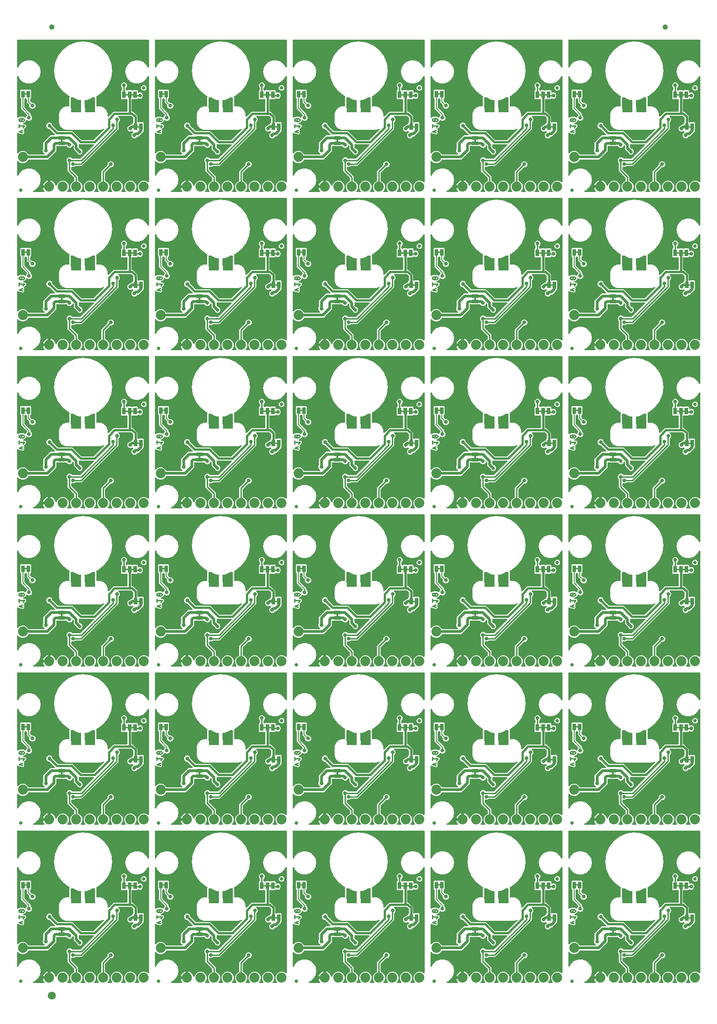
<source format=gbl>
G04 EAGLE Gerber RS-274X export*
G75*
%MOMM*%
%FSLAX34Y34*%
%LPD*%
%INBottom Copper*%
%IPPOS*%
%AMOC8*
5,1,8,0,0,1.08239X$1,22.5*%
G01*
%ADD10C,0.254000*%
%ADD11C,0.635000*%
%ADD12C,1.879600*%
%ADD13R,0.660400X1.270000*%
%ADD14R,1.950000X1.950000*%
%ADD15R,1.270000X0.660400*%
%ADD16C,1.000000*%
%ADD17C,1.500000*%
%ADD18C,0.736600*%
%ADD19C,0.203200*%
%ADD20C,0.660400*%
%ADD21C,0.508000*%
%ADD22C,0.381000*%

G36*
X648420Y3066D02*
X648420Y3066D01*
X648558Y3079D01*
X648577Y3086D01*
X648597Y3089D01*
X648726Y3140D01*
X648857Y3187D01*
X648874Y3198D01*
X648893Y3206D01*
X649005Y3287D01*
X649120Y3365D01*
X649134Y3381D01*
X649150Y3392D01*
X649239Y3500D01*
X649331Y3604D01*
X649340Y3622D01*
X649353Y3637D01*
X649412Y3763D01*
X649475Y3887D01*
X649480Y3907D01*
X649488Y3925D01*
X649515Y4062D01*
X649545Y4197D01*
X649544Y4218D01*
X649548Y4237D01*
X649540Y4376D01*
X649535Y4515D01*
X649530Y4535D01*
X649528Y4555D01*
X649486Y4687D01*
X649447Y4821D01*
X649437Y4838D01*
X649430Y4857D01*
X649356Y4975D01*
X649285Y5095D01*
X649267Y5116D01*
X649260Y5126D01*
X649245Y5140D01*
X649179Y5215D01*
X648169Y6225D01*
X646429Y10426D01*
X646429Y14974D01*
X648169Y19175D01*
X651385Y22391D01*
X655586Y24131D01*
X660134Y24131D01*
X664335Y22391D01*
X667551Y19175D01*
X669291Y14974D01*
X669291Y10426D01*
X667551Y6225D01*
X666541Y5215D01*
X666456Y5106D01*
X666367Y4999D01*
X666358Y4980D01*
X666346Y4964D01*
X666291Y4837D01*
X666232Y4711D01*
X666228Y4691D01*
X666220Y4672D01*
X666198Y4534D01*
X666172Y4398D01*
X666173Y4378D01*
X666170Y4358D01*
X666183Y4219D01*
X666192Y4081D01*
X666198Y4062D01*
X666200Y4042D01*
X666247Y3910D01*
X666290Y3779D01*
X666300Y3761D01*
X666307Y3742D01*
X666385Y3627D01*
X666460Y3510D01*
X666474Y3496D01*
X666486Y3479D01*
X666590Y3387D01*
X666691Y3292D01*
X666709Y3282D01*
X666724Y3269D01*
X666848Y3206D01*
X666970Y3138D01*
X666989Y3133D01*
X667007Y3124D01*
X667143Y3094D01*
X667278Y3059D01*
X667306Y3057D01*
X667318Y3054D01*
X667338Y3055D01*
X667438Y3049D01*
X673682Y3049D01*
X673820Y3066D01*
X673958Y3079D01*
X673977Y3086D01*
X673997Y3089D01*
X674126Y3140D01*
X674257Y3187D01*
X674274Y3198D01*
X674293Y3206D01*
X674405Y3287D01*
X674520Y3365D01*
X674534Y3381D01*
X674550Y3392D01*
X674639Y3500D01*
X674731Y3604D01*
X674740Y3622D01*
X674753Y3637D01*
X674812Y3763D01*
X674875Y3887D01*
X674880Y3907D01*
X674888Y3925D01*
X674915Y4062D01*
X674945Y4197D01*
X674944Y4218D01*
X674948Y4237D01*
X674940Y4376D01*
X674935Y4515D01*
X674930Y4535D01*
X674928Y4555D01*
X674886Y4687D01*
X674847Y4821D01*
X674837Y4838D01*
X674830Y4857D01*
X674756Y4975D01*
X674685Y5095D01*
X674667Y5116D01*
X674660Y5126D01*
X674645Y5140D01*
X674579Y5215D01*
X673569Y6225D01*
X671829Y10426D01*
X671829Y14974D01*
X673569Y19175D01*
X676785Y22391D01*
X679174Y23380D01*
X679199Y23395D01*
X679227Y23404D01*
X679337Y23473D01*
X679450Y23537D01*
X679471Y23558D01*
X679496Y23574D01*
X679585Y23668D01*
X679678Y23759D01*
X679694Y23784D01*
X679714Y23805D01*
X679777Y23919D01*
X679845Y24030D01*
X679853Y24058D01*
X679868Y24084D01*
X679900Y24210D01*
X679938Y24334D01*
X679940Y24363D01*
X679947Y24392D01*
X679957Y24553D01*
X679957Y42120D01*
X691342Y53505D01*
X691403Y53583D01*
X691471Y53655D01*
X691500Y53708D01*
X691537Y53756D01*
X691576Y53847D01*
X691624Y53934D01*
X691639Y53992D01*
X691663Y54048D01*
X691679Y54146D01*
X691704Y54242D01*
X691710Y54342D01*
X691713Y54362D01*
X691712Y54374D01*
X691714Y54402D01*
X691714Y56059D01*
X692584Y58159D01*
X694192Y59767D01*
X696293Y60637D01*
X698567Y60637D01*
X700667Y59767D01*
X702275Y58159D01*
X703145Y56059D01*
X703145Y53785D01*
X702275Y51684D01*
X700667Y50076D01*
X698567Y49206D01*
X696910Y49206D01*
X696812Y49193D01*
X696713Y49190D01*
X696655Y49174D01*
X696595Y49166D01*
X696503Y49130D01*
X696408Y49102D01*
X696356Y49071D01*
X696299Y49049D01*
X696219Y48991D01*
X696134Y48941D01*
X696058Y48874D01*
X696042Y48862D01*
X696034Y48853D01*
X696013Y48834D01*
X686934Y39756D01*
X686874Y39677D01*
X686806Y39605D01*
X686777Y39552D01*
X686740Y39504D01*
X686700Y39413D01*
X686652Y39327D01*
X686637Y39268D01*
X686613Y39213D01*
X686598Y39115D01*
X686573Y39019D01*
X686567Y38919D01*
X686563Y38898D01*
X686565Y38886D01*
X686563Y38858D01*
X686563Y24553D01*
X686566Y24523D01*
X686564Y24494D01*
X686586Y24365D01*
X686603Y24237D01*
X686613Y24210D01*
X686618Y24181D01*
X686672Y24062D01*
X686720Y23941D01*
X686737Y23917D01*
X686749Y23891D01*
X686830Y23789D01*
X686906Y23684D01*
X686929Y23665D01*
X686948Y23642D01*
X687051Y23564D01*
X687151Y23481D01*
X687178Y23469D01*
X687202Y23451D01*
X687346Y23380D01*
X689735Y22391D01*
X692951Y19175D01*
X694691Y14974D01*
X694691Y10426D01*
X692951Y6225D01*
X691941Y5215D01*
X691856Y5106D01*
X691767Y4999D01*
X691758Y4980D01*
X691746Y4964D01*
X691691Y4837D01*
X691632Y4711D01*
X691628Y4691D01*
X691620Y4672D01*
X691598Y4534D01*
X691572Y4398D01*
X691573Y4378D01*
X691570Y4358D01*
X691583Y4219D01*
X691592Y4081D01*
X691598Y4062D01*
X691600Y4042D01*
X691647Y3910D01*
X691690Y3779D01*
X691700Y3761D01*
X691707Y3742D01*
X691785Y3627D01*
X691860Y3510D01*
X691874Y3496D01*
X691886Y3479D01*
X691990Y3387D01*
X692091Y3292D01*
X692109Y3282D01*
X692124Y3269D01*
X692248Y3206D01*
X692370Y3138D01*
X692389Y3133D01*
X692407Y3124D01*
X692543Y3094D01*
X692678Y3059D01*
X692706Y3057D01*
X692718Y3054D01*
X692738Y3055D01*
X692838Y3049D01*
X699082Y3049D01*
X699220Y3066D01*
X699358Y3079D01*
X699377Y3086D01*
X699397Y3089D01*
X699526Y3140D01*
X699657Y3187D01*
X699674Y3198D01*
X699693Y3206D01*
X699805Y3287D01*
X699920Y3365D01*
X699934Y3381D01*
X699950Y3392D01*
X700039Y3500D01*
X700131Y3604D01*
X700140Y3622D01*
X700153Y3637D01*
X700212Y3763D01*
X700275Y3887D01*
X700280Y3907D01*
X700288Y3925D01*
X700315Y4062D01*
X700345Y4197D01*
X700344Y4218D01*
X700348Y4237D01*
X700340Y4376D01*
X700335Y4515D01*
X700330Y4535D01*
X700328Y4555D01*
X700286Y4687D01*
X700247Y4821D01*
X700237Y4838D01*
X700230Y4857D01*
X700156Y4975D01*
X700085Y5095D01*
X700067Y5116D01*
X700060Y5126D01*
X700045Y5140D01*
X699979Y5215D01*
X698969Y6225D01*
X697229Y10426D01*
X697229Y14974D01*
X698969Y19175D01*
X702185Y22391D01*
X706386Y24131D01*
X710934Y24131D01*
X715135Y22391D01*
X718351Y19175D01*
X720091Y14974D01*
X720091Y10426D01*
X718351Y6225D01*
X717341Y5215D01*
X717256Y5106D01*
X717167Y4999D01*
X717158Y4980D01*
X717146Y4964D01*
X717091Y4837D01*
X717032Y4711D01*
X717028Y4691D01*
X717020Y4672D01*
X716998Y4534D01*
X716972Y4398D01*
X716973Y4378D01*
X716970Y4358D01*
X716983Y4219D01*
X716992Y4081D01*
X716998Y4062D01*
X717000Y4042D01*
X717047Y3910D01*
X717090Y3779D01*
X717100Y3761D01*
X717107Y3742D01*
X717185Y3627D01*
X717260Y3510D01*
X717274Y3496D01*
X717286Y3479D01*
X717390Y3387D01*
X717491Y3292D01*
X717509Y3282D01*
X717524Y3269D01*
X717648Y3206D01*
X717770Y3138D01*
X717789Y3133D01*
X717807Y3124D01*
X717943Y3094D01*
X718078Y3059D01*
X718106Y3057D01*
X718118Y3054D01*
X718138Y3055D01*
X718238Y3049D01*
X724482Y3049D01*
X724620Y3066D01*
X724758Y3079D01*
X724777Y3086D01*
X724797Y3089D01*
X724926Y3140D01*
X725057Y3187D01*
X725074Y3198D01*
X725093Y3206D01*
X725205Y3287D01*
X725320Y3365D01*
X725334Y3381D01*
X725350Y3392D01*
X725439Y3500D01*
X725531Y3604D01*
X725540Y3622D01*
X725553Y3637D01*
X725612Y3763D01*
X725675Y3887D01*
X725680Y3907D01*
X725688Y3925D01*
X725715Y4062D01*
X725745Y4197D01*
X725744Y4218D01*
X725748Y4237D01*
X725740Y4376D01*
X725735Y4515D01*
X725730Y4535D01*
X725728Y4555D01*
X725686Y4687D01*
X725647Y4821D01*
X725637Y4838D01*
X725630Y4857D01*
X725556Y4975D01*
X725485Y5095D01*
X725467Y5116D01*
X725460Y5126D01*
X725445Y5140D01*
X725379Y5215D01*
X724369Y6225D01*
X722629Y10426D01*
X722629Y14974D01*
X724369Y19175D01*
X727585Y22391D01*
X731786Y24131D01*
X736334Y24131D01*
X740535Y22391D01*
X743751Y19175D01*
X745491Y14974D01*
X745491Y10426D01*
X743751Y6225D01*
X742741Y5215D01*
X742656Y5106D01*
X742567Y4999D01*
X742558Y4980D01*
X742546Y4964D01*
X742491Y4837D01*
X742432Y4711D01*
X742428Y4691D01*
X742420Y4672D01*
X742398Y4534D01*
X742372Y4398D01*
X742373Y4378D01*
X742370Y4358D01*
X742383Y4219D01*
X742392Y4081D01*
X742398Y4062D01*
X742400Y4042D01*
X742447Y3910D01*
X742490Y3779D01*
X742500Y3761D01*
X742507Y3742D01*
X742585Y3627D01*
X742660Y3510D01*
X742674Y3496D01*
X742686Y3479D01*
X742790Y3387D01*
X742891Y3292D01*
X742909Y3282D01*
X742924Y3269D01*
X743048Y3206D01*
X743170Y3138D01*
X743189Y3133D01*
X743207Y3124D01*
X743343Y3094D01*
X743478Y3059D01*
X743506Y3057D01*
X743518Y3054D01*
X743538Y3055D01*
X743638Y3049D01*
X749882Y3049D01*
X750020Y3066D01*
X750158Y3079D01*
X750177Y3086D01*
X750197Y3089D01*
X750326Y3140D01*
X750457Y3187D01*
X750474Y3198D01*
X750493Y3206D01*
X750605Y3287D01*
X750720Y3365D01*
X750734Y3381D01*
X750750Y3392D01*
X750839Y3500D01*
X750931Y3604D01*
X750940Y3622D01*
X750953Y3637D01*
X751012Y3763D01*
X751075Y3887D01*
X751080Y3907D01*
X751088Y3925D01*
X751115Y4062D01*
X751145Y4197D01*
X751144Y4218D01*
X751148Y4237D01*
X751140Y4376D01*
X751135Y4515D01*
X751130Y4535D01*
X751128Y4555D01*
X751086Y4687D01*
X751047Y4821D01*
X751037Y4838D01*
X751030Y4857D01*
X750956Y4975D01*
X750885Y5095D01*
X750867Y5116D01*
X750860Y5126D01*
X750845Y5140D01*
X750779Y5215D01*
X749769Y6225D01*
X748029Y10426D01*
X748029Y14974D01*
X749769Y19175D01*
X752985Y22391D01*
X757186Y24131D01*
X761734Y24131D01*
X765935Y22391D01*
X766945Y21381D01*
X767054Y21296D01*
X767161Y21207D01*
X767180Y21198D01*
X767196Y21186D01*
X767323Y21131D01*
X767449Y21072D01*
X767469Y21068D01*
X767488Y21060D01*
X767626Y21038D01*
X767762Y21012D01*
X767782Y21013D01*
X767802Y21010D01*
X767941Y21023D01*
X768079Y21032D01*
X768098Y21038D01*
X768118Y21040D01*
X768250Y21087D01*
X768381Y21130D01*
X768399Y21140D01*
X768418Y21147D01*
X768533Y21225D01*
X768650Y21300D01*
X768664Y21314D01*
X768681Y21326D01*
X768773Y21430D01*
X768868Y21531D01*
X768878Y21549D01*
X768891Y21564D01*
X768954Y21688D01*
X769022Y21810D01*
X769027Y21829D01*
X769036Y21847D01*
X769066Y21983D01*
X769101Y22118D01*
X769103Y22146D01*
X769106Y22158D01*
X769105Y22178D01*
X769111Y22278D01*
X769111Y219395D01*
X769093Y219540D01*
X769078Y219685D01*
X769073Y219697D01*
X769071Y219711D01*
X769018Y219846D01*
X768967Y219983D01*
X768959Y219994D01*
X768954Y220006D01*
X768869Y220124D01*
X768786Y220244D01*
X768775Y220253D01*
X768768Y220264D01*
X768656Y220357D01*
X768545Y220452D01*
X768533Y220458D01*
X768523Y220467D01*
X768391Y220528D01*
X768260Y220594D01*
X768247Y220596D01*
X768235Y220602D01*
X768093Y220629D01*
X767949Y220660D01*
X767936Y220659D01*
X767923Y220662D01*
X767778Y220653D01*
X767632Y220647D01*
X767619Y220643D01*
X767605Y220642D01*
X767467Y220597D01*
X767327Y220555D01*
X767315Y220548D01*
X767303Y220544D01*
X767180Y220466D01*
X767055Y220391D01*
X767045Y220381D01*
X767034Y220374D01*
X766934Y220268D01*
X766832Y220164D01*
X766822Y220149D01*
X766816Y220142D01*
X766808Y220127D01*
X766743Y220030D01*
X763555Y214508D01*
X757722Y209613D01*
X750567Y207009D01*
X742953Y207009D01*
X735798Y209613D01*
X729965Y214508D01*
X726158Y221102D01*
X724836Y228600D01*
X726158Y236098D01*
X729965Y242692D01*
X735798Y247587D01*
X742953Y250191D01*
X750567Y250191D01*
X757722Y247587D01*
X763555Y242692D01*
X766743Y237170D01*
X766825Y237061D01*
X766831Y237052D01*
X766835Y237049D01*
X766916Y236936D01*
X766927Y236928D01*
X766935Y236917D01*
X767049Y236827D01*
X767161Y236733D01*
X767174Y236728D01*
X767184Y236719D01*
X767318Y236660D01*
X767449Y236598D01*
X767462Y236595D01*
X767475Y236590D01*
X767619Y236565D01*
X767762Y236538D01*
X767775Y236539D01*
X767788Y236537D01*
X767934Y236549D01*
X768079Y236558D01*
X768092Y236562D01*
X768105Y236563D01*
X768243Y236611D01*
X768381Y236656D01*
X768393Y236663D01*
X768406Y236668D01*
X768527Y236748D01*
X768650Y236826D01*
X768659Y236836D01*
X768671Y236843D01*
X768768Y236951D01*
X768868Y237058D01*
X768875Y237070D01*
X768884Y237080D01*
X768951Y237208D01*
X769022Y237336D01*
X769025Y237349D01*
X769031Y237361D01*
X769065Y237503D01*
X769101Y237644D01*
X769102Y237662D01*
X769104Y237671D01*
X769104Y237688D01*
X769111Y237805D01*
X769111Y287782D01*
X769096Y287900D01*
X769089Y288019D01*
X769076Y288057D01*
X769071Y288098D01*
X769028Y288208D01*
X768991Y288321D01*
X768969Y288356D01*
X768954Y288393D01*
X768885Y288489D01*
X768821Y288590D01*
X768791Y288618D01*
X768768Y288651D01*
X768676Y288727D01*
X768589Y288808D01*
X768554Y288828D01*
X768523Y288853D01*
X768415Y288904D01*
X768311Y288962D01*
X768271Y288972D01*
X768235Y288989D01*
X768118Y289011D01*
X768003Y289041D01*
X767943Y289045D01*
X767923Y289049D01*
X767902Y289047D01*
X767842Y289051D01*
X522478Y289051D01*
X522360Y289036D01*
X522241Y289029D01*
X522203Y289016D01*
X522162Y289011D01*
X522052Y288968D01*
X521939Y288931D01*
X521904Y288909D01*
X521867Y288894D01*
X521771Y288825D01*
X521670Y288761D01*
X521642Y288731D01*
X521609Y288708D01*
X521533Y288616D01*
X521452Y288529D01*
X521432Y288494D01*
X521407Y288463D01*
X521356Y288355D01*
X521298Y288251D01*
X521288Y288211D01*
X521271Y288175D01*
X521249Y288058D01*
X521219Y287943D01*
X521215Y287883D01*
X521211Y287863D01*
X521213Y287842D01*
X521209Y287782D01*
X521209Y237805D01*
X521227Y237660D01*
X521242Y237515D01*
X521247Y237503D01*
X521249Y237489D01*
X521302Y237354D01*
X521353Y237217D01*
X521361Y237206D01*
X521366Y237194D01*
X521451Y237076D01*
X521534Y236956D01*
X521545Y236947D01*
X521552Y236936D01*
X521665Y236843D01*
X521775Y236748D01*
X521787Y236742D01*
X521797Y236733D01*
X521929Y236672D01*
X522060Y236606D01*
X522073Y236604D01*
X522085Y236598D01*
X522227Y236571D01*
X522371Y236540D01*
X522384Y236541D01*
X522397Y236538D01*
X522542Y236547D01*
X522688Y236553D01*
X522701Y236557D01*
X522715Y236558D01*
X522853Y236603D01*
X522993Y236645D01*
X523005Y236652D01*
X523017Y236656D01*
X523140Y236734D01*
X523265Y236809D01*
X523275Y236819D01*
X523286Y236826D01*
X523386Y236932D01*
X523488Y237036D01*
X523498Y237051D01*
X523504Y237058D01*
X523512Y237073D01*
X523577Y237170D01*
X526765Y242692D01*
X532598Y247587D01*
X539753Y250191D01*
X547367Y250191D01*
X554522Y247587D01*
X560355Y242692D01*
X564162Y236098D01*
X565484Y228600D01*
X564162Y221102D01*
X560355Y214508D01*
X554522Y209613D01*
X547367Y207009D01*
X539753Y207009D01*
X532598Y209613D01*
X526765Y214508D01*
X523577Y220030D01*
X523489Y220146D01*
X523404Y220264D01*
X523393Y220272D01*
X523385Y220283D01*
X523271Y220373D01*
X523159Y220467D01*
X523146Y220472D01*
X523136Y220481D01*
X523002Y220540D01*
X522871Y220602D01*
X522858Y220605D01*
X522845Y220610D01*
X522701Y220635D01*
X522558Y220662D01*
X522545Y220661D01*
X522532Y220663D01*
X522386Y220651D01*
X522241Y220642D01*
X522228Y220638D01*
X522215Y220637D01*
X522077Y220589D01*
X521939Y220544D01*
X521927Y220537D01*
X521914Y220532D01*
X521793Y220452D01*
X521670Y220374D01*
X521661Y220364D01*
X521649Y220357D01*
X521552Y220249D01*
X521452Y220142D01*
X521445Y220130D01*
X521436Y220120D01*
X521369Y219992D01*
X521298Y219864D01*
X521295Y219851D01*
X521289Y219839D01*
X521255Y219697D01*
X521219Y219556D01*
X521218Y219538D01*
X521216Y219529D01*
X521216Y219512D01*
X521209Y219395D01*
X521209Y143903D01*
X521210Y143893D01*
X521209Y143883D01*
X521228Y143750D01*
X521231Y143699D01*
X521237Y143681D01*
X521249Y143588D01*
X521252Y143578D01*
X521254Y143568D01*
X521311Y143430D01*
X521366Y143292D01*
X521371Y143284D01*
X521375Y143275D01*
X521465Y143155D01*
X521552Y143034D01*
X521560Y143028D01*
X521566Y143020D01*
X521682Y142927D01*
X521797Y142832D01*
X521807Y142827D01*
X521814Y142821D01*
X521950Y142760D01*
X522085Y142696D01*
X522095Y142694D01*
X522104Y142690D01*
X522252Y142664D01*
X522397Y142636D01*
X522407Y142637D01*
X522417Y142635D01*
X522566Y142647D01*
X522715Y142656D01*
X522724Y142659D01*
X522734Y142660D01*
X522890Y142702D01*
X524583Y143283D01*
X524587Y143285D01*
X524727Y143343D01*
X526896Y144400D01*
X532284Y144400D01*
X533495Y143810D01*
X533624Y143766D01*
X533752Y143717D01*
X533783Y143712D01*
X533796Y143707D01*
X533817Y143706D01*
X533911Y143689D01*
X534137Y143664D01*
X534152Y143645D01*
X534237Y143562D01*
X534318Y143474D01*
X534351Y143451D01*
X534380Y143423D01*
X534484Y143364D01*
X534583Y143298D01*
X534639Y143275D01*
X534656Y143265D01*
X534676Y143260D01*
X534732Y143237D01*
X536278Y142706D01*
X536356Y142690D01*
X536432Y142664D01*
X536512Y142658D01*
X536590Y142642D01*
X536669Y142646D01*
X536749Y142639D01*
X536828Y142653D01*
X536908Y142657D01*
X536984Y142680D01*
X537062Y142694D01*
X537135Y142727D01*
X537212Y142750D01*
X537280Y142792D01*
X537352Y142824D01*
X537415Y142874D01*
X537483Y142916D01*
X537538Y142973D01*
X537601Y143023D01*
X537649Y143087D01*
X537704Y143144D01*
X537744Y143213D01*
X537792Y143277D01*
X537862Y143419D01*
X537862Y143420D01*
X537862Y143421D01*
X537863Y143421D01*
X538714Y145478D01*
X539605Y146368D01*
X539678Y146462D01*
X539757Y146551D01*
X539775Y146588D01*
X539800Y146619D01*
X539847Y146728D01*
X539901Y146835D01*
X539910Y146874D01*
X539926Y146911D01*
X539945Y147029D01*
X539971Y147145D01*
X539970Y147185D01*
X539976Y147225D01*
X539965Y147344D01*
X539961Y147463D01*
X539950Y147502D01*
X539946Y147542D01*
X539906Y147654D01*
X539873Y147768D01*
X539852Y147803D01*
X539839Y147841D01*
X539772Y147940D01*
X539711Y148042D01*
X539671Y148088D01*
X539660Y148104D01*
X539645Y148118D01*
X539605Y148163D01*
X529081Y158687D01*
X529081Y177038D01*
X529066Y177156D01*
X529059Y177275D01*
X529046Y177313D01*
X529041Y177354D01*
X528998Y177464D01*
X528961Y177577D01*
X528939Y177612D01*
X528924Y177649D01*
X528855Y177745D01*
X528791Y177846D01*
X528761Y177874D01*
X528738Y177907D01*
X528646Y177983D01*
X528559Y178064D01*
X528524Y178084D01*
X528493Y178109D01*
X528385Y178160D01*
X528281Y178218D01*
X528241Y178228D01*
X528205Y178245D01*
X528088Y178267D01*
X528004Y178289D01*
X526795Y179498D01*
X526795Y193882D01*
X527986Y195073D01*
X536274Y195073D01*
X536440Y194907D01*
X536534Y194834D01*
X536623Y194755D01*
X536659Y194737D01*
X536691Y194712D01*
X536800Y194665D01*
X536906Y194611D01*
X536946Y194602D01*
X536983Y194586D01*
X537100Y194567D01*
X537216Y194541D01*
X537257Y194542D01*
X537297Y194536D01*
X537416Y194547D01*
X537534Y194551D01*
X537573Y194562D01*
X537613Y194566D01*
X537726Y194606D01*
X537840Y194639D01*
X537875Y194660D01*
X537913Y194673D01*
X538011Y194740D01*
X538114Y194801D01*
X538159Y194841D01*
X538176Y194852D01*
X538189Y194867D01*
X538235Y194907D01*
X538400Y195073D01*
X546688Y195073D01*
X547879Y193882D01*
X547879Y179498D01*
X546668Y178288D01*
X546625Y178285D01*
X546587Y178272D01*
X546546Y178267D01*
X546436Y178224D01*
X546323Y178187D01*
X546288Y178165D01*
X546251Y178150D01*
X546155Y178081D01*
X546054Y178017D01*
X546026Y177987D01*
X545993Y177964D01*
X545917Y177872D01*
X545836Y177785D01*
X545816Y177750D01*
X545791Y177719D01*
X545740Y177611D01*
X545682Y177507D01*
X545672Y177467D01*
X545655Y177431D01*
X545633Y177314D01*
X545603Y177199D01*
X545599Y177139D01*
X545595Y177119D01*
X545597Y177098D01*
X545593Y177038D01*
X545593Y174074D01*
X545605Y173975D01*
X545608Y173876D01*
X545625Y173818D01*
X545633Y173758D01*
X545669Y173666D01*
X545697Y173571D01*
X545727Y173519D01*
X545750Y173462D01*
X545808Y173382D01*
X545858Y173297D01*
X545924Y173222D01*
X545936Y173205D01*
X545946Y173197D01*
X545964Y173176D01*
X548134Y171006D01*
X548212Y170946D01*
X548284Y170878D01*
X548337Y170849D01*
X548385Y170812D01*
X548476Y170772D01*
X548563Y170724D01*
X548622Y170709D01*
X548677Y170685D01*
X548775Y170670D01*
X548871Y170645D01*
X548971Y170639D01*
X548991Y170635D01*
X549004Y170637D01*
X549032Y170635D01*
X551047Y170635D01*
X553148Y169765D01*
X554756Y168157D01*
X555626Y166056D01*
X555626Y163782D01*
X554756Y161681D01*
X553148Y160073D01*
X551047Y159203D01*
X548773Y159203D01*
X546672Y160073D01*
X545064Y161681D01*
X544194Y163782D01*
X544194Y165797D01*
X544182Y165896D01*
X544179Y165995D01*
X544162Y166053D01*
X544154Y166113D01*
X544118Y166205D01*
X544090Y166300D01*
X544060Y166352D01*
X544037Y166409D01*
X543979Y166489D01*
X543929Y166574D01*
X543863Y166649D01*
X543851Y166666D01*
X543841Y166674D01*
X543823Y166695D01*
X539495Y171022D01*
X539495Y177038D01*
X539480Y177156D01*
X539473Y177275D01*
X539460Y177313D01*
X539455Y177354D01*
X539412Y177464D01*
X539375Y177577D01*
X539353Y177612D01*
X539338Y177649D01*
X539269Y177745D01*
X539205Y177846D01*
X539175Y177874D01*
X539152Y177907D01*
X539060Y177983D01*
X538973Y178064D01*
X538938Y178084D01*
X538907Y178109D01*
X538799Y178160D01*
X538695Y178218D01*
X538655Y178228D01*
X538619Y178245D01*
X538502Y178267D01*
X538418Y178289D01*
X538235Y178473D01*
X538140Y178546D01*
X538051Y178625D01*
X538015Y178643D01*
X537983Y178668D01*
X537874Y178715D01*
X537768Y178769D01*
X537729Y178778D01*
X537691Y178794D01*
X537574Y178813D01*
X537458Y178839D01*
X537417Y178838D01*
X537377Y178844D01*
X537259Y178833D01*
X537140Y178829D01*
X537101Y178818D01*
X537061Y178814D01*
X536949Y178774D01*
X536834Y178741D01*
X536799Y178720D01*
X536761Y178707D01*
X536663Y178640D01*
X536560Y178579D01*
X536515Y178539D01*
X536498Y178528D01*
X536485Y178513D01*
X536440Y178473D01*
X536254Y178288D01*
X536211Y178285D01*
X536173Y178272D01*
X536132Y178267D01*
X536022Y178224D01*
X535909Y178187D01*
X535874Y178165D01*
X535837Y178150D01*
X535741Y178081D01*
X535640Y178017D01*
X535612Y177987D01*
X535579Y177964D01*
X535503Y177872D01*
X535422Y177785D01*
X535402Y177750D01*
X535377Y177719D01*
X535326Y177611D01*
X535268Y177507D01*
X535258Y177467D01*
X535241Y177431D01*
X535219Y177314D01*
X535189Y177199D01*
X535185Y177139D01*
X535181Y177119D01*
X535183Y177098D01*
X535179Y177038D01*
X535179Y161738D01*
X535191Y161640D01*
X535194Y161541D01*
X535211Y161483D01*
X535219Y161423D01*
X535255Y161331D01*
X535283Y161235D01*
X535313Y161183D01*
X535336Y161127D01*
X535394Y161047D01*
X535444Y160961D01*
X535510Y160886D01*
X535522Y160870D01*
X535532Y160862D01*
X535550Y160841D01*
X546609Y149782D01*
X546609Y147800D01*
X546621Y147702D01*
X546624Y147603D01*
X546641Y147545D01*
X546649Y147485D01*
X546685Y147393D01*
X546713Y147298D01*
X546743Y147245D01*
X546766Y147189D01*
X546824Y147109D01*
X546874Y147024D01*
X546940Y146948D01*
X546952Y146932D01*
X546962Y146924D01*
X546980Y146903D01*
X548406Y145478D01*
X549276Y143377D01*
X549276Y141103D01*
X548406Y139002D01*
X546798Y137394D01*
X544697Y136524D01*
X542423Y136524D01*
X540322Y137394D01*
X540140Y137577D01*
X540030Y137662D01*
X539923Y137751D01*
X539904Y137760D01*
X539888Y137772D01*
X539761Y137827D01*
X539635Y137887D01*
X539615Y137891D01*
X539596Y137899D01*
X539459Y137920D01*
X539322Y137946D01*
X539302Y137945D01*
X539282Y137948D01*
X539144Y137935D01*
X539005Y137927D01*
X538986Y137921D01*
X538966Y137919D01*
X538834Y137871D01*
X538703Y137829D01*
X538686Y137818D01*
X538666Y137811D01*
X538551Y137733D01*
X538434Y137659D01*
X538420Y137644D01*
X538403Y137632D01*
X538311Y137528D01*
X538216Y137427D01*
X538206Y137409D01*
X538193Y137394D01*
X538129Y137270D01*
X538062Y137148D01*
X538057Y137129D01*
X538048Y137111D01*
X538018Y136975D01*
X537983Y136840D01*
X537981Y136812D01*
X537978Y136801D01*
X537979Y136780D01*
X537973Y136680D01*
X537973Y136547D01*
X535964Y133735D01*
X534597Y133267D01*
X534593Y133265D01*
X534453Y133207D01*
X533121Y132558D01*
X533095Y132541D01*
X533066Y132529D01*
X532962Y132454D01*
X532855Y132384D01*
X532834Y132361D01*
X532808Y132342D01*
X532726Y132243D01*
X532640Y132149D01*
X532626Y132121D01*
X532606Y132097D01*
X532551Y131981D01*
X532491Y131868D01*
X532483Y131838D01*
X532470Y131810D01*
X532446Y131684D01*
X532416Y131559D01*
X532416Y131528D01*
X532410Y131497D01*
X532418Y131369D01*
X532420Y131241D01*
X532428Y131211D01*
X532430Y131180D01*
X532470Y131058D01*
X532503Y130934D01*
X532519Y130907D01*
X532528Y130877D01*
X532597Y130769D01*
X532660Y130657D01*
X532682Y130635D01*
X532698Y130609D01*
X532792Y130521D01*
X532881Y130428D01*
X532907Y130412D01*
X532930Y130391D01*
X533042Y130329D01*
X533151Y130261D01*
X533181Y130252D01*
X533208Y130237D01*
X533333Y130205D01*
X533455Y130167D01*
X533486Y130165D01*
X533516Y130158D01*
X533677Y130147D01*
X534417Y130147D01*
X534431Y130149D01*
X534557Y130155D01*
X535713Y130284D01*
X535752Y130260D01*
X535780Y130251D01*
X535805Y130237D01*
X535932Y130205D01*
X536003Y130183D01*
X536826Y129359D01*
X536838Y129350D01*
X536931Y129265D01*
X537839Y128539D01*
X537850Y128494D01*
X537863Y128469D01*
X537871Y128441D01*
X537938Y128328D01*
X537973Y128262D01*
X537973Y127098D01*
X537975Y127084D01*
X537980Y126958D01*
X538109Y125802D01*
X538085Y125763D01*
X538076Y125735D01*
X538062Y125710D01*
X538030Y125583D01*
X538008Y125512D01*
X537184Y124688D01*
X537175Y124677D01*
X537091Y124584D01*
X534523Y121374D01*
X534484Y121311D01*
X534438Y121254D01*
X534402Y121176D01*
X534357Y121103D01*
X534335Y121032D01*
X534304Y120965D01*
X534289Y120881D01*
X534264Y120799D01*
X534260Y120725D01*
X534247Y120653D01*
X534253Y120567D01*
X534249Y120481D01*
X534264Y120409D01*
X534269Y120335D01*
X534310Y120180D01*
X534849Y118562D01*
X534131Y117125D01*
X534121Y117097D01*
X534106Y117072D01*
X534068Y116948D01*
X534025Y116825D01*
X534023Y116796D01*
X534014Y116767D01*
X534009Y116637D01*
X533998Y116509D01*
X534003Y116479D01*
X534001Y116449D01*
X534029Y116322D01*
X534050Y116195D01*
X534062Y116168D01*
X534068Y116138D01*
X534131Y115990D01*
X534849Y114553D01*
X533984Y111958D01*
X531537Y110734D01*
X524911Y112943D01*
X524902Y112944D01*
X524894Y112948D01*
X524748Y112975D01*
X524599Y113005D01*
X524590Y113004D01*
X524582Y113006D01*
X524432Y112995D01*
X524282Y112987D01*
X524273Y112984D01*
X524272Y112984D01*
X523324Y113458D01*
X523315Y113462D01*
X523307Y113467D01*
X523157Y113527D01*
X522879Y113620D01*
X522875Y113621D01*
X522871Y113623D01*
X522720Y113651D01*
X522567Y113682D01*
X522563Y113682D01*
X522558Y113682D01*
X522405Y113673D01*
X522250Y113664D01*
X522246Y113663D01*
X522241Y113663D01*
X522096Y113616D01*
X521947Y113569D01*
X521943Y113566D01*
X521939Y113565D01*
X521809Y113483D01*
X521677Y113400D01*
X521674Y113397D01*
X521670Y113395D01*
X521564Y113282D01*
X521457Y113170D01*
X521455Y113166D01*
X521452Y113163D01*
X521377Y113027D01*
X521302Y112893D01*
X521301Y112888D01*
X521298Y112884D01*
X521260Y112736D01*
X521220Y112585D01*
X521220Y112581D01*
X521219Y112576D01*
X521209Y112416D01*
X521209Y76888D01*
X521226Y76751D01*
X521239Y76612D01*
X521246Y76593D01*
X521249Y76573D01*
X521300Y76444D01*
X521347Y76313D01*
X521358Y76296D01*
X521366Y76277D01*
X521447Y76165D01*
X521525Y76050D01*
X521541Y76036D01*
X521552Y76020D01*
X521660Y75931D01*
X521764Y75839D01*
X521782Y75830D01*
X521797Y75817D01*
X521923Y75758D01*
X522047Y75695D01*
X522067Y75690D01*
X522085Y75682D01*
X522221Y75655D01*
X522357Y75625D01*
X522378Y75626D01*
X522397Y75622D01*
X522536Y75630D01*
X522675Y75635D01*
X522695Y75640D01*
X522715Y75642D01*
X522847Y75684D01*
X522981Y75723D01*
X522998Y75733D01*
X523017Y75740D01*
X523135Y75814D01*
X523255Y75885D01*
X523276Y75903D01*
X523286Y75910D01*
X523300Y75925D01*
X523375Y75991D01*
X525655Y78271D01*
X529856Y80011D01*
X534404Y80011D01*
X538605Y78271D01*
X541821Y75055D01*
X542284Y73936D01*
X542299Y73911D01*
X542308Y73883D01*
X542377Y73773D01*
X542441Y73660D01*
X542462Y73639D01*
X542478Y73614D01*
X542572Y73525D01*
X542663Y73432D01*
X542688Y73416D01*
X542709Y73396D01*
X542823Y73333D01*
X542934Y73265D01*
X542962Y73257D01*
X542988Y73242D01*
X543114Y73210D01*
X543238Y73172D01*
X543267Y73170D01*
X543296Y73163D01*
X543457Y73153D01*
X571959Y73153D01*
X572028Y73161D01*
X572098Y73160D01*
X572185Y73181D01*
X572275Y73193D01*
X572340Y73218D01*
X572407Y73235D01*
X572487Y73277D01*
X572570Y73310D01*
X572627Y73351D01*
X572689Y73383D01*
X572755Y73444D01*
X572828Y73496D01*
X572872Y73550D01*
X572924Y73597D01*
X572973Y73672D01*
X573030Y73741D01*
X573060Y73805D01*
X573099Y73863D01*
X573128Y73948D01*
X573166Y74029D01*
X573179Y74098D01*
X573202Y74164D01*
X573209Y74253D01*
X573226Y74341D01*
X573221Y74411D01*
X573227Y74481D01*
X573212Y74569D01*
X573206Y74659D01*
X573185Y74725D01*
X573173Y74794D01*
X573136Y74876D01*
X573108Y74961D01*
X573071Y75020D01*
X573042Y75084D01*
X572986Y75154D01*
X572938Y75230D01*
X572887Y75278D01*
X572843Y75332D01*
X572772Y75387D01*
X572706Y75448D01*
X572645Y75482D01*
X572589Y75524D01*
X572445Y75595D01*
X572126Y75727D01*
X570518Y77334D01*
X569648Y79435D01*
X569648Y81709D01*
X570533Y83845D01*
X570548Y83861D01*
X570577Y83914D01*
X570614Y83962D01*
X570654Y84053D01*
X570702Y84140D01*
X570717Y84198D01*
X570741Y84254D01*
X570756Y84352D01*
X570781Y84448D01*
X570787Y84548D01*
X570791Y84568D01*
X570790Y84580D01*
X570791Y84608D01*
X570791Y95928D01*
X583993Y109130D01*
X591513Y109130D01*
X591651Y109147D01*
X591790Y109160D01*
X591809Y109167D01*
X591829Y109170D01*
X591958Y109221D01*
X592089Y109268D01*
X592106Y109279D01*
X592124Y109287D01*
X592237Y109368D01*
X592352Y109447D01*
X592365Y109462D01*
X592382Y109474D01*
X592471Y109581D01*
X592562Y109685D01*
X592572Y109703D01*
X592585Y109719D01*
X592644Y109844D01*
X592707Y109968D01*
X592712Y109988D01*
X592720Y110006D01*
X592746Y110143D01*
X592777Y110278D01*
X592776Y110299D01*
X592780Y110319D01*
X592771Y110457D01*
X592767Y110596D01*
X592761Y110616D01*
X592760Y110636D01*
X592718Y110768D01*
X592679Y110902D01*
X592668Y110919D01*
X592662Y110939D01*
X592588Y111056D01*
X592517Y111176D01*
X592499Y111197D01*
X592492Y111207D01*
X592477Y111221D01*
X592411Y111297D01*
X591520Y112188D01*
X582487Y121221D01*
X582408Y121281D01*
X582336Y121349D01*
X582283Y121378D01*
X582235Y121416D01*
X582144Y121455D01*
X582058Y121503D01*
X581999Y121518D01*
X581944Y121542D01*
X581846Y121557D01*
X581750Y121582D01*
X581650Y121588D01*
X581630Y121592D01*
X581617Y121591D01*
X581589Y121592D01*
X580831Y121592D01*
X578730Y122462D01*
X577122Y124070D01*
X576252Y126171D01*
X576252Y128445D01*
X577122Y130546D01*
X578730Y132154D01*
X580831Y133024D01*
X583105Y133024D01*
X585206Y132154D01*
X586814Y130546D01*
X587684Y128445D01*
X587684Y127687D01*
X587696Y127589D01*
X587699Y127490D01*
X587716Y127431D01*
X587724Y127371D01*
X587760Y127279D01*
X587788Y127184D01*
X587818Y127132D01*
X587841Y127076D01*
X587899Y126996D01*
X587949Y126910D01*
X588016Y126835D01*
X588028Y126818D01*
X588037Y126811D01*
X588056Y126789D01*
X597088Y117757D01*
X597167Y117696D01*
X597239Y117628D01*
X597292Y117599D01*
X597340Y117562D01*
X597431Y117522D01*
X597517Y117475D01*
X597576Y117459D01*
X597631Y117435D01*
X597729Y117420D01*
X597825Y117395D01*
X597925Y117389D01*
X597946Y117385D01*
X597958Y117387D01*
X597986Y117385D01*
X625067Y117385D01*
X641735Y100717D01*
X641813Y100656D01*
X641885Y100588D01*
X641938Y100559D01*
X641986Y100522D01*
X642077Y100483D01*
X642164Y100435D01*
X642222Y100420D01*
X642278Y100396D01*
X642376Y100380D01*
X642471Y100355D01*
X642572Y100349D01*
X642592Y100346D01*
X642604Y100347D01*
X642632Y100345D01*
X664481Y100345D01*
X664579Y100357D01*
X664678Y100360D01*
X664736Y100377D01*
X664796Y100385D01*
X664888Y100421D01*
X664983Y100449D01*
X665035Y100480D01*
X665092Y100502D01*
X665172Y100560D01*
X665257Y100610D01*
X665333Y100677D01*
X665349Y100689D01*
X665357Y100698D01*
X665378Y100717D01*
X684214Y119553D01*
X684249Y119598D01*
X684291Y119637D01*
X684346Y119723D01*
X684409Y119804D01*
X684432Y119857D01*
X684463Y119904D01*
X684495Y120002D01*
X684536Y120096D01*
X684545Y120152D01*
X684562Y120206D01*
X684569Y120309D01*
X684585Y120410D01*
X684580Y120467D01*
X684584Y120524D01*
X684565Y120625D01*
X684556Y120727D01*
X684536Y120781D01*
X684526Y120836D01*
X684483Y120929D01*
X684448Y121026D01*
X684416Y121073D01*
X684392Y121125D01*
X684327Y121204D01*
X684269Y121289D01*
X684227Y121327D01*
X684191Y121371D01*
X684108Y121432D01*
X684031Y121500D01*
X683980Y121526D01*
X683935Y121559D01*
X683839Y121598D01*
X683748Y121644D01*
X683692Y121657D01*
X683640Y121678D01*
X683538Y121692D01*
X683438Y121714D01*
X683381Y121712D01*
X683324Y121720D01*
X683222Y121708D01*
X683120Y121704D01*
X683065Y121689D01*
X683009Y121682D01*
X682855Y121633D01*
X678525Y119942D01*
X675439Y120005D01*
X675430Y120004D01*
X675413Y120005D01*
X615907Y120005D01*
X615899Y120004D01*
X615881Y120005D01*
X612795Y119942D01*
X606958Y122221D01*
X602438Y126561D01*
X599922Y132300D01*
X599896Y133594D01*
X599883Y133679D01*
X599880Y133765D01*
X599860Y133836D01*
X599857Y133854D01*
X599857Y135453D01*
X599856Y135461D01*
X599857Y135479D01*
X599824Y137086D01*
X599826Y137095D01*
X599847Y137179D01*
X599856Y137314D01*
X599857Y137325D01*
X599857Y137330D01*
X599857Y137339D01*
X599857Y150483D01*
X602294Y156365D01*
X606795Y160866D01*
X612677Y163303D01*
X618608Y163303D01*
X618726Y163318D01*
X618845Y163325D01*
X618883Y163338D01*
X618924Y163343D01*
X619034Y163386D01*
X619147Y163423D01*
X619182Y163445D01*
X619219Y163460D01*
X619315Y163529D01*
X619416Y163593D01*
X619444Y163623D01*
X619477Y163646D01*
X619553Y163738D01*
X619634Y163825D01*
X619654Y163860D01*
X619679Y163891D01*
X619730Y163999D01*
X619788Y164103D01*
X619798Y164143D01*
X619815Y164179D01*
X619837Y164296D01*
X619867Y164411D01*
X619871Y164471D01*
X619875Y164491D01*
X619873Y164512D01*
X619877Y164572D01*
X619877Y181183D01*
X619944Y181268D01*
X619963Y181314D01*
X619991Y181355D01*
X620026Y181459D01*
X620070Y181560D01*
X620078Y181609D01*
X620094Y181656D01*
X620103Y181766D01*
X620120Y181874D01*
X620115Y181924D01*
X620119Y181973D01*
X620100Y182081D01*
X620090Y182191D01*
X620073Y182238D01*
X620065Y182287D01*
X620020Y182387D01*
X619982Y182490D01*
X619955Y182531D01*
X619934Y182577D01*
X619866Y182662D01*
X619804Y182753D01*
X619767Y182786D01*
X619736Y182825D01*
X619648Y182891D01*
X619565Y182964D01*
X619521Y182986D01*
X619482Y183016D01*
X619337Y183087D01*
X617899Y183683D01*
X606607Y192347D01*
X597943Y203639D01*
X592496Y216789D01*
X590638Y230900D01*
X592496Y245011D01*
X597943Y258161D01*
X606607Y269453D01*
X617899Y278117D01*
X631049Y283564D01*
X645160Y285422D01*
X659271Y283564D01*
X672421Y278117D01*
X683713Y269453D01*
X692377Y258161D01*
X697824Y245011D01*
X699682Y230900D01*
X697824Y216789D01*
X692377Y203639D01*
X683713Y192347D01*
X672421Y183683D01*
X670700Y182970D01*
X670657Y182945D01*
X670610Y182929D01*
X670519Y182867D01*
X670424Y182812D01*
X670388Y182778D01*
X670347Y182750D01*
X670274Y182668D01*
X670196Y182591D01*
X670170Y182549D01*
X670137Y182512D01*
X670087Y182414D01*
X670029Y182320D01*
X670015Y182273D01*
X669992Y182228D01*
X669968Y182121D01*
X669936Y182016D01*
X669933Y181967D01*
X669922Y181918D01*
X669926Y181808D01*
X669920Y181698D01*
X669931Y181650D01*
X669932Y181600D01*
X669943Y181563D01*
X669943Y173418D01*
X669955Y173320D01*
X669958Y173221D01*
X669975Y173162D01*
X669983Y173102D01*
X670019Y173010D01*
X670043Y172928D01*
X670043Y164572D01*
X670058Y164454D01*
X670065Y164335D01*
X670078Y164297D01*
X670083Y164256D01*
X670126Y164146D01*
X670163Y164033D01*
X670185Y163998D01*
X670200Y163961D01*
X670269Y163865D01*
X670333Y163764D01*
X670363Y163736D01*
X670386Y163703D01*
X670478Y163627D01*
X670565Y163546D01*
X670600Y163526D01*
X670631Y163501D01*
X670739Y163450D01*
X670843Y163392D01*
X670883Y163382D01*
X670919Y163365D01*
X671036Y163343D01*
X671151Y163313D01*
X671211Y163309D01*
X671231Y163305D01*
X671252Y163307D01*
X671312Y163303D01*
X678643Y163303D01*
X684525Y160866D01*
X689026Y156365D01*
X691463Y150483D01*
X691463Y145605D01*
X691480Y145467D01*
X691493Y145329D01*
X691500Y145309D01*
X691503Y145289D01*
X691554Y145160D01*
X691601Y145029D01*
X691612Y145012D01*
X691620Y144994D01*
X691701Y144882D01*
X691779Y144766D01*
X691795Y144753D01*
X691806Y144736D01*
X691914Y144648D01*
X692018Y144556D01*
X692036Y144546D01*
X692051Y144534D01*
X692177Y144474D01*
X692301Y144411D01*
X692321Y144407D01*
X692339Y144398D01*
X692475Y144372D01*
X692611Y144341D01*
X692632Y144342D01*
X692651Y144338D01*
X692790Y144347D01*
X692929Y144351D01*
X692949Y144357D01*
X692969Y144358D01*
X693101Y144401D01*
X693235Y144439D01*
X693252Y144450D01*
X693271Y144456D01*
X693389Y144531D01*
X693509Y144601D01*
X693530Y144620D01*
X693540Y144626D01*
X693554Y144641D01*
X693629Y144707D01*
X702797Y153875D01*
X727329Y153875D01*
X727447Y153890D01*
X727566Y153897D01*
X727604Y153910D01*
X727645Y153915D01*
X727755Y153958D01*
X727868Y153995D01*
X727903Y154017D01*
X727940Y154032D01*
X728036Y154101D01*
X728137Y154165D01*
X728165Y154195D01*
X728198Y154218D01*
X728274Y154310D01*
X728355Y154397D01*
X728375Y154432D01*
X728400Y154463D01*
X728451Y154571D01*
X728509Y154675D01*
X728519Y154715D01*
X728536Y154751D01*
X728558Y154868D01*
X728588Y154983D01*
X728592Y155043D01*
X728596Y155063D01*
X728594Y155084D01*
X728598Y155144D01*
X728598Y176305D01*
X728583Y176424D01*
X728576Y176542D01*
X728570Y176562D01*
X728568Y176582D01*
X728561Y176601D01*
X728558Y176621D01*
X728515Y176732D01*
X728478Y176845D01*
X728467Y176862D01*
X728460Y176881D01*
X728449Y176898D01*
X728441Y176917D01*
X728372Y177013D01*
X728308Y177113D01*
X728293Y177127D01*
X728282Y177144D01*
X728267Y177157D01*
X728255Y177174D01*
X728163Y177250D01*
X728076Y177331D01*
X728058Y177341D01*
X728043Y177355D01*
X728025Y177364D01*
X728010Y177377D01*
X727902Y177427D01*
X727798Y177485D01*
X727778Y177490D01*
X727760Y177499D01*
X727740Y177504D01*
X727722Y177512D01*
X727605Y177535D01*
X727490Y177564D01*
X727462Y177566D01*
X727450Y177569D01*
X727429Y177568D01*
X727410Y177572D01*
X727389Y177571D01*
X727329Y177575D01*
X727231Y177562D01*
X727132Y177559D01*
X727112Y177553D01*
X727092Y177552D01*
X727054Y177540D01*
X727013Y177535D01*
X726921Y177498D01*
X726826Y177471D01*
X726809Y177460D01*
X726790Y177454D01*
X726755Y177433D01*
X726718Y177418D01*
X726638Y177360D01*
X726552Y177309D01*
X726531Y177291D01*
X726521Y177284D01*
X726507Y177269D01*
X726477Y177243D01*
X726460Y177231D01*
X726453Y177221D01*
X726431Y177203D01*
X726266Y177037D01*
X717978Y177037D01*
X716787Y178228D01*
X716787Y192612D01*
X718114Y193938D01*
X718124Y193945D01*
X718161Y193960D01*
X718257Y194029D01*
X718358Y194093D01*
X718386Y194123D01*
X718419Y194146D01*
X718495Y194238D01*
X718576Y194325D01*
X718596Y194360D01*
X718621Y194391D01*
X718672Y194499D01*
X718730Y194603D01*
X718740Y194643D01*
X718757Y194679D01*
X718779Y194796D01*
X718809Y194911D01*
X718813Y194971D01*
X718817Y194991D01*
X718815Y195012D01*
X718819Y195072D01*
X718819Y197942D01*
X718807Y198040D01*
X718804Y198139D01*
X718787Y198197D01*
X718779Y198257D01*
X718743Y198349D01*
X718715Y198444D01*
X718685Y198497D01*
X718662Y198553D01*
X718604Y198633D01*
X718554Y198718D01*
X718488Y198794D01*
X718476Y198810D01*
X718466Y198818D01*
X718448Y198839D01*
X717474Y199812D01*
X716604Y201913D01*
X716604Y204187D01*
X717474Y206288D01*
X719082Y207896D01*
X721183Y208766D01*
X723457Y208766D01*
X725558Y207896D01*
X727166Y206288D01*
X728036Y204187D01*
X728036Y201913D01*
X727166Y199812D01*
X725796Y198443D01*
X725736Y198365D01*
X725668Y198293D01*
X725639Y198240D01*
X725602Y198192D01*
X725562Y198101D01*
X725514Y198014D01*
X725499Y197956D01*
X725475Y197900D01*
X725460Y197802D01*
X725435Y197706D01*
X725429Y197606D01*
X725425Y197586D01*
X725427Y197574D01*
X725425Y197546D01*
X725425Y195072D01*
X725440Y194954D01*
X725447Y194835D01*
X725460Y194797D01*
X725465Y194756D01*
X725508Y194646D01*
X725545Y194533D01*
X725567Y194498D01*
X725582Y194461D01*
X725651Y194365D01*
X725715Y194264D01*
X725745Y194236D01*
X725768Y194203D01*
X725860Y194127D01*
X725947Y194046D01*
X725982Y194026D01*
X726013Y194001D01*
X726117Y193952D01*
X726431Y193637D01*
X726526Y193564D01*
X726615Y193485D01*
X726651Y193467D01*
X726683Y193442D01*
X726792Y193395D01*
X726898Y193341D01*
X726937Y193332D01*
X726975Y193316D01*
X727092Y193297D01*
X727208Y193271D01*
X727249Y193272D01*
X727289Y193266D01*
X727407Y193277D01*
X727526Y193281D01*
X727565Y193292D01*
X727605Y193296D01*
X727717Y193336D01*
X727832Y193369D01*
X727867Y193390D01*
X727905Y193403D01*
X728003Y193470D01*
X728106Y193531D01*
X728151Y193571D01*
X728168Y193582D01*
X728181Y193597D01*
X728226Y193637D01*
X728392Y193803D01*
X736680Y193803D01*
X736845Y193637D01*
X736940Y193564D01*
X737029Y193485D01*
X737065Y193467D01*
X737097Y193442D01*
X737206Y193395D01*
X737312Y193341D01*
X737351Y193332D01*
X737389Y193316D01*
X737506Y193297D01*
X737622Y193271D01*
X737663Y193272D01*
X737703Y193266D01*
X737821Y193277D01*
X737940Y193281D01*
X737979Y193292D01*
X738019Y193296D01*
X738131Y193336D01*
X738246Y193369D01*
X738281Y193390D01*
X738319Y193403D01*
X738417Y193470D01*
X738520Y193531D01*
X738565Y193571D01*
X738582Y193582D01*
X738595Y193597D01*
X738640Y193637D01*
X738806Y193803D01*
X747094Y193803D01*
X748285Y192612D01*
X748285Y190481D01*
X748291Y190432D01*
X748289Y190382D01*
X748311Y190275D01*
X748325Y190165D01*
X748343Y190119D01*
X748353Y190071D01*
X748401Y189972D01*
X748442Y189870D01*
X748471Y189830D01*
X748493Y189785D01*
X748564Y189701D01*
X748628Y189612D01*
X748667Y189581D01*
X748699Y189543D01*
X748789Y189480D01*
X748873Y189410D01*
X748918Y189388D01*
X748959Y189360D01*
X749062Y189321D01*
X749161Y189274D01*
X749210Y189265D01*
X749256Y189247D01*
X749366Y189235D01*
X749473Y189214D01*
X749523Y189217D01*
X749572Y189212D01*
X749681Y189227D01*
X749791Y189234D01*
X749838Y189249D01*
X749887Y189256D01*
X750040Y189308D01*
X751023Y189716D01*
X753297Y189716D01*
X755398Y188846D01*
X757006Y187238D01*
X757876Y185137D01*
X757876Y182863D01*
X757006Y180762D01*
X755398Y179154D01*
X753297Y178284D01*
X751023Y178284D01*
X749910Y178745D01*
X749882Y178753D01*
X749855Y178767D01*
X749729Y178795D01*
X749603Y178829D01*
X749574Y178830D01*
X749545Y178836D01*
X749415Y178832D01*
X749285Y178834D01*
X749257Y178827D01*
X749227Y178827D01*
X749102Y178790D01*
X748976Y178760D01*
X748950Y178746D01*
X748922Y178738D01*
X748810Y178672D01*
X748695Y178611D01*
X748673Y178592D01*
X748648Y178577D01*
X748527Y178470D01*
X747094Y177037D01*
X738806Y177037D01*
X738640Y177203D01*
X738531Y177288D01*
X738424Y177377D01*
X738405Y177385D01*
X738389Y177398D01*
X738261Y177453D01*
X738136Y177512D01*
X738116Y177516D01*
X738097Y177524D01*
X737959Y177546D01*
X737823Y177572D01*
X737803Y177571D01*
X737783Y177574D01*
X737644Y177561D01*
X737506Y177552D01*
X737487Y177546D01*
X737467Y177544D01*
X737335Y177497D01*
X737204Y177454D01*
X737186Y177443D01*
X737167Y177437D01*
X737052Y177358D01*
X736935Y177284D01*
X736921Y177269D01*
X736904Y177258D01*
X736812Y177154D01*
X736717Y177052D01*
X736707Y177035D01*
X736694Y177019D01*
X736630Y176896D01*
X736563Y176774D01*
X736558Y176754D01*
X736549Y176736D01*
X736519Y176600D01*
X736484Y176466D01*
X736482Y176438D01*
X736479Y176426D01*
X736480Y176405D01*
X736474Y176305D01*
X736474Y155144D01*
X736489Y155026D01*
X736496Y154907D01*
X736509Y154869D01*
X736514Y154828D01*
X736557Y154718D01*
X736594Y154605D01*
X736616Y154570D01*
X736631Y154533D01*
X736700Y154437D01*
X736764Y154336D01*
X736794Y154308D01*
X736817Y154275D01*
X736909Y154199D01*
X736996Y154118D01*
X737031Y154098D01*
X737062Y154073D01*
X737170Y154022D01*
X737274Y153964D01*
X737314Y153954D01*
X737350Y153937D01*
X737467Y153915D01*
X737582Y153885D01*
X737642Y153881D01*
X737662Y153877D01*
X737683Y153879D01*
X737743Y153875D01*
X739043Y153875D01*
X747523Y145395D01*
X747523Y134337D01*
X747540Y134199D01*
X747553Y134060D01*
X747560Y134041D01*
X747563Y134021D01*
X747614Y133892D01*
X747661Y133761D01*
X747672Y133744D01*
X747680Y133725D01*
X747761Y133613D01*
X747839Y133498D01*
X747855Y133485D01*
X747866Y133468D01*
X747974Y133379D01*
X748078Y133287D01*
X748096Y133278D01*
X748111Y133265D01*
X748237Y133206D01*
X748361Y133143D01*
X748381Y133138D01*
X748399Y133130D01*
X748535Y133104D01*
X748671Y133073D01*
X748692Y133074D01*
X748711Y133070D01*
X748850Y133079D01*
X748989Y133083D01*
X749009Y133089D01*
X749029Y133090D01*
X749161Y133133D01*
X749295Y133171D01*
X749312Y133182D01*
X749331Y133188D01*
X749449Y133262D01*
X749569Y133333D01*
X749590Y133351D01*
X749600Y133358D01*
X749614Y133373D01*
X749689Y133439D01*
X749855Y133605D01*
X758143Y133605D01*
X759334Y132414D01*
X759334Y118030D01*
X758943Y117640D01*
X758883Y117561D01*
X758815Y117489D01*
X758786Y117436D01*
X758749Y117388D01*
X758709Y117298D01*
X758661Y117211D01*
X758646Y117152D01*
X758622Y117097D01*
X758607Y116999D01*
X758582Y116903D01*
X758576Y116803D01*
X758572Y116783D01*
X758574Y116770D01*
X758572Y116742D01*
X758572Y116089D01*
X749670Y107187D01*
X747873Y107187D01*
X747844Y107184D01*
X747814Y107186D01*
X747686Y107164D01*
X747557Y107147D01*
X747530Y107137D01*
X747501Y107132D01*
X747382Y107078D01*
X747262Y107030D01*
X747238Y107013D01*
X747211Y107001D01*
X747109Y106920D01*
X747004Y106844D01*
X746985Y106821D01*
X746962Y106802D01*
X746884Y106699D01*
X746801Y106599D01*
X746789Y106572D01*
X746771Y106548D01*
X746700Y106404D01*
X746526Y105982D01*
X744918Y104374D01*
X742817Y103504D01*
X740543Y103504D01*
X738442Y104374D01*
X736834Y105982D01*
X735964Y108083D01*
X735964Y110357D01*
X736834Y112458D01*
X738442Y114066D01*
X739355Y114444D01*
X739398Y114468D01*
X739445Y114485D01*
X739536Y114547D01*
X739631Y114601D01*
X739667Y114636D01*
X739708Y114664D01*
X739780Y114746D01*
X739860Y114822D01*
X739886Y114865D01*
X739918Y114902D01*
X739968Y115000D01*
X740026Y115093D01*
X740040Y115141D01*
X740063Y115185D01*
X740087Y115293D01*
X740119Y115397D01*
X740122Y115447D01*
X740133Y115495D01*
X740129Y115606D01*
X740134Y115715D01*
X740124Y115764D01*
X740123Y115813D01*
X740092Y115919D01*
X740070Y116027D01*
X740048Y116071D01*
X740035Y116119D01*
X739979Y116213D01*
X739930Y116312D01*
X739898Y116350D01*
X739873Y116393D01*
X739767Y116514D01*
X739149Y117131D01*
X739055Y117204D01*
X738966Y117283D01*
X738930Y117301D01*
X738898Y117326D01*
X738789Y117373D01*
X738683Y117427D01*
X738643Y117436D01*
X738606Y117452D01*
X738488Y117471D01*
X738372Y117497D01*
X738332Y117496D01*
X738292Y117502D01*
X738173Y117491D01*
X738054Y117487D01*
X738016Y117476D01*
X737975Y117472D01*
X737863Y117432D01*
X737749Y117399D01*
X737714Y117378D01*
X737676Y117365D01*
X737578Y117298D01*
X737475Y117237D01*
X737430Y117198D01*
X737413Y117186D01*
X737400Y117171D01*
X737354Y117131D01*
X737298Y117074D01*
X735197Y116204D01*
X732923Y116204D01*
X730822Y117074D01*
X729214Y118682D01*
X728344Y120783D01*
X728344Y123057D01*
X729214Y125158D01*
X730822Y126766D01*
X732959Y127650D01*
X732980Y127651D01*
X733039Y127668D01*
X733099Y127676D01*
X733191Y127712D01*
X733286Y127740D01*
X733338Y127770D01*
X733394Y127793D01*
X733474Y127851D01*
X733560Y127901D01*
X733635Y127967D01*
X733652Y127979D01*
X733660Y127989D01*
X733681Y128007D01*
X735468Y129795D01*
X736981Y129795D01*
X737099Y129810D01*
X737218Y129817D01*
X737256Y129830D01*
X737297Y129835D01*
X737407Y129878D01*
X737520Y129915D01*
X737555Y129937D01*
X737592Y129952D01*
X737688Y130021D01*
X737789Y130085D01*
X737817Y130115D01*
X737850Y130138D01*
X737926Y130230D01*
X738007Y130317D01*
X738027Y130352D01*
X738052Y130383D01*
X738103Y130491D01*
X738161Y130595D01*
X738171Y130635D01*
X738188Y130671D01*
X738210Y130788D01*
X738240Y130903D01*
X738244Y130963D01*
X738248Y130983D01*
X738246Y131004D01*
X738250Y131064D01*
X738250Y132414D01*
X739276Y133439D01*
X739336Y133518D01*
X739404Y133590D01*
X739433Y133643D01*
X739470Y133691D01*
X739510Y133781D01*
X739558Y133868D01*
X739573Y133927D01*
X739597Y133982D01*
X739612Y134080D01*
X739637Y134176D01*
X739643Y134276D01*
X739647Y134296D01*
X739645Y134309D01*
X739647Y134337D01*
X739647Y141607D01*
X739635Y141705D01*
X739632Y141804D01*
X739615Y141863D01*
X739607Y141923D01*
X739571Y142015D01*
X739543Y142110D01*
X739513Y142162D01*
X739490Y142218D01*
X739432Y142298D01*
X739382Y142384D01*
X739316Y142459D01*
X739304Y142476D01*
X739294Y142484D01*
X739276Y142505D01*
X736153Y145628D01*
X736074Y145688D01*
X736002Y145756D01*
X735949Y145785D01*
X735901Y145822D01*
X735810Y145862D01*
X735724Y145910D01*
X735665Y145925D01*
X735610Y145949D01*
X735512Y145964D01*
X735416Y145989D01*
X735316Y145995D01*
X735295Y145999D01*
X735283Y145997D01*
X735255Y145999D01*
X713030Y145999D01*
X712893Y145982D01*
X712754Y145969D01*
X712735Y145962D01*
X712715Y145959D01*
X712586Y145908D01*
X712455Y145861D01*
X712438Y145850D01*
X712419Y145842D01*
X712307Y145761D01*
X712191Y145683D01*
X712178Y145667D01*
X712162Y145656D01*
X712073Y145548D01*
X711981Y145444D01*
X711972Y145426D01*
X711959Y145411D01*
X711900Y145285D01*
X711836Y145161D01*
X711832Y145141D01*
X711823Y145123D01*
X711797Y144986D01*
X711767Y144851D01*
X711767Y144830D01*
X711764Y144811D01*
X711772Y144672D01*
X711776Y144533D01*
X711782Y144513D01*
X711783Y144493D01*
X711826Y144361D01*
X711865Y144227D01*
X711875Y144210D01*
X711881Y144191D01*
X711956Y144073D01*
X712026Y143953D01*
X712045Y143932D01*
X712051Y143922D01*
X712066Y143908D01*
X712133Y143833D01*
X713840Y142126D01*
X714710Y140025D01*
X714710Y137751D01*
X713840Y135650D01*
X712110Y133921D01*
X712049Y133843D01*
X711981Y133770D01*
X711952Y133717D01*
X711915Y133670D01*
X711876Y133579D01*
X711828Y133492D01*
X711813Y133433D01*
X711789Y133378D01*
X711773Y133280D01*
X711749Y133184D01*
X711742Y133084D01*
X711739Y133064D01*
X711740Y133051D01*
X711738Y133023D01*
X711738Y121030D01*
X709432Y118724D01*
X645211Y54503D01*
X642904Y52196D01*
X631797Y52196D01*
X631699Y52184D01*
X631600Y52181D01*
X631542Y52164D01*
X631482Y52156D01*
X631390Y52120D01*
X631294Y52092D01*
X631242Y52062D01*
X631186Y52039D01*
X631106Y51981D01*
X631021Y51931D01*
X630945Y51865D01*
X630929Y51853D01*
X630921Y51843D01*
X630900Y51825D01*
X629729Y50653D01*
X627628Y49783D01*
X625354Y49783D01*
X624818Y50005D01*
X624770Y50019D01*
X624725Y50040D01*
X624617Y50060D01*
X624511Y50089D01*
X624461Y50090D01*
X624412Y50100D01*
X624303Y50093D01*
X624193Y50094D01*
X624145Y50083D01*
X624095Y50080D01*
X623991Y50046D01*
X623884Y50020D01*
X623840Y49997D01*
X623793Y49982D01*
X623700Y49923D01*
X623603Y49872D01*
X623566Y49838D01*
X623524Y49812D01*
X623449Y49732D01*
X623367Y49658D01*
X623340Y49616D01*
X623306Y49580D01*
X623253Y49484D01*
X623193Y49392D01*
X623176Y49345D01*
X623152Y49301D01*
X623125Y49195D01*
X623089Y49091D01*
X623085Y49042D01*
X623073Y48994D01*
X623063Y48833D01*
X623063Y45074D01*
X623075Y44976D01*
X623078Y44877D01*
X623095Y44818D01*
X623103Y44758D01*
X623139Y44666D01*
X623167Y44571D01*
X623197Y44519D01*
X623220Y44463D01*
X623278Y44383D01*
X623328Y44297D01*
X623394Y44222D01*
X623406Y44205D01*
X623416Y44197D01*
X623434Y44176D01*
X635763Y31848D01*
X635763Y24553D01*
X635766Y24523D01*
X635764Y24494D01*
X635786Y24365D01*
X635803Y24237D01*
X635813Y24210D01*
X635818Y24181D01*
X635872Y24062D01*
X635920Y23941D01*
X635937Y23917D01*
X635949Y23891D01*
X636030Y23789D01*
X636106Y23684D01*
X636129Y23665D01*
X636148Y23642D01*
X636251Y23564D01*
X636351Y23481D01*
X636378Y23469D01*
X636402Y23451D01*
X636546Y23380D01*
X638935Y22391D01*
X642151Y19175D01*
X643891Y14974D01*
X643891Y10426D01*
X642151Y6225D01*
X641141Y5215D01*
X641056Y5106D01*
X640967Y4999D01*
X640958Y4980D01*
X640946Y4964D01*
X640891Y4837D01*
X640832Y4711D01*
X640828Y4691D01*
X640820Y4672D01*
X640798Y4534D01*
X640772Y4398D01*
X640773Y4378D01*
X640770Y4358D01*
X640783Y4219D01*
X640792Y4081D01*
X640798Y4062D01*
X640800Y4042D01*
X640847Y3910D01*
X640890Y3779D01*
X640900Y3761D01*
X640907Y3742D01*
X640985Y3627D01*
X641060Y3510D01*
X641074Y3496D01*
X641086Y3479D01*
X641190Y3387D01*
X641291Y3292D01*
X641309Y3282D01*
X641324Y3269D01*
X641448Y3206D01*
X641570Y3138D01*
X641589Y3133D01*
X641607Y3124D01*
X641743Y3094D01*
X641878Y3059D01*
X641906Y3057D01*
X641918Y3054D01*
X641938Y3055D01*
X642038Y3049D01*
X648282Y3049D01*
X648420Y3066D01*
G37*
G36*
X907500Y1191786D02*
X907500Y1191786D01*
X907638Y1191799D01*
X907657Y1191806D01*
X907677Y1191809D01*
X907806Y1191860D01*
X907937Y1191907D01*
X907954Y1191918D01*
X907973Y1191926D01*
X908085Y1192007D01*
X908200Y1192085D01*
X908214Y1192101D01*
X908230Y1192112D01*
X908319Y1192220D01*
X908411Y1192324D01*
X908420Y1192342D01*
X908433Y1192357D01*
X908492Y1192483D01*
X908555Y1192607D01*
X908560Y1192627D01*
X908568Y1192645D01*
X908595Y1192782D01*
X908625Y1192917D01*
X908624Y1192938D01*
X908628Y1192957D01*
X908620Y1193096D01*
X908615Y1193235D01*
X908610Y1193255D01*
X908608Y1193275D01*
X908566Y1193407D01*
X908527Y1193541D01*
X908517Y1193558D01*
X908510Y1193577D01*
X908436Y1193695D01*
X908365Y1193815D01*
X908347Y1193836D01*
X908340Y1193846D01*
X908325Y1193860D01*
X908259Y1193935D01*
X907249Y1194945D01*
X905509Y1199146D01*
X905509Y1203694D01*
X907249Y1207895D01*
X910465Y1211111D01*
X914666Y1212851D01*
X919214Y1212851D01*
X923415Y1211111D01*
X926631Y1207895D01*
X928371Y1203694D01*
X928371Y1199146D01*
X926631Y1194945D01*
X925621Y1193935D01*
X925536Y1193826D01*
X925447Y1193719D01*
X925438Y1193700D01*
X925426Y1193684D01*
X925371Y1193557D01*
X925312Y1193431D01*
X925308Y1193411D01*
X925300Y1193392D01*
X925278Y1193254D01*
X925252Y1193118D01*
X925253Y1193098D01*
X925250Y1193078D01*
X925263Y1192939D01*
X925272Y1192801D01*
X925278Y1192782D01*
X925280Y1192762D01*
X925327Y1192630D01*
X925370Y1192499D01*
X925380Y1192481D01*
X925387Y1192462D01*
X925465Y1192347D01*
X925540Y1192230D01*
X925554Y1192216D01*
X925566Y1192199D01*
X925670Y1192107D01*
X925771Y1192012D01*
X925789Y1192002D01*
X925804Y1191989D01*
X925928Y1191926D01*
X926050Y1191858D01*
X926069Y1191853D01*
X926087Y1191844D01*
X926223Y1191814D01*
X926358Y1191779D01*
X926386Y1191777D01*
X926398Y1191774D01*
X926418Y1191775D01*
X926518Y1191769D01*
X932762Y1191769D01*
X932900Y1191786D01*
X933038Y1191799D01*
X933057Y1191806D01*
X933077Y1191809D01*
X933206Y1191860D01*
X933337Y1191907D01*
X933354Y1191918D01*
X933373Y1191926D01*
X933485Y1192007D01*
X933600Y1192085D01*
X933614Y1192101D01*
X933630Y1192112D01*
X933719Y1192220D01*
X933811Y1192324D01*
X933820Y1192342D01*
X933833Y1192357D01*
X933892Y1192483D01*
X933955Y1192607D01*
X933960Y1192627D01*
X933968Y1192645D01*
X933995Y1192782D01*
X934025Y1192917D01*
X934024Y1192938D01*
X934028Y1192957D01*
X934020Y1193096D01*
X934015Y1193235D01*
X934010Y1193255D01*
X934008Y1193275D01*
X933966Y1193407D01*
X933927Y1193541D01*
X933917Y1193558D01*
X933910Y1193577D01*
X933836Y1193695D01*
X933765Y1193815D01*
X933747Y1193836D01*
X933740Y1193846D01*
X933725Y1193860D01*
X933659Y1193935D01*
X932649Y1194945D01*
X930909Y1199146D01*
X930909Y1203694D01*
X932649Y1207895D01*
X935865Y1211111D01*
X938254Y1212100D01*
X938279Y1212115D01*
X938307Y1212124D01*
X938417Y1212193D01*
X938530Y1212257D01*
X938551Y1212278D01*
X938576Y1212294D01*
X938665Y1212388D01*
X938758Y1212479D01*
X938774Y1212504D01*
X938794Y1212525D01*
X938857Y1212639D01*
X938925Y1212750D01*
X938933Y1212778D01*
X938948Y1212804D01*
X938980Y1212930D01*
X939018Y1213054D01*
X939020Y1213083D01*
X939027Y1213112D01*
X939037Y1213273D01*
X939037Y1230840D01*
X950422Y1242225D01*
X950483Y1242303D01*
X950551Y1242375D01*
X950580Y1242428D01*
X950617Y1242476D01*
X950656Y1242567D01*
X950704Y1242654D01*
X950719Y1242712D01*
X950743Y1242768D01*
X950759Y1242866D01*
X950784Y1242962D01*
X950790Y1243062D01*
X950793Y1243082D01*
X950792Y1243094D01*
X950794Y1243122D01*
X950794Y1244779D01*
X951664Y1246879D01*
X953272Y1248487D01*
X955373Y1249357D01*
X957647Y1249357D01*
X959747Y1248487D01*
X961355Y1246879D01*
X962225Y1244779D01*
X962225Y1242505D01*
X961355Y1240404D01*
X959747Y1238796D01*
X957647Y1237926D01*
X955990Y1237926D01*
X955892Y1237913D01*
X955793Y1237910D01*
X955735Y1237894D01*
X955675Y1237886D01*
X955583Y1237850D01*
X955488Y1237822D01*
X955436Y1237791D01*
X955379Y1237769D01*
X955299Y1237711D01*
X955214Y1237661D01*
X955138Y1237594D01*
X955122Y1237582D01*
X955114Y1237573D01*
X955093Y1237554D01*
X946014Y1228476D01*
X945954Y1228397D01*
X945886Y1228325D01*
X945857Y1228272D01*
X945820Y1228224D01*
X945780Y1228133D01*
X945732Y1228047D01*
X945717Y1227988D01*
X945693Y1227933D01*
X945678Y1227835D01*
X945653Y1227739D01*
X945647Y1227639D01*
X945643Y1227618D01*
X945645Y1227606D01*
X945643Y1227578D01*
X945643Y1213273D01*
X945646Y1213243D01*
X945644Y1213214D01*
X945666Y1213085D01*
X945683Y1212957D01*
X945693Y1212930D01*
X945698Y1212901D01*
X945752Y1212782D01*
X945800Y1212661D01*
X945817Y1212637D01*
X945829Y1212611D01*
X945910Y1212509D01*
X945986Y1212404D01*
X946009Y1212385D01*
X946028Y1212362D01*
X946131Y1212284D01*
X946231Y1212201D01*
X946258Y1212189D01*
X946282Y1212171D01*
X946426Y1212100D01*
X948815Y1211111D01*
X952031Y1207895D01*
X953771Y1203694D01*
X953771Y1199146D01*
X952031Y1194945D01*
X951021Y1193935D01*
X950936Y1193826D01*
X950847Y1193719D01*
X950838Y1193700D01*
X950826Y1193684D01*
X950771Y1193557D01*
X950712Y1193431D01*
X950708Y1193411D01*
X950700Y1193392D01*
X950678Y1193254D01*
X950652Y1193118D01*
X950653Y1193098D01*
X950650Y1193078D01*
X950663Y1192939D01*
X950672Y1192801D01*
X950678Y1192782D01*
X950680Y1192762D01*
X950727Y1192630D01*
X950770Y1192499D01*
X950780Y1192481D01*
X950787Y1192462D01*
X950865Y1192347D01*
X950940Y1192230D01*
X950954Y1192216D01*
X950966Y1192199D01*
X951070Y1192107D01*
X951171Y1192012D01*
X951189Y1192002D01*
X951204Y1191989D01*
X951328Y1191926D01*
X951450Y1191858D01*
X951469Y1191853D01*
X951487Y1191844D01*
X951623Y1191814D01*
X951758Y1191779D01*
X951786Y1191777D01*
X951798Y1191774D01*
X951818Y1191775D01*
X951918Y1191769D01*
X958162Y1191769D01*
X958300Y1191786D01*
X958438Y1191799D01*
X958457Y1191806D01*
X958477Y1191809D01*
X958606Y1191860D01*
X958737Y1191907D01*
X958754Y1191918D01*
X958773Y1191926D01*
X958885Y1192007D01*
X959000Y1192085D01*
X959014Y1192101D01*
X959030Y1192112D01*
X959119Y1192220D01*
X959211Y1192324D01*
X959220Y1192342D01*
X959233Y1192357D01*
X959292Y1192483D01*
X959355Y1192607D01*
X959360Y1192627D01*
X959368Y1192645D01*
X959395Y1192782D01*
X959425Y1192917D01*
X959424Y1192938D01*
X959428Y1192957D01*
X959420Y1193096D01*
X959415Y1193235D01*
X959410Y1193255D01*
X959408Y1193275D01*
X959366Y1193407D01*
X959327Y1193541D01*
X959317Y1193558D01*
X959310Y1193577D01*
X959236Y1193695D01*
X959165Y1193815D01*
X959147Y1193836D01*
X959140Y1193846D01*
X959125Y1193860D01*
X959059Y1193935D01*
X958049Y1194945D01*
X956309Y1199146D01*
X956309Y1203694D01*
X958049Y1207895D01*
X961265Y1211111D01*
X965466Y1212851D01*
X970014Y1212851D01*
X974215Y1211111D01*
X977431Y1207895D01*
X979171Y1203694D01*
X979171Y1199146D01*
X977431Y1194945D01*
X976421Y1193935D01*
X976336Y1193826D01*
X976247Y1193719D01*
X976238Y1193700D01*
X976226Y1193684D01*
X976171Y1193557D01*
X976112Y1193431D01*
X976108Y1193411D01*
X976100Y1193392D01*
X976078Y1193254D01*
X976052Y1193118D01*
X976053Y1193098D01*
X976050Y1193078D01*
X976063Y1192939D01*
X976072Y1192801D01*
X976078Y1192782D01*
X976080Y1192762D01*
X976127Y1192630D01*
X976170Y1192499D01*
X976180Y1192481D01*
X976187Y1192462D01*
X976265Y1192347D01*
X976340Y1192230D01*
X976354Y1192216D01*
X976366Y1192199D01*
X976470Y1192107D01*
X976571Y1192012D01*
X976589Y1192002D01*
X976604Y1191989D01*
X976728Y1191926D01*
X976850Y1191858D01*
X976869Y1191853D01*
X976887Y1191844D01*
X977023Y1191814D01*
X977158Y1191779D01*
X977186Y1191777D01*
X977198Y1191774D01*
X977218Y1191775D01*
X977318Y1191769D01*
X983562Y1191769D01*
X983700Y1191786D01*
X983838Y1191799D01*
X983857Y1191806D01*
X983877Y1191809D01*
X984006Y1191860D01*
X984137Y1191907D01*
X984154Y1191918D01*
X984173Y1191926D01*
X984285Y1192007D01*
X984400Y1192085D01*
X984414Y1192101D01*
X984430Y1192112D01*
X984519Y1192220D01*
X984611Y1192324D01*
X984620Y1192342D01*
X984633Y1192357D01*
X984692Y1192483D01*
X984755Y1192607D01*
X984760Y1192627D01*
X984768Y1192645D01*
X984795Y1192782D01*
X984825Y1192917D01*
X984824Y1192938D01*
X984828Y1192957D01*
X984820Y1193096D01*
X984815Y1193235D01*
X984810Y1193255D01*
X984808Y1193275D01*
X984766Y1193407D01*
X984727Y1193541D01*
X984717Y1193558D01*
X984710Y1193577D01*
X984636Y1193695D01*
X984565Y1193815D01*
X984547Y1193836D01*
X984540Y1193846D01*
X984525Y1193860D01*
X984459Y1193935D01*
X983449Y1194945D01*
X981709Y1199146D01*
X981709Y1203694D01*
X983449Y1207895D01*
X986665Y1211111D01*
X990866Y1212851D01*
X995414Y1212851D01*
X999615Y1211111D01*
X1002831Y1207895D01*
X1004571Y1203694D01*
X1004571Y1199146D01*
X1002831Y1194945D01*
X1001821Y1193935D01*
X1001736Y1193826D01*
X1001647Y1193719D01*
X1001638Y1193700D01*
X1001626Y1193684D01*
X1001571Y1193557D01*
X1001512Y1193431D01*
X1001508Y1193411D01*
X1001500Y1193392D01*
X1001478Y1193254D01*
X1001452Y1193118D01*
X1001453Y1193098D01*
X1001450Y1193078D01*
X1001463Y1192939D01*
X1001472Y1192801D01*
X1001478Y1192782D01*
X1001480Y1192762D01*
X1001527Y1192630D01*
X1001570Y1192499D01*
X1001580Y1192481D01*
X1001587Y1192462D01*
X1001665Y1192347D01*
X1001740Y1192230D01*
X1001754Y1192216D01*
X1001766Y1192199D01*
X1001870Y1192107D01*
X1001971Y1192012D01*
X1001989Y1192002D01*
X1002004Y1191989D01*
X1002128Y1191926D01*
X1002250Y1191858D01*
X1002269Y1191853D01*
X1002287Y1191844D01*
X1002423Y1191814D01*
X1002558Y1191779D01*
X1002586Y1191777D01*
X1002598Y1191774D01*
X1002618Y1191775D01*
X1002718Y1191769D01*
X1008962Y1191769D01*
X1009100Y1191786D01*
X1009238Y1191799D01*
X1009257Y1191806D01*
X1009277Y1191809D01*
X1009406Y1191860D01*
X1009537Y1191907D01*
X1009554Y1191918D01*
X1009573Y1191926D01*
X1009685Y1192007D01*
X1009800Y1192085D01*
X1009814Y1192101D01*
X1009830Y1192112D01*
X1009919Y1192220D01*
X1010011Y1192324D01*
X1010020Y1192342D01*
X1010033Y1192357D01*
X1010092Y1192483D01*
X1010155Y1192607D01*
X1010160Y1192627D01*
X1010168Y1192645D01*
X1010195Y1192782D01*
X1010225Y1192917D01*
X1010224Y1192938D01*
X1010228Y1192957D01*
X1010220Y1193096D01*
X1010215Y1193235D01*
X1010210Y1193255D01*
X1010208Y1193275D01*
X1010166Y1193407D01*
X1010127Y1193541D01*
X1010117Y1193558D01*
X1010110Y1193577D01*
X1010036Y1193695D01*
X1009965Y1193815D01*
X1009947Y1193836D01*
X1009940Y1193846D01*
X1009925Y1193860D01*
X1009859Y1193935D01*
X1008849Y1194945D01*
X1007109Y1199146D01*
X1007109Y1203694D01*
X1008849Y1207895D01*
X1012065Y1211111D01*
X1016266Y1212851D01*
X1020814Y1212851D01*
X1025015Y1211111D01*
X1026025Y1210101D01*
X1026134Y1210016D01*
X1026241Y1209927D01*
X1026260Y1209918D01*
X1026276Y1209906D01*
X1026403Y1209851D01*
X1026529Y1209792D01*
X1026549Y1209788D01*
X1026568Y1209780D01*
X1026706Y1209758D01*
X1026842Y1209732D01*
X1026862Y1209733D01*
X1026882Y1209730D01*
X1027021Y1209743D01*
X1027159Y1209752D01*
X1027178Y1209758D01*
X1027198Y1209760D01*
X1027330Y1209807D01*
X1027461Y1209850D01*
X1027479Y1209860D01*
X1027498Y1209867D01*
X1027613Y1209945D01*
X1027730Y1210020D01*
X1027744Y1210034D01*
X1027761Y1210046D01*
X1027853Y1210150D01*
X1027948Y1210251D01*
X1027958Y1210269D01*
X1027971Y1210284D01*
X1028034Y1210408D01*
X1028102Y1210530D01*
X1028107Y1210549D01*
X1028116Y1210567D01*
X1028146Y1210703D01*
X1028181Y1210838D01*
X1028183Y1210866D01*
X1028186Y1210878D01*
X1028185Y1210898D01*
X1028191Y1210998D01*
X1028191Y1408115D01*
X1028173Y1408260D01*
X1028158Y1408405D01*
X1028153Y1408417D01*
X1028151Y1408431D01*
X1028098Y1408566D01*
X1028047Y1408703D01*
X1028039Y1408714D01*
X1028034Y1408726D01*
X1027949Y1408844D01*
X1027866Y1408964D01*
X1027855Y1408973D01*
X1027848Y1408984D01*
X1027736Y1409077D01*
X1027625Y1409172D01*
X1027613Y1409178D01*
X1027603Y1409187D01*
X1027471Y1409248D01*
X1027340Y1409314D01*
X1027327Y1409316D01*
X1027315Y1409322D01*
X1027173Y1409349D01*
X1027029Y1409380D01*
X1027016Y1409379D01*
X1027003Y1409382D01*
X1026858Y1409373D01*
X1026712Y1409367D01*
X1026699Y1409363D01*
X1026685Y1409362D01*
X1026547Y1409317D01*
X1026407Y1409275D01*
X1026395Y1409268D01*
X1026383Y1409264D01*
X1026260Y1409186D01*
X1026135Y1409111D01*
X1026125Y1409101D01*
X1026114Y1409094D01*
X1026014Y1408988D01*
X1025912Y1408884D01*
X1025902Y1408869D01*
X1025896Y1408862D01*
X1025888Y1408847D01*
X1025823Y1408750D01*
X1022635Y1403228D01*
X1016802Y1398333D01*
X1009647Y1395729D01*
X1002033Y1395729D01*
X994878Y1398333D01*
X989045Y1403228D01*
X985238Y1409822D01*
X983916Y1417320D01*
X985238Y1424818D01*
X989045Y1431412D01*
X994878Y1436307D01*
X1002033Y1438911D01*
X1009647Y1438911D01*
X1016802Y1436307D01*
X1022635Y1431412D01*
X1025823Y1425890D01*
X1025905Y1425781D01*
X1025911Y1425772D01*
X1025915Y1425769D01*
X1025996Y1425656D01*
X1026007Y1425648D01*
X1026015Y1425637D01*
X1026129Y1425547D01*
X1026241Y1425453D01*
X1026254Y1425448D01*
X1026264Y1425439D01*
X1026398Y1425380D01*
X1026529Y1425318D01*
X1026542Y1425315D01*
X1026555Y1425310D01*
X1026699Y1425285D01*
X1026842Y1425258D01*
X1026855Y1425259D01*
X1026868Y1425257D01*
X1027014Y1425269D01*
X1027159Y1425278D01*
X1027172Y1425282D01*
X1027185Y1425283D01*
X1027323Y1425331D01*
X1027461Y1425376D01*
X1027473Y1425383D01*
X1027486Y1425388D01*
X1027607Y1425468D01*
X1027730Y1425546D01*
X1027739Y1425556D01*
X1027751Y1425563D01*
X1027848Y1425671D01*
X1027948Y1425778D01*
X1027955Y1425790D01*
X1027964Y1425800D01*
X1028031Y1425928D01*
X1028102Y1426056D01*
X1028105Y1426069D01*
X1028111Y1426081D01*
X1028145Y1426223D01*
X1028181Y1426364D01*
X1028182Y1426382D01*
X1028184Y1426391D01*
X1028184Y1426408D01*
X1028191Y1426525D01*
X1028191Y1476502D01*
X1028176Y1476620D01*
X1028169Y1476739D01*
X1028156Y1476777D01*
X1028151Y1476818D01*
X1028108Y1476928D01*
X1028071Y1477041D01*
X1028049Y1477076D01*
X1028034Y1477113D01*
X1027965Y1477209D01*
X1027901Y1477310D01*
X1027871Y1477338D01*
X1027848Y1477371D01*
X1027756Y1477447D01*
X1027669Y1477528D01*
X1027634Y1477548D01*
X1027603Y1477573D01*
X1027495Y1477624D01*
X1027391Y1477682D01*
X1027351Y1477692D01*
X1027315Y1477709D01*
X1027198Y1477731D01*
X1027083Y1477761D01*
X1027023Y1477765D01*
X1027003Y1477769D01*
X1026982Y1477767D01*
X1026922Y1477771D01*
X781558Y1477771D01*
X781440Y1477756D01*
X781321Y1477749D01*
X781283Y1477736D01*
X781242Y1477731D01*
X781132Y1477688D01*
X781019Y1477651D01*
X780984Y1477629D01*
X780947Y1477614D01*
X780851Y1477545D01*
X780750Y1477481D01*
X780722Y1477451D01*
X780689Y1477428D01*
X780613Y1477336D01*
X780532Y1477249D01*
X780512Y1477214D01*
X780487Y1477183D01*
X780436Y1477075D01*
X780378Y1476971D01*
X780368Y1476931D01*
X780351Y1476895D01*
X780329Y1476778D01*
X780299Y1476663D01*
X780295Y1476603D01*
X780291Y1476583D01*
X780293Y1476562D01*
X780289Y1476502D01*
X780289Y1426525D01*
X780307Y1426380D01*
X780322Y1426235D01*
X780327Y1426223D01*
X780329Y1426209D01*
X780382Y1426074D01*
X780433Y1425937D01*
X780441Y1425926D01*
X780446Y1425914D01*
X780531Y1425796D01*
X780614Y1425676D01*
X780625Y1425667D01*
X780632Y1425656D01*
X780745Y1425563D01*
X780855Y1425468D01*
X780867Y1425462D01*
X780877Y1425453D01*
X781009Y1425392D01*
X781140Y1425326D01*
X781153Y1425324D01*
X781165Y1425318D01*
X781307Y1425291D01*
X781451Y1425260D01*
X781464Y1425261D01*
X781477Y1425258D01*
X781622Y1425267D01*
X781768Y1425273D01*
X781781Y1425277D01*
X781795Y1425278D01*
X781933Y1425323D01*
X782073Y1425365D01*
X782085Y1425372D01*
X782097Y1425376D01*
X782220Y1425454D01*
X782345Y1425529D01*
X782355Y1425539D01*
X782366Y1425546D01*
X782466Y1425652D01*
X782568Y1425756D01*
X782578Y1425771D01*
X782584Y1425778D01*
X782592Y1425793D01*
X782657Y1425890D01*
X785845Y1431412D01*
X791678Y1436307D01*
X798833Y1438911D01*
X806447Y1438911D01*
X813602Y1436307D01*
X819435Y1431412D01*
X823242Y1424818D01*
X824564Y1417320D01*
X823242Y1409822D01*
X819435Y1403228D01*
X813602Y1398333D01*
X806447Y1395729D01*
X798833Y1395729D01*
X791678Y1398333D01*
X785845Y1403228D01*
X782657Y1408750D01*
X782569Y1408866D01*
X782484Y1408984D01*
X782473Y1408992D01*
X782465Y1409003D01*
X782351Y1409093D01*
X782239Y1409187D01*
X782226Y1409192D01*
X782216Y1409201D01*
X782082Y1409260D01*
X781951Y1409322D01*
X781938Y1409325D01*
X781925Y1409330D01*
X781781Y1409355D01*
X781638Y1409382D01*
X781625Y1409381D01*
X781612Y1409383D01*
X781466Y1409371D01*
X781321Y1409362D01*
X781308Y1409358D01*
X781295Y1409357D01*
X781157Y1409309D01*
X781019Y1409264D01*
X781007Y1409257D01*
X780994Y1409252D01*
X780873Y1409172D01*
X780750Y1409094D01*
X780741Y1409084D01*
X780729Y1409077D01*
X780632Y1408969D01*
X780532Y1408862D01*
X780525Y1408850D01*
X780516Y1408840D01*
X780449Y1408712D01*
X780378Y1408584D01*
X780375Y1408571D01*
X780369Y1408559D01*
X780335Y1408417D01*
X780299Y1408276D01*
X780298Y1408258D01*
X780296Y1408249D01*
X780296Y1408232D01*
X780289Y1408115D01*
X780289Y1332623D01*
X780290Y1332613D01*
X780289Y1332603D01*
X780308Y1332470D01*
X780311Y1332419D01*
X780317Y1332401D01*
X780329Y1332308D01*
X780332Y1332298D01*
X780334Y1332288D01*
X780391Y1332150D01*
X780446Y1332012D01*
X780451Y1332004D01*
X780455Y1331995D01*
X780545Y1331875D01*
X780632Y1331754D01*
X780640Y1331748D01*
X780646Y1331740D01*
X780762Y1331647D01*
X780877Y1331552D01*
X780887Y1331547D01*
X780894Y1331541D01*
X781030Y1331480D01*
X781165Y1331416D01*
X781175Y1331414D01*
X781184Y1331410D01*
X781332Y1331384D01*
X781477Y1331356D01*
X781487Y1331357D01*
X781497Y1331355D01*
X781646Y1331367D01*
X781795Y1331376D01*
X781804Y1331379D01*
X781814Y1331380D01*
X781970Y1331422D01*
X783663Y1332003D01*
X783667Y1332005D01*
X783807Y1332063D01*
X785976Y1333120D01*
X791364Y1333120D01*
X792575Y1332530D01*
X792704Y1332486D01*
X792832Y1332437D01*
X792863Y1332432D01*
X792876Y1332427D01*
X792897Y1332426D01*
X792991Y1332409D01*
X793217Y1332384D01*
X793232Y1332365D01*
X793317Y1332282D01*
X793398Y1332194D01*
X793431Y1332171D01*
X793460Y1332143D01*
X793564Y1332084D01*
X793663Y1332018D01*
X793719Y1331995D01*
X793736Y1331985D01*
X793756Y1331980D01*
X793812Y1331957D01*
X795358Y1331426D01*
X795436Y1331410D01*
X795512Y1331384D01*
X795592Y1331378D01*
X795670Y1331362D01*
X795749Y1331366D01*
X795829Y1331359D01*
X795908Y1331373D01*
X795988Y1331377D01*
X796064Y1331400D01*
X796142Y1331414D01*
X796215Y1331447D01*
X796292Y1331470D01*
X796360Y1331512D01*
X796432Y1331544D01*
X796495Y1331594D01*
X796563Y1331636D01*
X796618Y1331693D01*
X796681Y1331743D01*
X796729Y1331807D01*
X796784Y1331864D01*
X796824Y1331933D01*
X796872Y1331997D01*
X796942Y1332139D01*
X796942Y1332140D01*
X796942Y1332141D01*
X796943Y1332141D01*
X797794Y1334198D01*
X798685Y1335088D01*
X798758Y1335182D01*
X798837Y1335271D01*
X798855Y1335308D01*
X798880Y1335339D01*
X798927Y1335448D01*
X798981Y1335555D01*
X798990Y1335594D01*
X799006Y1335631D01*
X799025Y1335749D01*
X799051Y1335865D01*
X799050Y1335905D01*
X799056Y1335945D01*
X799045Y1336064D01*
X799041Y1336183D01*
X799030Y1336222D01*
X799026Y1336262D01*
X798986Y1336374D01*
X798953Y1336488D01*
X798932Y1336523D01*
X798919Y1336561D01*
X798852Y1336660D01*
X798791Y1336762D01*
X798751Y1336808D01*
X798740Y1336824D01*
X798725Y1336838D01*
X798685Y1336883D01*
X788161Y1347407D01*
X788161Y1365758D01*
X788146Y1365876D01*
X788139Y1365995D01*
X788126Y1366033D01*
X788121Y1366074D01*
X788078Y1366184D01*
X788041Y1366297D01*
X788019Y1366332D01*
X788004Y1366369D01*
X787935Y1366465D01*
X787871Y1366566D01*
X787841Y1366594D01*
X787818Y1366627D01*
X787726Y1366703D01*
X787639Y1366784D01*
X787604Y1366804D01*
X787573Y1366829D01*
X787465Y1366880D01*
X787361Y1366938D01*
X787321Y1366948D01*
X787285Y1366965D01*
X787168Y1366987D01*
X787084Y1367009D01*
X785875Y1368218D01*
X785875Y1382602D01*
X787066Y1383793D01*
X795354Y1383793D01*
X795520Y1383627D01*
X795614Y1383554D01*
X795703Y1383475D01*
X795739Y1383457D01*
X795771Y1383432D01*
X795880Y1383385D01*
X795986Y1383331D01*
X796026Y1383322D01*
X796063Y1383306D01*
X796180Y1383287D01*
X796296Y1383261D01*
X796337Y1383262D01*
X796377Y1383256D01*
X796496Y1383267D01*
X796614Y1383271D01*
X796653Y1383282D01*
X796693Y1383286D01*
X796806Y1383326D01*
X796920Y1383359D01*
X796955Y1383380D01*
X796993Y1383393D01*
X797091Y1383460D01*
X797194Y1383521D01*
X797239Y1383561D01*
X797256Y1383572D01*
X797269Y1383587D01*
X797315Y1383627D01*
X797480Y1383793D01*
X805768Y1383793D01*
X806959Y1382602D01*
X806959Y1368218D01*
X805748Y1367008D01*
X805705Y1367005D01*
X805667Y1366992D01*
X805626Y1366987D01*
X805516Y1366944D01*
X805403Y1366907D01*
X805368Y1366885D01*
X805331Y1366870D01*
X805235Y1366801D01*
X805134Y1366737D01*
X805106Y1366707D01*
X805073Y1366684D01*
X804997Y1366592D01*
X804916Y1366505D01*
X804896Y1366470D01*
X804871Y1366439D01*
X804820Y1366331D01*
X804762Y1366227D01*
X804752Y1366187D01*
X804735Y1366151D01*
X804713Y1366034D01*
X804683Y1365919D01*
X804679Y1365859D01*
X804675Y1365839D01*
X804677Y1365818D01*
X804673Y1365758D01*
X804673Y1362794D01*
X804685Y1362695D01*
X804688Y1362596D01*
X804705Y1362538D01*
X804713Y1362478D01*
X804749Y1362386D01*
X804777Y1362291D01*
X804807Y1362239D01*
X804830Y1362182D01*
X804888Y1362102D01*
X804938Y1362017D01*
X805004Y1361942D01*
X805016Y1361925D01*
X805026Y1361917D01*
X805044Y1361896D01*
X807214Y1359726D01*
X807292Y1359666D01*
X807364Y1359598D01*
X807417Y1359569D01*
X807465Y1359532D01*
X807556Y1359492D01*
X807643Y1359444D01*
X807702Y1359429D01*
X807757Y1359405D01*
X807855Y1359390D01*
X807951Y1359365D01*
X808051Y1359359D01*
X808071Y1359355D01*
X808084Y1359357D01*
X808112Y1359355D01*
X810127Y1359355D01*
X812228Y1358485D01*
X813836Y1356877D01*
X814706Y1354776D01*
X814706Y1352502D01*
X813836Y1350401D01*
X812228Y1348793D01*
X810127Y1347923D01*
X807853Y1347923D01*
X805752Y1348793D01*
X804144Y1350401D01*
X803274Y1352502D01*
X803274Y1354517D01*
X803262Y1354616D01*
X803259Y1354715D01*
X803242Y1354773D01*
X803234Y1354833D01*
X803198Y1354925D01*
X803170Y1355020D01*
X803140Y1355072D01*
X803117Y1355129D01*
X803059Y1355209D01*
X803009Y1355294D01*
X802943Y1355369D01*
X802931Y1355386D01*
X802921Y1355394D01*
X802903Y1355415D01*
X798575Y1359742D01*
X798575Y1365758D01*
X798560Y1365876D01*
X798553Y1365995D01*
X798540Y1366033D01*
X798535Y1366074D01*
X798492Y1366184D01*
X798455Y1366297D01*
X798433Y1366332D01*
X798418Y1366369D01*
X798349Y1366465D01*
X798285Y1366566D01*
X798255Y1366594D01*
X798232Y1366627D01*
X798140Y1366703D01*
X798053Y1366784D01*
X798018Y1366804D01*
X797987Y1366829D01*
X797879Y1366880D01*
X797775Y1366938D01*
X797735Y1366948D01*
X797699Y1366965D01*
X797582Y1366987D01*
X797498Y1367009D01*
X797315Y1367193D01*
X797220Y1367266D01*
X797131Y1367345D01*
X797095Y1367363D01*
X797063Y1367388D01*
X796954Y1367435D01*
X796848Y1367489D01*
X796809Y1367498D01*
X796771Y1367514D01*
X796654Y1367533D01*
X796538Y1367559D01*
X796497Y1367558D01*
X796457Y1367564D01*
X796339Y1367553D01*
X796220Y1367549D01*
X796181Y1367538D01*
X796141Y1367534D01*
X796029Y1367494D01*
X795914Y1367461D01*
X795879Y1367440D01*
X795841Y1367427D01*
X795743Y1367360D01*
X795640Y1367299D01*
X795595Y1367259D01*
X795578Y1367248D01*
X795565Y1367233D01*
X795520Y1367193D01*
X795334Y1367008D01*
X795291Y1367005D01*
X795253Y1366992D01*
X795212Y1366987D01*
X795102Y1366944D01*
X794989Y1366907D01*
X794954Y1366885D01*
X794917Y1366870D01*
X794821Y1366801D01*
X794720Y1366737D01*
X794692Y1366707D01*
X794659Y1366684D01*
X794583Y1366592D01*
X794502Y1366505D01*
X794482Y1366470D01*
X794457Y1366439D01*
X794406Y1366331D01*
X794348Y1366227D01*
X794338Y1366187D01*
X794321Y1366151D01*
X794299Y1366034D01*
X794269Y1365919D01*
X794265Y1365859D01*
X794261Y1365839D01*
X794263Y1365818D01*
X794259Y1365758D01*
X794259Y1350458D01*
X794271Y1350360D01*
X794274Y1350261D01*
X794291Y1350203D01*
X794299Y1350143D01*
X794335Y1350051D01*
X794363Y1349955D01*
X794393Y1349903D01*
X794416Y1349847D01*
X794474Y1349767D01*
X794524Y1349681D01*
X794590Y1349606D01*
X794602Y1349590D01*
X794612Y1349582D01*
X794630Y1349561D01*
X805689Y1338502D01*
X805689Y1336520D01*
X805701Y1336422D01*
X805704Y1336323D01*
X805721Y1336265D01*
X805729Y1336205D01*
X805765Y1336113D01*
X805793Y1336018D01*
X805823Y1335965D01*
X805846Y1335909D01*
X805904Y1335829D01*
X805954Y1335744D01*
X806020Y1335668D01*
X806032Y1335652D01*
X806042Y1335644D01*
X806060Y1335623D01*
X807486Y1334198D01*
X808356Y1332097D01*
X808356Y1329823D01*
X807486Y1327722D01*
X805878Y1326114D01*
X803777Y1325244D01*
X801503Y1325244D01*
X799402Y1326114D01*
X799220Y1326297D01*
X799110Y1326382D01*
X799003Y1326471D01*
X798984Y1326480D01*
X798968Y1326492D01*
X798841Y1326547D01*
X798715Y1326607D01*
X798695Y1326611D01*
X798676Y1326619D01*
X798539Y1326640D01*
X798402Y1326666D01*
X798382Y1326665D01*
X798362Y1326668D01*
X798224Y1326655D01*
X798085Y1326647D01*
X798066Y1326641D01*
X798046Y1326639D01*
X797914Y1326591D01*
X797783Y1326549D01*
X797766Y1326538D01*
X797746Y1326531D01*
X797631Y1326453D01*
X797514Y1326379D01*
X797500Y1326364D01*
X797483Y1326352D01*
X797391Y1326248D01*
X797296Y1326147D01*
X797286Y1326129D01*
X797273Y1326114D01*
X797209Y1325990D01*
X797142Y1325868D01*
X797137Y1325849D01*
X797128Y1325831D01*
X797098Y1325695D01*
X797063Y1325560D01*
X797061Y1325532D01*
X797058Y1325521D01*
X797059Y1325500D01*
X797053Y1325400D01*
X797053Y1325267D01*
X795044Y1322455D01*
X793677Y1321987D01*
X793673Y1321985D01*
X793533Y1321927D01*
X792201Y1321278D01*
X792175Y1321261D01*
X792146Y1321249D01*
X792042Y1321174D01*
X791935Y1321104D01*
X791914Y1321081D01*
X791888Y1321062D01*
X791806Y1320963D01*
X791720Y1320869D01*
X791706Y1320841D01*
X791686Y1320817D01*
X791631Y1320701D01*
X791571Y1320588D01*
X791563Y1320558D01*
X791550Y1320530D01*
X791526Y1320404D01*
X791496Y1320279D01*
X791496Y1320248D01*
X791490Y1320217D01*
X791498Y1320089D01*
X791500Y1319961D01*
X791508Y1319931D01*
X791510Y1319900D01*
X791550Y1319778D01*
X791583Y1319654D01*
X791599Y1319627D01*
X791608Y1319597D01*
X791677Y1319489D01*
X791740Y1319377D01*
X791762Y1319355D01*
X791778Y1319329D01*
X791872Y1319241D01*
X791961Y1319148D01*
X791987Y1319132D01*
X792010Y1319111D01*
X792122Y1319049D01*
X792231Y1318981D01*
X792261Y1318972D01*
X792288Y1318957D01*
X792413Y1318925D01*
X792535Y1318887D01*
X792566Y1318885D01*
X792596Y1318878D01*
X792757Y1318867D01*
X793497Y1318867D01*
X793511Y1318869D01*
X793637Y1318875D01*
X794793Y1319004D01*
X794832Y1318980D01*
X794860Y1318971D01*
X794885Y1318957D01*
X795012Y1318925D01*
X795083Y1318903D01*
X795906Y1318079D01*
X795918Y1318070D01*
X796011Y1317985D01*
X796919Y1317259D01*
X796930Y1317214D01*
X796943Y1317189D01*
X796951Y1317161D01*
X797018Y1317048D01*
X797053Y1316983D01*
X797053Y1315818D01*
X797055Y1315804D01*
X797060Y1315678D01*
X797189Y1314522D01*
X797165Y1314483D01*
X797156Y1314455D01*
X797142Y1314430D01*
X797110Y1314303D01*
X797088Y1314232D01*
X796264Y1313408D01*
X796256Y1313397D01*
X796171Y1313304D01*
X793603Y1310094D01*
X793564Y1310031D01*
X793518Y1309974D01*
X793482Y1309896D01*
X793437Y1309823D01*
X793415Y1309752D01*
X793384Y1309685D01*
X793369Y1309601D01*
X793344Y1309519D01*
X793340Y1309445D01*
X793327Y1309373D01*
X793333Y1309287D01*
X793329Y1309201D01*
X793344Y1309129D01*
X793349Y1309055D01*
X793390Y1308900D01*
X793929Y1307282D01*
X793211Y1305845D01*
X793201Y1305817D01*
X793186Y1305792D01*
X793148Y1305668D01*
X793105Y1305545D01*
X793103Y1305516D01*
X793094Y1305487D01*
X793089Y1305357D01*
X793078Y1305229D01*
X793083Y1305199D01*
X793081Y1305169D01*
X793109Y1305042D01*
X793130Y1304915D01*
X793142Y1304888D01*
X793148Y1304858D01*
X793211Y1304710D01*
X793929Y1303273D01*
X793064Y1300678D01*
X790617Y1299454D01*
X783991Y1301663D01*
X783982Y1301664D01*
X783974Y1301668D01*
X783828Y1301695D01*
X783679Y1301725D01*
X783670Y1301724D01*
X783662Y1301726D01*
X783512Y1301715D01*
X783362Y1301707D01*
X783353Y1301704D01*
X783352Y1301704D01*
X782404Y1302178D01*
X782395Y1302182D01*
X782387Y1302187D01*
X782237Y1302247D01*
X781959Y1302340D01*
X781955Y1302341D01*
X781951Y1302343D01*
X781800Y1302371D01*
X781647Y1302402D01*
X781643Y1302402D01*
X781638Y1302402D01*
X781485Y1302393D01*
X781330Y1302384D01*
X781326Y1302383D01*
X781321Y1302383D01*
X781176Y1302336D01*
X781027Y1302289D01*
X781023Y1302286D01*
X781019Y1302285D01*
X780889Y1302203D01*
X780757Y1302120D01*
X780754Y1302117D01*
X780750Y1302115D01*
X780644Y1302002D01*
X780537Y1301890D01*
X780535Y1301886D01*
X780532Y1301883D01*
X780457Y1301747D01*
X780382Y1301613D01*
X780381Y1301608D01*
X780378Y1301604D01*
X780340Y1301456D01*
X780300Y1301305D01*
X780300Y1301301D01*
X780299Y1301296D01*
X780289Y1301136D01*
X780289Y1265608D01*
X780306Y1265471D01*
X780319Y1265332D01*
X780326Y1265313D01*
X780329Y1265293D01*
X780380Y1265164D01*
X780427Y1265033D01*
X780438Y1265016D01*
X780446Y1264997D01*
X780527Y1264885D01*
X780605Y1264770D01*
X780621Y1264756D01*
X780632Y1264740D01*
X780740Y1264651D01*
X780844Y1264559D01*
X780862Y1264550D01*
X780877Y1264537D01*
X781003Y1264478D01*
X781127Y1264415D01*
X781147Y1264410D01*
X781165Y1264402D01*
X781301Y1264375D01*
X781437Y1264345D01*
X781458Y1264346D01*
X781477Y1264342D01*
X781616Y1264350D01*
X781755Y1264355D01*
X781775Y1264360D01*
X781795Y1264362D01*
X781927Y1264404D01*
X782061Y1264443D01*
X782078Y1264453D01*
X782097Y1264460D01*
X782215Y1264534D01*
X782335Y1264605D01*
X782356Y1264623D01*
X782366Y1264630D01*
X782380Y1264645D01*
X782455Y1264711D01*
X784735Y1266991D01*
X788936Y1268731D01*
X793484Y1268731D01*
X797685Y1266991D01*
X800901Y1263775D01*
X801364Y1262656D01*
X801379Y1262631D01*
X801388Y1262603D01*
X801457Y1262493D01*
X801521Y1262380D01*
X801542Y1262359D01*
X801558Y1262334D01*
X801652Y1262245D01*
X801743Y1262152D01*
X801768Y1262136D01*
X801789Y1262116D01*
X801903Y1262053D01*
X802014Y1261985D01*
X802042Y1261977D01*
X802068Y1261962D01*
X802194Y1261930D01*
X802318Y1261892D01*
X802347Y1261890D01*
X802376Y1261883D01*
X802537Y1261873D01*
X831039Y1261873D01*
X831108Y1261881D01*
X831178Y1261880D01*
X831265Y1261901D01*
X831355Y1261913D01*
X831420Y1261938D01*
X831487Y1261955D01*
X831567Y1261997D01*
X831650Y1262030D01*
X831707Y1262071D01*
X831769Y1262103D01*
X831835Y1262164D01*
X831908Y1262216D01*
X831952Y1262270D01*
X832004Y1262317D01*
X832053Y1262392D01*
X832110Y1262461D01*
X832140Y1262525D01*
X832179Y1262583D01*
X832208Y1262668D01*
X832246Y1262749D01*
X832259Y1262818D01*
X832282Y1262884D01*
X832289Y1262973D01*
X832306Y1263061D01*
X832301Y1263131D01*
X832307Y1263201D01*
X832292Y1263289D01*
X832286Y1263379D01*
X832265Y1263445D01*
X832253Y1263514D01*
X832216Y1263596D01*
X832188Y1263681D01*
X832151Y1263740D01*
X832122Y1263804D01*
X832066Y1263874D01*
X832018Y1263950D01*
X831967Y1263998D01*
X831923Y1264052D01*
X831852Y1264107D01*
X831786Y1264168D01*
X831725Y1264202D01*
X831669Y1264244D01*
X831525Y1264315D01*
X831206Y1264447D01*
X829598Y1266054D01*
X828728Y1268155D01*
X828728Y1270429D01*
X829613Y1272565D01*
X829628Y1272581D01*
X829657Y1272634D01*
X829694Y1272682D01*
X829734Y1272773D01*
X829782Y1272860D01*
X829797Y1272918D01*
X829821Y1272974D01*
X829836Y1273072D01*
X829861Y1273168D01*
X829867Y1273268D01*
X829871Y1273288D01*
X829870Y1273300D01*
X829871Y1273328D01*
X829871Y1284648D01*
X843073Y1297850D01*
X850593Y1297850D01*
X850731Y1297867D01*
X850870Y1297880D01*
X850889Y1297887D01*
X850909Y1297890D01*
X851038Y1297941D01*
X851169Y1297988D01*
X851186Y1297999D01*
X851204Y1298007D01*
X851317Y1298088D01*
X851432Y1298167D01*
X851445Y1298182D01*
X851462Y1298194D01*
X851551Y1298301D01*
X851642Y1298405D01*
X851652Y1298423D01*
X851665Y1298439D01*
X851724Y1298564D01*
X851787Y1298688D01*
X851792Y1298708D01*
X851800Y1298726D01*
X851826Y1298863D01*
X851857Y1298998D01*
X851856Y1299019D01*
X851860Y1299039D01*
X851851Y1299177D01*
X851847Y1299316D01*
X851841Y1299336D01*
X851840Y1299356D01*
X851798Y1299488D01*
X851759Y1299622D01*
X851748Y1299639D01*
X851742Y1299659D01*
X851668Y1299776D01*
X851597Y1299896D01*
X851579Y1299917D01*
X851572Y1299927D01*
X851557Y1299941D01*
X851491Y1300017D01*
X850600Y1300908D01*
X841567Y1309941D01*
X841488Y1310001D01*
X841416Y1310069D01*
X841363Y1310098D01*
X841315Y1310136D01*
X841224Y1310175D01*
X841138Y1310223D01*
X841079Y1310238D01*
X841024Y1310262D01*
X840926Y1310277D01*
X840830Y1310302D01*
X840730Y1310308D01*
X840710Y1310312D01*
X840697Y1310311D01*
X840669Y1310312D01*
X839911Y1310312D01*
X837810Y1311182D01*
X836202Y1312790D01*
X835332Y1314891D01*
X835332Y1317165D01*
X836202Y1319266D01*
X837810Y1320874D01*
X839911Y1321744D01*
X842185Y1321744D01*
X844286Y1320874D01*
X845894Y1319266D01*
X846764Y1317165D01*
X846764Y1316407D01*
X846776Y1316309D01*
X846779Y1316210D01*
X846796Y1316151D01*
X846804Y1316091D01*
X846840Y1315999D01*
X846868Y1315904D01*
X846898Y1315852D01*
X846921Y1315796D01*
X846979Y1315716D01*
X847029Y1315630D01*
X847096Y1315555D01*
X847108Y1315538D01*
X847117Y1315531D01*
X847136Y1315509D01*
X856168Y1306477D01*
X856247Y1306416D01*
X856319Y1306348D01*
X856372Y1306319D01*
X856420Y1306282D01*
X856511Y1306242D01*
X856597Y1306195D01*
X856656Y1306179D01*
X856711Y1306155D01*
X856809Y1306140D01*
X856905Y1306115D01*
X857005Y1306109D01*
X857026Y1306105D01*
X857038Y1306107D01*
X857066Y1306105D01*
X884147Y1306105D01*
X900815Y1289437D01*
X900893Y1289376D01*
X900965Y1289308D01*
X901018Y1289279D01*
X901066Y1289242D01*
X901157Y1289203D01*
X901244Y1289155D01*
X901302Y1289140D01*
X901358Y1289116D01*
X901456Y1289100D01*
X901551Y1289075D01*
X901652Y1289069D01*
X901672Y1289066D01*
X901684Y1289067D01*
X901712Y1289065D01*
X923561Y1289065D01*
X923659Y1289077D01*
X923758Y1289080D01*
X923816Y1289097D01*
X923876Y1289105D01*
X923968Y1289141D01*
X924063Y1289169D01*
X924115Y1289200D01*
X924172Y1289222D01*
X924252Y1289280D01*
X924337Y1289330D01*
X924413Y1289397D01*
X924429Y1289409D01*
X924437Y1289418D01*
X924458Y1289437D01*
X943294Y1308273D01*
X943329Y1308318D01*
X943371Y1308357D01*
X943426Y1308443D01*
X943489Y1308524D01*
X943512Y1308577D01*
X943543Y1308624D01*
X943575Y1308722D01*
X943616Y1308816D01*
X943625Y1308872D01*
X943642Y1308926D01*
X943649Y1309029D01*
X943665Y1309130D01*
X943660Y1309187D01*
X943664Y1309244D01*
X943645Y1309345D01*
X943636Y1309447D01*
X943616Y1309501D01*
X943606Y1309556D01*
X943563Y1309649D01*
X943528Y1309746D01*
X943496Y1309793D01*
X943472Y1309845D01*
X943407Y1309924D01*
X943349Y1310009D01*
X943307Y1310047D01*
X943271Y1310091D01*
X943188Y1310152D01*
X943111Y1310220D01*
X943060Y1310246D01*
X943015Y1310279D01*
X942919Y1310318D01*
X942828Y1310364D01*
X942772Y1310377D01*
X942720Y1310398D01*
X942618Y1310412D01*
X942518Y1310434D01*
X942461Y1310432D01*
X942404Y1310440D01*
X942302Y1310428D01*
X942200Y1310424D01*
X942145Y1310409D01*
X942089Y1310402D01*
X941935Y1310353D01*
X937605Y1308662D01*
X934519Y1308725D01*
X934510Y1308724D01*
X934493Y1308725D01*
X874988Y1308725D01*
X874979Y1308724D01*
X874962Y1308725D01*
X871875Y1308662D01*
X866038Y1310941D01*
X861518Y1315281D01*
X859002Y1321020D01*
X858975Y1322314D01*
X858963Y1322399D01*
X858960Y1322485D01*
X858940Y1322556D01*
X858937Y1322573D01*
X858937Y1324173D01*
X858936Y1324181D01*
X858937Y1324199D01*
X858904Y1325806D01*
X858906Y1325815D01*
X858927Y1325899D01*
X858936Y1326034D01*
X858937Y1326045D01*
X858937Y1326050D01*
X858937Y1326059D01*
X858937Y1339203D01*
X861374Y1345085D01*
X865875Y1349586D01*
X871757Y1352023D01*
X877688Y1352023D01*
X877806Y1352038D01*
X877925Y1352045D01*
X877963Y1352058D01*
X878004Y1352063D01*
X878114Y1352106D01*
X878227Y1352143D01*
X878262Y1352165D01*
X878299Y1352180D01*
X878395Y1352249D01*
X878496Y1352313D01*
X878524Y1352343D01*
X878557Y1352366D01*
X878633Y1352458D01*
X878714Y1352545D01*
X878734Y1352580D01*
X878759Y1352611D01*
X878810Y1352719D01*
X878868Y1352823D01*
X878878Y1352863D01*
X878895Y1352899D01*
X878917Y1353016D01*
X878947Y1353131D01*
X878951Y1353191D01*
X878955Y1353211D01*
X878953Y1353232D01*
X878957Y1353292D01*
X878957Y1369903D01*
X879024Y1369988D01*
X879043Y1370034D01*
X879071Y1370075D01*
X879106Y1370179D01*
X879150Y1370280D01*
X879158Y1370329D01*
X879174Y1370376D01*
X879183Y1370486D01*
X879200Y1370594D01*
X879195Y1370644D01*
X879199Y1370693D01*
X879180Y1370801D01*
X879170Y1370911D01*
X879153Y1370958D01*
X879145Y1371007D01*
X879100Y1371107D01*
X879062Y1371210D01*
X879035Y1371251D01*
X879014Y1371297D01*
X878946Y1371382D01*
X878884Y1371473D01*
X878847Y1371506D01*
X878816Y1371545D01*
X878728Y1371611D01*
X878645Y1371684D01*
X878601Y1371706D01*
X878562Y1371736D01*
X878417Y1371807D01*
X876979Y1372403D01*
X865687Y1381067D01*
X857023Y1392359D01*
X851576Y1405509D01*
X849718Y1419620D01*
X851576Y1433731D01*
X857023Y1446881D01*
X865687Y1458173D01*
X876979Y1466837D01*
X890129Y1472284D01*
X904240Y1474142D01*
X918351Y1472284D01*
X931501Y1466837D01*
X942793Y1458173D01*
X951457Y1446881D01*
X956904Y1433731D01*
X958762Y1419620D01*
X956904Y1405509D01*
X951457Y1392359D01*
X942793Y1381067D01*
X931501Y1372403D01*
X929780Y1371690D01*
X929737Y1371665D01*
X929690Y1371649D01*
X929599Y1371587D01*
X929504Y1371532D01*
X929468Y1371498D01*
X929427Y1371470D01*
X929354Y1371388D01*
X929276Y1371311D01*
X929250Y1371269D01*
X929217Y1371232D01*
X929167Y1371134D01*
X929109Y1371040D01*
X929095Y1370993D01*
X929072Y1370948D01*
X929048Y1370841D01*
X929016Y1370736D01*
X929013Y1370687D01*
X929002Y1370638D01*
X929006Y1370528D01*
X929000Y1370418D01*
X929011Y1370370D01*
X929012Y1370320D01*
X929023Y1370283D01*
X929023Y1362138D01*
X929035Y1362040D01*
X929038Y1361941D01*
X929055Y1361882D01*
X929063Y1361822D01*
X929099Y1361730D01*
X929123Y1361648D01*
X929123Y1353292D01*
X929138Y1353174D01*
X929145Y1353055D01*
X929158Y1353017D01*
X929163Y1352976D01*
X929206Y1352866D01*
X929243Y1352753D01*
X929265Y1352718D01*
X929280Y1352681D01*
X929349Y1352585D01*
X929413Y1352484D01*
X929443Y1352456D01*
X929466Y1352423D01*
X929558Y1352347D01*
X929645Y1352266D01*
X929680Y1352246D01*
X929711Y1352221D01*
X929819Y1352170D01*
X929923Y1352112D01*
X929963Y1352102D01*
X929999Y1352085D01*
X930116Y1352063D01*
X930231Y1352033D01*
X930291Y1352029D01*
X930311Y1352025D01*
X930332Y1352027D01*
X930392Y1352023D01*
X937723Y1352023D01*
X943605Y1349586D01*
X948106Y1345085D01*
X950543Y1339203D01*
X950543Y1334325D01*
X950560Y1334187D01*
X950573Y1334049D01*
X950580Y1334029D01*
X950583Y1334009D01*
X950634Y1333880D01*
X950681Y1333749D01*
X950692Y1333732D01*
X950700Y1333714D01*
X950781Y1333602D01*
X950859Y1333486D01*
X950875Y1333473D01*
X950886Y1333456D01*
X950994Y1333368D01*
X951098Y1333276D01*
X951116Y1333266D01*
X951131Y1333254D01*
X951257Y1333194D01*
X951381Y1333131D01*
X951401Y1333127D01*
X951419Y1333118D01*
X951555Y1333092D01*
X951691Y1333061D01*
X951712Y1333062D01*
X951731Y1333058D01*
X951870Y1333067D01*
X952009Y1333071D01*
X952029Y1333077D01*
X952049Y1333078D01*
X952181Y1333121D01*
X952315Y1333159D01*
X952332Y1333170D01*
X952351Y1333176D01*
X952469Y1333251D01*
X952589Y1333321D01*
X952610Y1333340D01*
X952620Y1333346D01*
X952634Y1333361D01*
X952709Y1333427D01*
X961877Y1342595D01*
X986409Y1342595D01*
X986527Y1342610D01*
X986646Y1342617D01*
X986684Y1342630D01*
X986725Y1342635D01*
X986835Y1342678D01*
X986948Y1342715D01*
X986983Y1342737D01*
X987020Y1342752D01*
X987116Y1342821D01*
X987217Y1342885D01*
X987245Y1342915D01*
X987278Y1342938D01*
X987354Y1343030D01*
X987435Y1343117D01*
X987455Y1343152D01*
X987480Y1343183D01*
X987531Y1343291D01*
X987589Y1343395D01*
X987599Y1343435D01*
X987616Y1343471D01*
X987638Y1343588D01*
X987668Y1343703D01*
X987672Y1343763D01*
X987676Y1343783D01*
X987674Y1343804D01*
X987678Y1343864D01*
X987678Y1365025D01*
X987666Y1365123D01*
X987663Y1365222D01*
X987652Y1365262D01*
X987648Y1365302D01*
X987641Y1365321D01*
X987638Y1365341D01*
X987602Y1365433D01*
X987574Y1365528D01*
X987554Y1365563D01*
X987540Y1365601D01*
X987529Y1365618D01*
X987521Y1365636D01*
X987463Y1365717D01*
X987413Y1365802D01*
X987373Y1365847D01*
X987362Y1365864D01*
X987346Y1365877D01*
X987335Y1365894D01*
X987325Y1365902D01*
X987307Y1365923D01*
X987306Y1365923D01*
X987212Y1365996D01*
X987123Y1366075D01*
X987105Y1366084D01*
X987090Y1366097D01*
X987071Y1366105D01*
X987055Y1366118D01*
X986946Y1366165D01*
X986840Y1366219D01*
X986820Y1366224D01*
X986802Y1366232D01*
X986782Y1366236D01*
X986763Y1366244D01*
X986646Y1366263D01*
X986530Y1366289D01*
X986509Y1366288D01*
X986490Y1366292D01*
X986470Y1366291D01*
X986449Y1366294D01*
X986330Y1366283D01*
X986212Y1366279D01*
X986192Y1366273D01*
X986172Y1366272D01*
X986153Y1366266D01*
X986133Y1366264D01*
X986020Y1366224D01*
X985906Y1366191D01*
X985889Y1366180D01*
X985870Y1366174D01*
X985853Y1366163D01*
X985833Y1366157D01*
X985735Y1366090D01*
X985632Y1366029D01*
X985611Y1366010D01*
X985601Y1366004D01*
X985587Y1365989D01*
X985570Y1365978D01*
X985557Y1365963D01*
X985511Y1365923D01*
X985346Y1365757D01*
X977058Y1365757D01*
X975867Y1366948D01*
X975867Y1381332D01*
X977194Y1382658D01*
X977204Y1382665D01*
X977241Y1382680D01*
X977337Y1382749D01*
X977438Y1382813D01*
X977466Y1382843D01*
X977499Y1382866D01*
X977575Y1382958D01*
X977656Y1383045D01*
X977676Y1383080D01*
X977701Y1383111D01*
X977752Y1383219D01*
X977810Y1383323D01*
X977820Y1383363D01*
X977837Y1383399D01*
X977859Y1383516D01*
X977889Y1383631D01*
X977893Y1383691D01*
X977897Y1383711D01*
X977895Y1383732D01*
X977899Y1383792D01*
X977899Y1386662D01*
X977887Y1386760D01*
X977884Y1386859D01*
X977867Y1386917D01*
X977859Y1386977D01*
X977823Y1387069D01*
X977795Y1387164D01*
X977765Y1387217D01*
X977742Y1387273D01*
X977684Y1387353D01*
X977634Y1387438D01*
X977568Y1387514D01*
X977556Y1387530D01*
X977546Y1387538D01*
X977528Y1387559D01*
X976554Y1388532D01*
X975684Y1390633D01*
X975684Y1392907D01*
X976554Y1395008D01*
X978162Y1396616D01*
X980263Y1397486D01*
X982537Y1397486D01*
X984638Y1396616D01*
X986246Y1395008D01*
X987116Y1392907D01*
X987116Y1390633D01*
X986246Y1388532D01*
X984876Y1387163D01*
X984816Y1387085D01*
X984748Y1387013D01*
X984719Y1386960D01*
X984682Y1386912D01*
X984642Y1386821D01*
X984594Y1386734D01*
X984579Y1386676D01*
X984555Y1386620D01*
X984540Y1386522D01*
X984515Y1386426D01*
X984509Y1386326D01*
X984505Y1386306D01*
X984507Y1386294D01*
X984505Y1386266D01*
X984505Y1383792D01*
X984520Y1383674D01*
X984527Y1383555D01*
X984540Y1383517D01*
X984545Y1383476D01*
X984588Y1383366D01*
X984625Y1383253D01*
X984647Y1383218D01*
X984662Y1383181D01*
X984731Y1383085D01*
X984795Y1382984D01*
X984825Y1382956D01*
X984848Y1382923D01*
X984940Y1382847D01*
X985027Y1382766D01*
X985062Y1382746D01*
X985093Y1382721D01*
X985197Y1382672D01*
X985511Y1382357D01*
X985606Y1382284D01*
X985695Y1382205D01*
X985731Y1382187D01*
X985763Y1382162D01*
X985872Y1382115D01*
X985978Y1382061D01*
X986017Y1382052D01*
X986055Y1382036D01*
X986172Y1382017D01*
X986288Y1381991D01*
X986329Y1381992D01*
X986369Y1381986D01*
X986487Y1381997D01*
X986606Y1382001D01*
X986645Y1382012D01*
X986685Y1382016D01*
X986797Y1382056D01*
X986912Y1382089D01*
X986947Y1382110D01*
X986985Y1382123D01*
X987083Y1382190D01*
X987186Y1382251D01*
X987231Y1382291D01*
X987248Y1382302D01*
X987261Y1382317D01*
X987306Y1382357D01*
X987472Y1382523D01*
X995760Y1382523D01*
X995925Y1382357D01*
X996020Y1382284D01*
X996109Y1382205D01*
X996145Y1382187D01*
X996177Y1382162D01*
X996286Y1382115D01*
X996392Y1382061D01*
X996431Y1382052D01*
X996469Y1382036D01*
X996586Y1382017D01*
X996702Y1381991D01*
X996743Y1381992D01*
X996783Y1381986D01*
X996901Y1381997D01*
X997020Y1382001D01*
X997059Y1382012D01*
X997099Y1382016D01*
X997211Y1382056D01*
X997326Y1382089D01*
X997361Y1382110D01*
X997399Y1382123D01*
X997497Y1382190D01*
X997600Y1382251D01*
X997645Y1382291D01*
X997662Y1382302D01*
X997675Y1382317D01*
X997720Y1382357D01*
X997886Y1382523D01*
X1006174Y1382523D01*
X1007365Y1381332D01*
X1007365Y1379201D01*
X1007371Y1379152D01*
X1007369Y1379102D01*
X1007391Y1378995D01*
X1007405Y1378885D01*
X1007423Y1378839D01*
X1007433Y1378791D01*
X1007481Y1378692D01*
X1007522Y1378590D01*
X1007551Y1378550D01*
X1007573Y1378505D01*
X1007644Y1378421D01*
X1007708Y1378332D01*
X1007747Y1378301D01*
X1007779Y1378263D01*
X1007869Y1378200D01*
X1007953Y1378130D01*
X1007998Y1378108D01*
X1008039Y1378080D01*
X1008142Y1378041D01*
X1008241Y1377994D01*
X1008290Y1377985D01*
X1008336Y1377967D01*
X1008446Y1377955D01*
X1008553Y1377934D01*
X1008603Y1377937D01*
X1008652Y1377932D01*
X1008761Y1377947D01*
X1008871Y1377954D01*
X1008918Y1377969D01*
X1008967Y1377976D01*
X1009120Y1378028D01*
X1010103Y1378436D01*
X1012377Y1378436D01*
X1014478Y1377566D01*
X1016086Y1375958D01*
X1016956Y1373857D01*
X1016956Y1371583D01*
X1016086Y1369482D01*
X1014478Y1367874D01*
X1012377Y1367004D01*
X1010103Y1367004D01*
X1008990Y1367465D01*
X1008962Y1367473D01*
X1008935Y1367487D01*
X1008809Y1367515D01*
X1008683Y1367549D01*
X1008654Y1367550D01*
X1008625Y1367556D01*
X1008495Y1367552D01*
X1008365Y1367554D01*
X1008337Y1367547D01*
X1008307Y1367547D01*
X1008182Y1367510D01*
X1008056Y1367480D01*
X1008030Y1367466D01*
X1008002Y1367458D01*
X1007890Y1367392D01*
X1007775Y1367331D01*
X1007753Y1367312D01*
X1007728Y1367297D01*
X1007607Y1367190D01*
X1006174Y1365757D01*
X997886Y1365757D01*
X997720Y1365923D01*
X997611Y1366008D01*
X997504Y1366097D01*
X997485Y1366105D01*
X997469Y1366118D01*
X997341Y1366173D01*
X997216Y1366232D01*
X997196Y1366236D01*
X997177Y1366244D01*
X997039Y1366266D01*
X996903Y1366292D01*
X996883Y1366291D01*
X996863Y1366294D01*
X996724Y1366281D01*
X996586Y1366272D01*
X996567Y1366266D01*
X996547Y1366264D01*
X996415Y1366217D01*
X996284Y1366174D01*
X996266Y1366163D01*
X996247Y1366157D01*
X996132Y1366078D01*
X996015Y1366004D01*
X996001Y1365989D01*
X995984Y1365978D01*
X995892Y1365874D01*
X995797Y1365772D01*
X995787Y1365755D01*
X995774Y1365739D01*
X995710Y1365616D01*
X995643Y1365494D01*
X995638Y1365474D01*
X995629Y1365456D01*
X995599Y1365320D01*
X995564Y1365186D01*
X995562Y1365158D01*
X995559Y1365146D01*
X995560Y1365125D01*
X995554Y1365025D01*
X995554Y1343864D01*
X995569Y1343746D01*
X995576Y1343627D01*
X995589Y1343589D01*
X995594Y1343548D01*
X995637Y1343438D01*
X995674Y1343325D01*
X995696Y1343290D01*
X995711Y1343253D01*
X995780Y1343157D01*
X995844Y1343056D01*
X995874Y1343028D01*
X995897Y1342995D01*
X995989Y1342919D01*
X996076Y1342838D01*
X996111Y1342818D01*
X996142Y1342793D01*
X996250Y1342742D01*
X996354Y1342684D01*
X996394Y1342674D01*
X996430Y1342657D01*
X996547Y1342635D01*
X996662Y1342605D01*
X996722Y1342601D01*
X996742Y1342597D01*
X996763Y1342599D01*
X996823Y1342595D01*
X998123Y1342595D01*
X1000801Y1339917D01*
X1000801Y1339916D01*
X1003924Y1336793D01*
X1006603Y1334115D01*
X1006603Y1323057D01*
X1006620Y1322919D01*
X1006633Y1322780D01*
X1006640Y1322761D01*
X1006643Y1322741D01*
X1006694Y1322612D01*
X1006741Y1322481D01*
X1006752Y1322464D01*
X1006760Y1322445D01*
X1006841Y1322333D01*
X1006919Y1322218D01*
X1006935Y1322205D01*
X1006946Y1322188D01*
X1007054Y1322099D01*
X1007158Y1322007D01*
X1007176Y1321998D01*
X1007191Y1321985D01*
X1007317Y1321926D01*
X1007441Y1321863D01*
X1007461Y1321858D01*
X1007479Y1321850D01*
X1007615Y1321824D01*
X1007751Y1321793D01*
X1007772Y1321794D01*
X1007791Y1321790D01*
X1007930Y1321799D01*
X1008069Y1321803D01*
X1008089Y1321809D01*
X1008109Y1321810D01*
X1008241Y1321853D01*
X1008375Y1321891D01*
X1008392Y1321902D01*
X1008411Y1321908D01*
X1008529Y1321982D01*
X1008649Y1322053D01*
X1008670Y1322071D01*
X1008680Y1322078D01*
X1008694Y1322093D01*
X1008769Y1322159D01*
X1008935Y1322325D01*
X1017223Y1322325D01*
X1018414Y1321134D01*
X1018414Y1306750D01*
X1018023Y1306360D01*
X1017963Y1306281D01*
X1017895Y1306209D01*
X1017866Y1306156D01*
X1017829Y1306108D01*
X1017789Y1306018D01*
X1017741Y1305931D01*
X1017726Y1305872D01*
X1017702Y1305817D01*
X1017687Y1305719D01*
X1017662Y1305623D01*
X1017656Y1305523D01*
X1017652Y1305503D01*
X1017654Y1305490D01*
X1017652Y1305462D01*
X1017652Y1304809D01*
X1014602Y1301759D01*
X1014601Y1301759D01*
X1008750Y1295907D01*
X1006953Y1295907D01*
X1006924Y1295904D01*
X1006894Y1295906D01*
X1006766Y1295884D01*
X1006637Y1295867D01*
X1006610Y1295857D01*
X1006581Y1295852D01*
X1006462Y1295798D01*
X1006342Y1295750D01*
X1006318Y1295733D01*
X1006291Y1295721D01*
X1006189Y1295640D01*
X1006084Y1295564D01*
X1006065Y1295541D01*
X1006042Y1295522D01*
X1005964Y1295419D01*
X1005881Y1295319D01*
X1005869Y1295292D01*
X1005851Y1295268D01*
X1005780Y1295124D01*
X1005606Y1294702D01*
X1003998Y1293094D01*
X1001897Y1292224D01*
X999623Y1292224D01*
X997522Y1293094D01*
X995914Y1294702D01*
X995044Y1296803D01*
X995044Y1299077D01*
X995914Y1301178D01*
X997522Y1302786D01*
X998435Y1303164D01*
X998478Y1303188D01*
X998525Y1303205D01*
X998616Y1303267D01*
X998711Y1303321D01*
X998747Y1303356D01*
X998788Y1303384D01*
X998861Y1303466D01*
X998940Y1303542D01*
X998965Y1303585D01*
X998998Y1303622D01*
X999048Y1303720D01*
X999106Y1303813D01*
X999120Y1303861D01*
X999143Y1303905D01*
X999167Y1304012D01*
X999199Y1304117D01*
X999202Y1304167D01*
X999213Y1304216D01*
X999209Y1304325D01*
X999215Y1304435D01*
X999204Y1304484D01*
X999203Y1304533D01*
X999172Y1304639D01*
X999150Y1304747D01*
X999128Y1304791D01*
X999115Y1304839D01*
X999059Y1304933D01*
X999011Y1305032D01*
X998978Y1305070D01*
X998953Y1305113D01*
X998847Y1305234D01*
X998229Y1305851D01*
X998135Y1305924D01*
X998046Y1306003D01*
X998010Y1306021D01*
X997978Y1306046D01*
X997869Y1306093D01*
X997763Y1306147D01*
X997723Y1306156D01*
X997686Y1306172D01*
X997568Y1306191D01*
X997452Y1306217D01*
X997412Y1306216D01*
X997372Y1306222D01*
X997253Y1306211D01*
X997134Y1306207D01*
X997096Y1306196D01*
X997055Y1306192D01*
X996943Y1306152D01*
X996829Y1306119D01*
X996794Y1306098D01*
X996756Y1306085D01*
X996658Y1306018D01*
X996555Y1305957D01*
X996510Y1305918D01*
X996493Y1305906D01*
X996480Y1305891D01*
X996434Y1305851D01*
X996378Y1305794D01*
X994277Y1304924D01*
X992003Y1304924D01*
X989902Y1305794D01*
X988294Y1307402D01*
X987424Y1309503D01*
X987424Y1311777D01*
X988294Y1313878D01*
X989902Y1315486D01*
X992039Y1316370D01*
X992060Y1316371D01*
X992119Y1316388D01*
X992179Y1316396D01*
X992271Y1316432D01*
X992366Y1316460D01*
X992418Y1316490D01*
X992474Y1316513D01*
X992554Y1316571D01*
X992640Y1316621D01*
X992715Y1316687D01*
X992732Y1316699D01*
X992740Y1316709D01*
X992761Y1316727D01*
X994548Y1318515D01*
X996061Y1318515D01*
X996179Y1318530D01*
X996298Y1318537D01*
X996336Y1318550D01*
X996377Y1318555D01*
X996487Y1318598D01*
X996600Y1318635D01*
X996635Y1318657D01*
X996672Y1318672D01*
X996768Y1318741D01*
X996869Y1318805D01*
X996897Y1318835D01*
X996930Y1318858D01*
X997006Y1318950D01*
X997087Y1319037D01*
X997107Y1319072D01*
X997132Y1319103D01*
X997183Y1319211D01*
X997241Y1319315D01*
X997251Y1319355D01*
X997268Y1319391D01*
X997290Y1319508D01*
X997320Y1319623D01*
X997324Y1319683D01*
X997328Y1319703D01*
X997326Y1319724D01*
X997330Y1319784D01*
X997330Y1321134D01*
X998356Y1322159D01*
X998416Y1322237D01*
X998484Y1322310D01*
X998513Y1322363D01*
X998550Y1322410D01*
X998590Y1322501D01*
X998638Y1322588D01*
X998653Y1322647D01*
X998677Y1322702D01*
X998692Y1322800D01*
X998717Y1322896D01*
X998723Y1322996D01*
X998727Y1323016D01*
X998725Y1323029D01*
X998727Y1323057D01*
X998727Y1330327D01*
X998715Y1330425D01*
X998712Y1330524D01*
X998695Y1330583D01*
X998687Y1330643D01*
X998651Y1330735D01*
X998623Y1330830D01*
X998593Y1330882D01*
X998570Y1330938D01*
X998512Y1331018D01*
X998462Y1331104D01*
X998396Y1331179D01*
X998384Y1331196D01*
X998374Y1331204D01*
X998356Y1331225D01*
X995233Y1334348D01*
X995154Y1334408D01*
X995082Y1334476D01*
X995029Y1334505D01*
X994981Y1334542D01*
X994890Y1334582D01*
X994804Y1334630D01*
X994745Y1334645D01*
X994690Y1334669D01*
X994592Y1334684D01*
X994496Y1334709D01*
X994396Y1334715D01*
X994375Y1334719D01*
X994363Y1334717D01*
X994335Y1334719D01*
X972110Y1334719D01*
X971973Y1334702D01*
X971834Y1334689D01*
X971815Y1334682D01*
X971795Y1334679D01*
X971666Y1334628D01*
X971535Y1334581D01*
X971518Y1334570D01*
X971499Y1334562D01*
X971387Y1334481D01*
X971271Y1334403D01*
X971258Y1334387D01*
X971242Y1334376D01*
X971153Y1334268D01*
X971061Y1334164D01*
X971052Y1334146D01*
X971039Y1334131D01*
X970980Y1334005D01*
X970916Y1333881D01*
X970912Y1333861D01*
X970903Y1333843D01*
X970877Y1333706D01*
X970847Y1333571D01*
X970847Y1333550D01*
X970844Y1333531D01*
X970852Y1333392D01*
X970856Y1333253D01*
X970862Y1333233D01*
X970863Y1333213D01*
X970906Y1333081D01*
X970945Y1332947D01*
X970955Y1332930D01*
X970961Y1332911D01*
X971036Y1332793D01*
X971106Y1332673D01*
X971125Y1332652D01*
X971131Y1332642D01*
X971146Y1332628D01*
X971213Y1332553D01*
X972920Y1330846D01*
X973790Y1328745D01*
X973790Y1326471D01*
X972920Y1324370D01*
X971190Y1322641D01*
X971129Y1322563D01*
X971061Y1322490D01*
X971032Y1322437D01*
X970995Y1322390D01*
X970956Y1322299D01*
X970908Y1322212D01*
X970893Y1322153D01*
X970869Y1322098D01*
X970853Y1322000D01*
X970829Y1321904D01*
X970822Y1321804D01*
X970819Y1321784D01*
X970820Y1321771D01*
X970818Y1321743D01*
X970818Y1309750D01*
X968512Y1307444D01*
X904291Y1243223D01*
X901984Y1240916D01*
X890877Y1240916D01*
X890779Y1240904D01*
X890680Y1240901D01*
X890622Y1240884D01*
X890562Y1240876D01*
X890470Y1240840D01*
X890374Y1240812D01*
X890322Y1240782D01*
X890266Y1240759D01*
X890186Y1240701D01*
X890101Y1240651D01*
X890025Y1240585D01*
X890009Y1240573D01*
X890001Y1240563D01*
X889980Y1240545D01*
X888809Y1239373D01*
X886708Y1238503D01*
X884434Y1238503D01*
X883898Y1238725D01*
X883850Y1238739D01*
X883805Y1238760D01*
X883697Y1238780D01*
X883591Y1238809D01*
X883541Y1238810D01*
X883492Y1238820D01*
X883383Y1238813D01*
X883273Y1238814D01*
X883225Y1238803D01*
X883175Y1238800D01*
X883071Y1238766D01*
X882964Y1238740D01*
X882920Y1238717D01*
X882873Y1238702D01*
X882780Y1238643D01*
X882683Y1238592D01*
X882646Y1238558D01*
X882604Y1238532D01*
X882529Y1238452D01*
X882447Y1238378D01*
X882420Y1238336D01*
X882386Y1238300D01*
X882333Y1238204D01*
X882273Y1238112D01*
X882256Y1238065D01*
X882232Y1238021D01*
X882205Y1237915D01*
X882169Y1237811D01*
X882165Y1237762D01*
X882153Y1237714D01*
X882143Y1237553D01*
X882143Y1233794D01*
X882155Y1233696D01*
X882158Y1233597D01*
X882175Y1233538D01*
X882183Y1233478D01*
X882219Y1233386D01*
X882247Y1233291D01*
X882277Y1233239D01*
X882300Y1233183D01*
X882358Y1233103D01*
X882408Y1233017D01*
X882474Y1232942D01*
X882486Y1232925D01*
X882496Y1232917D01*
X882514Y1232896D01*
X894843Y1220568D01*
X894843Y1213273D01*
X894846Y1213243D01*
X894844Y1213214D01*
X894866Y1213085D01*
X894883Y1212957D01*
X894893Y1212930D01*
X894898Y1212901D01*
X894952Y1212782D01*
X895000Y1212661D01*
X895017Y1212637D01*
X895029Y1212611D01*
X895110Y1212509D01*
X895186Y1212404D01*
X895209Y1212385D01*
X895228Y1212362D01*
X895331Y1212284D01*
X895431Y1212201D01*
X895458Y1212189D01*
X895482Y1212171D01*
X895626Y1212100D01*
X898015Y1211111D01*
X901231Y1207895D01*
X902971Y1203694D01*
X902971Y1199146D01*
X901231Y1194945D01*
X900221Y1193935D01*
X900136Y1193826D01*
X900047Y1193719D01*
X900038Y1193700D01*
X900026Y1193684D01*
X899971Y1193557D01*
X899912Y1193431D01*
X899908Y1193411D01*
X899900Y1193392D01*
X899878Y1193254D01*
X899852Y1193118D01*
X899853Y1193098D01*
X899850Y1193078D01*
X899863Y1192939D01*
X899872Y1192801D01*
X899878Y1192782D01*
X899880Y1192762D01*
X899927Y1192630D01*
X899970Y1192499D01*
X899980Y1192481D01*
X899987Y1192462D01*
X900065Y1192347D01*
X900140Y1192230D01*
X900154Y1192216D01*
X900166Y1192199D01*
X900270Y1192107D01*
X900371Y1192012D01*
X900389Y1192002D01*
X900404Y1191989D01*
X900528Y1191926D01*
X900650Y1191858D01*
X900669Y1191853D01*
X900687Y1191844D01*
X900823Y1191814D01*
X900958Y1191779D01*
X900986Y1191777D01*
X900998Y1191774D01*
X901018Y1191775D01*
X901118Y1191769D01*
X907362Y1191769D01*
X907500Y1191786D01*
G37*
G36*
X648420Y597426D02*
X648420Y597426D01*
X648558Y597439D01*
X648577Y597446D01*
X648597Y597449D01*
X648726Y597500D01*
X648857Y597547D01*
X648874Y597558D01*
X648893Y597566D01*
X649005Y597647D01*
X649120Y597725D01*
X649134Y597741D01*
X649150Y597752D01*
X649239Y597860D01*
X649331Y597964D01*
X649340Y597982D01*
X649353Y597997D01*
X649412Y598123D01*
X649475Y598247D01*
X649480Y598267D01*
X649488Y598285D01*
X649515Y598422D01*
X649545Y598557D01*
X649544Y598578D01*
X649548Y598597D01*
X649540Y598736D01*
X649535Y598875D01*
X649530Y598895D01*
X649528Y598915D01*
X649486Y599047D01*
X649447Y599181D01*
X649437Y599198D01*
X649430Y599217D01*
X649356Y599335D01*
X649285Y599455D01*
X649267Y599476D01*
X649260Y599486D01*
X649245Y599500D01*
X649179Y599575D01*
X648169Y600585D01*
X646429Y604786D01*
X646429Y609334D01*
X648169Y613535D01*
X651385Y616751D01*
X655586Y618491D01*
X660134Y618491D01*
X664335Y616751D01*
X667551Y613535D01*
X669291Y609334D01*
X669291Y604786D01*
X667551Y600585D01*
X666541Y599575D01*
X666456Y599466D01*
X666367Y599359D01*
X666358Y599340D01*
X666346Y599324D01*
X666291Y599197D01*
X666232Y599071D01*
X666228Y599051D01*
X666220Y599032D01*
X666198Y598894D01*
X666172Y598758D01*
X666173Y598738D01*
X666170Y598718D01*
X666183Y598579D01*
X666192Y598441D01*
X666198Y598422D01*
X666200Y598402D01*
X666247Y598270D01*
X666290Y598139D01*
X666300Y598121D01*
X666307Y598102D01*
X666385Y597987D01*
X666460Y597870D01*
X666474Y597856D01*
X666486Y597839D01*
X666590Y597747D01*
X666691Y597652D01*
X666709Y597642D01*
X666724Y597629D01*
X666848Y597566D01*
X666970Y597498D01*
X666989Y597493D01*
X667007Y597484D01*
X667143Y597454D01*
X667278Y597419D01*
X667306Y597417D01*
X667318Y597414D01*
X667338Y597415D01*
X667438Y597409D01*
X673682Y597409D01*
X673820Y597426D01*
X673958Y597439D01*
X673977Y597446D01*
X673997Y597449D01*
X674126Y597500D01*
X674257Y597547D01*
X674274Y597558D01*
X674293Y597566D01*
X674405Y597647D01*
X674520Y597725D01*
X674534Y597741D01*
X674550Y597752D01*
X674639Y597860D01*
X674731Y597964D01*
X674740Y597982D01*
X674753Y597997D01*
X674812Y598123D01*
X674875Y598247D01*
X674880Y598267D01*
X674888Y598285D01*
X674915Y598422D01*
X674945Y598557D01*
X674944Y598578D01*
X674948Y598597D01*
X674940Y598736D01*
X674935Y598875D01*
X674930Y598895D01*
X674928Y598915D01*
X674886Y599047D01*
X674847Y599181D01*
X674837Y599198D01*
X674830Y599217D01*
X674756Y599335D01*
X674685Y599455D01*
X674667Y599476D01*
X674660Y599486D01*
X674645Y599500D01*
X674579Y599575D01*
X673569Y600585D01*
X671829Y604786D01*
X671829Y609334D01*
X673569Y613535D01*
X676785Y616751D01*
X679174Y617740D01*
X679199Y617755D01*
X679227Y617764D01*
X679337Y617833D01*
X679450Y617897D01*
X679471Y617918D01*
X679496Y617934D01*
X679585Y618028D01*
X679678Y618119D01*
X679694Y618144D01*
X679714Y618165D01*
X679777Y618279D01*
X679845Y618390D01*
X679853Y618418D01*
X679868Y618444D01*
X679900Y618570D01*
X679938Y618694D01*
X679940Y618723D01*
X679947Y618752D01*
X679957Y618913D01*
X679957Y636480D01*
X691342Y647865D01*
X691403Y647943D01*
X691471Y648015D01*
X691500Y648068D01*
X691537Y648116D01*
X691576Y648207D01*
X691624Y648294D01*
X691639Y648352D01*
X691663Y648408D01*
X691679Y648506D01*
X691704Y648602D01*
X691710Y648702D01*
X691713Y648722D01*
X691712Y648734D01*
X691714Y648762D01*
X691714Y650419D01*
X692584Y652519D01*
X694192Y654127D01*
X696293Y654997D01*
X698567Y654997D01*
X700667Y654127D01*
X702275Y652519D01*
X703145Y650419D01*
X703145Y648145D01*
X702275Y646044D01*
X700667Y644436D01*
X698567Y643566D01*
X696910Y643566D01*
X696812Y643553D01*
X696713Y643550D01*
X696655Y643534D01*
X696595Y643526D01*
X696503Y643490D01*
X696408Y643462D01*
X696356Y643431D01*
X696299Y643409D01*
X696219Y643351D01*
X696134Y643301D01*
X696058Y643234D01*
X696042Y643222D01*
X696034Y643213D01*
X696013Y643194D01*
X686934Y634116D01*
X686874Y634037D01*
X686806Y633965D01*
X686777Y633912D01*
X686740Y633864D01*
X686700Y633773D01*
X686652Y633687D01*
X686637Y633628D01*
X686613Y633573D01*
X686598Y633475D01*
X686573Y633379D01*
X686567Y633279D01*
X686563Y633258D01*
X686565Y633246D01*
X686563Y633218D01*
X686563Y618913D01*
X686566Y618883D01*
X686564Y618854D01*
X686586Y618725D01*
X686603Y618597D01*
X686613Y618570D01*
X686618Y618541D01*
X686672Y618422D01*
X686720Y618301D01*
X686737Y618277D01*
X686749Y618251D01*
X686830Y618149D01*
X686906Y618044D01*
X686929Y618025D01*
X686948Y618002D01*
X687051Y617924D01*
X687151Y617841D01*
X687178Y617829D01*
X687202Y617811D01*
X687346Y617740D01*
X689735Y616751D01*
X692951Y613535D01*
X694691Y609334D01*
X694691Y604786D01*
X692951Y600585D01*
X691941Y599575D01*
X691856Y599466D01*
X691767Y599359D01*
X691758Y599340D01*
X691746Y599324D01*
X691691Y599197D01*
X691632Y599071D01*
X691628Y599051D01*
X691620Y599032D01*
X691598Y598894D01*
X691572Y598758D01*
X691573Y598738D01*
X691570Y598718D01*
X691583Y598579D01*
X691592Y598441D01*
X691598Y598422D01*
X691600Y598402D01*
X691647Y598270D01*
X691690Y598139D01*
X691700Y598121D01*
X691707Y598102D01*
X691785Y597987D01*
X691860Y597870D01*
X691874Y597856D01*
X691886Y597839D01*
X691990Y597747D01*
X692091Y597652D01*
X692109Y597642D01*
X692124Y597629D01*
X692248Y597566D01*
X692370Y597498D01*
X692389Y597493D01*
X692407Y597484D01*
X692543Y597454D01*
X692678Y597419D01*
X692706Y597417D01*
X692718Y597414D01*
X692738Y597415D01*
X692838Y597409D01*
X699082Y597409D01*
X699220Y597426D01*
X699358Y597439D01*
X699377Y597446D01*
X699397Y597449D01*
X699526Y597500D01*
X699657Y597547D01*
X699674Y597558D01*
X699693Y597566D01*
X699805Y597647D01*
X699920Y597725D01*
X699934Y597741D01*
X699950Y597752D01*
X700039Y597860D01*
X700131Y597964D01*
X700140Y597982D01*
X700153Y597997D01*
X700212Y598123D01*
X700275Y598247D01*
X700280Y598267D01*
X700288Y598285D01*
X700315Y598422D01*
X700345Y598557D01*
X700344Y598578D01*
X700348Y598597D01*
X700340Y598736D01*
X700335Y598875D01*
X700330Y598895D01*
X700328Y598915D01*
X700286Y599047D01*
X700247Y599181D01*
X700237Y599198D01*
X700230Y599217D01*
X700156Y599335D01*
X700085Y599455D01*
X700067Y599476D01*
X700060Y599486D01*
X700045Y599500D01*
X699979Y599575D01*
X698969Y600585D01*
X697229Y604786D01*
X697229Y609334D01*
X698969Y613535D01*
X702185Y616751D01*
X706386Y618491D01*
X710934Y618491D01*
X715135Y616751D01*
X718351Y613535D01*
X720091Y609334D01*
X720091Y604786D01*
X718351Y600585D01*
X717341Y599575D01*
X717256Y599466D01*
X717167Y599359D01*
X717158Y599340D01*
X717146Y599324D01*
X717091Y599197D01*
X717032Y599071D01*
X717028Y599051D01*
X717020Y599032D01*
X716998Y598894D01*
X716972Y598758D01*
X716973Y598738D01*
X716970Y598718D01*
X716983Y598579D01*
X716992Y598441D01*
X716998Y598422D01*
X717000Y598402D01*
X717047Y598270D01*
X717090Y598139D01*
X717100Y598121D01*
X717107Y598102D01*
X717185Y597987D01*
X717260Y597870D01*
X717274Y597856D01*
X717286Y597839D01*
X717390Y597747D01*
X717491Y597652D01*
X717509Y597642D01*
X717524Y597629D01*
X717648Y597566D01*
X717770Y597498D01*
X717789Y597493D01*
X717807Y597484D01*
X717943Y597454D01*
X718078Y597419D01*
X718106Y597417D01*
X718118Y597414D01*
X718138Y597415D01*
X718238Y597409D01*
X724482Y597409D01*
X724620Y597426D01*
X724758Y597439D01*
X724777Y597446D01*
X724797Y597449D01*
X724926Y597500D01*
X725057Y597547D01*
X725074Y597558D01*
X725093Y597566D01*
X725205Y597647D01*
X725320Y597725D01*
X725334Y597741D01*
X725350Y597752D01*
X725439Y597860D01*
X725531Y597964D01*
X725540Y597982D01*
X725553Y597997D01*
X725612Y598123D01*
X725675Y598247D01*
X725680Y598267D01*
X725688Y598285D01*
X725715Y598422D01*
X725745Y598557D01*
X725744Y598578D01*
X725748Y598597D01*
X725740Y598736D01*
X725735Y598875D01*
X725730Y598895D01*
X725728Y598915D01*
X725686Y599047D01*
X725647Y599181D01*
X725637Y599198D01*
X725630Y599217D01*
X725556Y599335D01*
X725485Y599455D01*
X725467Y599476D01*
X725460Y599486D01*
X725445Y599500D01*
X725379Y599575D01*
X724369Y600585D01*
X722629Y604786D01*
X722629Y609334D01*
X724369Y613535D01*
X727585Y616751D01*
X731786Y618491D01*
X736334Y618491D01*
X740535Y616751D01*
X743751Y613535D01*
X745491Y609334D01*
X745491Y604786D01*
X743751Y600585D01*
X742741Y599575D01*
X742656Y599466D01*
X742567Y599359D01*
X742558Y599340D01*
X742546Y599324D01*
X742491Y599197D01*
X742432Y599071D01*
X742428Y599051D01*
X742420Y599032D01*
X742398Y598894D01*
X742372Y598758D01*
X742373Y598738D01*
X742370Y598718D01*
X742383Y598579D01*
X742392Y598441D01*
X742398Y598422D01*
X742400Y598402D01*
X742447Y598270D01*
X742490Y598139D01*
X742500Y598121D01*
X742507Y598102D01*
X742585Y597987D01*
X742660Y597870D01*
X742674Y597856D01*
X742686Y597839D01*
X742790Y597747D01*
X742891Y597652D01*
X742909Y597642D01*
X742924Y597629D01*
X743048Y597566D01*
X743170Y597498D01*
X743189Y597493D01*
X743207Y597484D01*
X743343Y597454D01*
X743478Y597419D01*
X743506Y597417D01*
X743518Y597414D01*
X743538Y597415D01*
X743638Y597409D01*
X749882Y597409D01*
X750020Y597426D01*
X750158Y597439D01*
X750177Y597446D01*
X750197Y597449D01*
X750326Y597500D01*
X750457Y597547D01*
X750474Y597558D01*
X750493Y597566D01*
X750605Y597647D01*
X750720Y597725D01*
X750734Y597741D01*
X750750Y597752D01*
X750839Y597860D01*
X750931Y597964D01*
X750940Y597982D01*
X750953Y597997D01*
X751012Y598123D01*
X751075Y598247D01*
X751080Y598267D01*
X751088Y598285D01*
X751115Y598422D01*
X751145Y598557D01*
X751144Y598578D01*
X751148Y598597D01*
X751140Y598736D01*
X751135Y598875D01*
X751130Y598895D01*
X751128Y598915D01*
X751086Y599047D01*
X751047Y599181D01*
X751037Y599198D01*
X751030Y599217D01*
X750956Y599335D01*
X750885Y599455D01*
X750867Y599476D01*
X750860Y599486D01*
X750845Y599500D01*
X750779Y599575D01*
X749769Y600585D01*
X748029Y604786D01*
X748029Y609334D01*
X749769Y613535D01*
X752985Y616751D01*
X757186Y618491D01*
X761734Y618491D01*
X765935Y616751D01*
X766945Y615741D01*
X767054Y615656D01*
X767161Y615567D01*
X767180Y615558D01*
X767196Y615546D01*
X767323Y615491D01*
X767449Y615432D01*
X767469Y615428D01*
X767488Y615420D01*
X767626Y615398D01*
X767762Y615372D01*
X767782Y615373D01*
X767802Y615370D01*
X767941Y615383D01*
X768079Y615392D01*
X768098Y615398D01*
X768118Y615400D01*
X768250Y615447D01*
X768381Y615490D01*
X768399Y615500D01*
X768418Y615507D01*
X768533Y615585D01*
X768650Y615660D01*
X768664Y615674D01*
X768681Y615686D01*
X768773Y615790D01*
X768868Y615891D01*
X768878Y615909D01*
X768891Y615924D01*
X768954Y616048D01*
X769022Y616170D01*
X769027Y616189D01*
X769036Y616207D01*
X769066Y616343D01*
X769101Y616478D01*
X769103Y616506D01*
X769106Y616518D01*
X769105Y616538D01*
X769111Y616638D01*
X769111Y813755D01*
X769093Y813900D01*
X769078Y814045D01*
X769073Y814057D01*
X769071Y814071D01*
X769018Y814206D01*
X768967Y814343D01*
X768959Y814354D01*
X768954Y814366D01*
X768869Y814484D01*
X768786Y814604D01*
X768775Y814613D01*
X768768Y814624D01*
X768656Y814717D01*
X768545Y814812D01*
X768533Y814818D01*
X768523Y814827D01*
X768391Y814888D01*
X768260Y814954D01*
X768247Y814956D01*
X768235Y814962D01*
X768093Y814989D01*
X767949Y815020D01*
X767936Y815019D01*
X767923Y815022D01*
X767778Y815013D01*
X767632Y815007D01*
X767619Y815003D01*
X767605Y815002D01*
X767467Y814957D01*
X767327Y814915D01*
X767315Y814908D01*
X767303Y814904D01*
X767180Y814826D01*
X767055Y814751D01*
X767045Y814741D01*
X767034Y814734D01*
X766934Y814628D01*
X766832Y814524D01*
X766822Y814509D01*
X766816Y814502D01*
X766808Y814487D01*
X766743Y814390D01*
X763555Y808868D01*
X757722Y803973D01*
X750567Y801369D01*
X742953Y801369D01*
X735798Y803973D01*
X729965Y808868D01*
X726158Y815462D01*
X724836Y822960D01*
X726158Y830458D01*
X729965Y837052D01*
X735798Y841947D01*
X742953Y844551D01*
X750567Y844551D01*
X757722Y841947D01*
X763555Y837052D01*
X766743Y831530D01*
X766825Y831421D01*
X766831Y831412D01*
X766835Y831409D01*
X766916Y831296D01*
X766927Y831288D01*
X766935Y831277D01*
X767049Y831187D01*
X767161Y831093D01*
X767174Y831088D01*
X767184Y831079D01*
X767318Y831020D01*
X767449Y830958D01*
X767462Y830955D01*
X767475Y830950D01*
X767619Y830925D01*
X767762Y830898D01*
X767775Y830899D01*
X767788Y830897D01*
X767934Y830909D01*
X768079Y830918D01*
X768092Y830922D01*
X768105Y830923D01*
X768243Y830971D01*
X768381Y831016D01*
X768393Y831023D01*
X768406Y831028D01*
X768527Y831108D01*
X768650Y831186D01*
X768659Y831196D01*
X768671Y831203D01*
X768768Y831311D01*
X768868Y831418D01*
X768875Y831430D01*
X768884Y831440D01*
X768951Y831568D01*
X769022Y831696D01*
X769025Y831709D01*
X769031Y831721D01*
X769065Y831863D01*
X769101Y832004D01*
X769102Y832022D01*
X769104Y832031D01*
X769104Y832048D01*
X769111Y832165D01*
X769111Y882142D01*
X769096Y882260D01*
X769089Y882379D01*
X769076Y882417D01*
X769071Y882458D01*
X769028Y882568D01*
X768991Y882681D01*
X768969Y882716D01*
X768954Y882753D01*
X768885Y882849D01*
X768821Y882950D01*
X768791Y882978D01*
X768768Y883011D01*
X768676Y883087D01*
X768589Y883168D01*
X768554Y883188D01*
X768523Y883213D01*
X768415Y883264D01*
X768311Y883322D01*
X768271Y883332D01*
X768235Y883349D01*
X768118Y883371D01*
X768003Y883401D01*
X767943Y883405D01*
X767923Y883409D01*
X767902Y883407D01*
X767842Y883411D01*
X522478Y883411D01*
X522360Y883396D01*
X522241Y883389D01*
X522203Y883376D01*
X522162Y883371D01*
X522052Y883328D01*
X521939Y883291D01*
X521904Y883269D01*
X521867Y883254D01*
X521771Y883185D01*
X521670Y883121D01*
X521642Y883091D01*
X521609Y883068D01*
X521533Y882976D01*
X521452Y882889D01*
X521432Y882854D01*
X521407Y882823D01*
X521356Y882715D01*
X521298Y882611D01*
X521288Y882571D01*
X521271Y882535D01*
X521249Y882418D01*
X521219Y882303D01*
X521215Y882243D01*
X521211Y882223D01*
X521213Y882202D01*
X521209Y882142D01*
X521209Y832165D01*
X521227Y832020D01*
X521242Y831875D01*
X521247Y831863D01*
X521249Y831849D01*
X521302Y831714D01*
X521353Y831577D01*
X521361Y831566D01*
X521366Y831554D01*
X521451Y831436D01*
X521534Y831316D01*
X521545Y831307D01*
X521552Y831296D01*
X521665Y831203D01*
X521775Y831108D01*
X521787Y831102D01*
X521797Y831093D01*
X521929Y831032D01*
X522060Y830966D01*
X522073Y830964D01*
X522085Y830958D01*
X522227Y830931D01*
X522371Y830900D01*
X522384Y830901D01*
X522397Y830898D01*
X522542Y830907D01*
X522688Y830913D01*
X522701Y830917D01*
X522715Y830918D01*
X522853Y830963D01*
X522993Y831005D01*
X523005Y831012D01*
X523017Y831016D01*
X523140Y831094D01*
X523265Y831169D01*
X523275Y831179D01*
X523286Y831186D01*
X523386Y831292D01*
X523488Y831396D01*
X523498Y831411D01*
X523504Y831418D01*
X523512Y831433D01*
X523577Y831530D01*
X526765Y837052D01*
X532598Y841947D01*
X539753Y844551D01*
X547367Y844551D01*
X554522Y841947D01*
X560355Y837052D01*
X564162Y830458D01*
X565484Y822960D01*
X564162Y815462D01*
X560355Y808868D01*
X554522Y803973D01*
X547367Y801369D01*
X539753Y801369D01*
X532598Y803973D01*
X526765Y808868D01*
X523577Y814390D01*
X523489Y814506D01*
X523404Y814624D01*
X523393Y814632D01*
X523385Y814643D01*
X523271Y814733D01*
X523159Y814827D01*
X523146Y814832D01*
X523136Y814841D01*
X523002Y814900D01*
X522871Y814962D01*
X522858Y814965D01*
X522845Y814970D01*
X522701Y814995D01*
X522558Y815022D01*
X522545Y815021D01*
X522532Y815023D01*
X522386Y815011D01*
X522241Y815002D01*
X522228Y814998D01*
X522215Y814997D01*
X522077Y814949D01*
X521939Y814904D01*
X521927Y814897D01*
X521914Y814892D01*
X521793Y814812D01*
X521670Y814734D01*
X521661Y814724D01*
X521649Y814717D01*
X521552Y814609D01*
X521452Y814502D01*
X521445Y814490D01*
X521436Y814480D01*
X521369Y814352D01*
X521298Y814224D01*
X521295Y814211D01*
X521289Y814199D01*
X521255Y814057D01*
X521219Y813916D01*
X521218Y813898D01*
X521216Y813889D01*
X521216Y813872D01*
X521209Y813755D01*
X521209Y738263D01*
X521210Y738253D01*
X521209Y738243D01*
X521228Y738110D01*
X521231Y738059D01*
X521237Y738041D01*
X521249Y737948D01*
X521252Y737938D01*
X521254Y737928D01*
X521311Y737790D01*
X521366Y737652D01*
X521371Y737644D01*
X521375Y737635D01*
X521465Y737515D01*
X521552Y737394D01*
X521560Y737388D01*
X521566Y737380D01*
X521682Y737287D01*
X521797Y737192D01*
X521807Y737187D01*
X521814Y737181D01*
X521950Y737120D01*
X522085Y737056D01*
X522095Y737054D01*
X522104Y737050D01*
X522252Y737024D01*
X522397Y736996D01*
X522407Y736997D01*
X522417Y736995D01*
X522566Y737007D01*
X522715Y737016D01*
X522724Y737019D01*
X522734Y737020D01*
X522890Y737062D01*
X524583Y737643D01*
X524587Y737645D01*
X524727Y737703D01*
X526896Y738760D01*
X532284Y738760D01*
X533495Y738170D01*
X533624Y738126D01*
X533752Y738077D01*
X533783Y738072D01*
X533796Y738067D01*
X533817Y738066D01*
X533911Y738049D01*
X534137Y738024D01*
X534152Y738005D01*
X534237Y737922D01*
X534318Y737834D01*
X534351Y737811D01*
X534380Y737783D01*
X534484Y737724D01*
X534583Y737658D01*
X534639Y737635D01*
X534656Y737625D01*
X534676Y737620D01*
X534732Y737597D01*
X536278Y737066D01*
X536356Y737050D01*
X536432Y737024D01*
X536512Y737018D01*
X536590Y737002D01*
X536669Y737006D01*
X536749Y736999D01*
X536828Y737013D01*
X536908Y737017D01*
X536984Y737040D01*
X537062Y737054D01*
X537135Y737087D01*
X537212Y737110D01*
X537280Y737152D01*
X537352Y737184D01*
X537415Y737234D01*
X537483Y737276D01*
X537538Y737333D01*
X537601Y737383D01*
X537649Y737447D01*
X537704Y737504D01*
X537744Y737573D01*
X537792Y737637D01*
X537862Y737779D01*
X537862Y737780D01*
X537862Y737781D01*
X537863Y737781D01*
X538714Y739838D01*
X539605Y740728D01*
X539678Y740822D01*
X539757Y740911D01*
X539775Y740948D01*
X539800Y740979D01*
X539847Y741088D01*
X539901Y741195D01*
X539910Y741234D01*
X539926Y741271D01*
X539945Y741389D01*
X539971Y741505D01*
X539970Y741545D01*
X539976Y741585D01*
X539965Y741704D01*
X539961Y741823D01*
X539950Y741862D01*
X539946Y741902D01*
X539906Y742014D01*
X539873Y742128D01*
X539852Y742163D01*
X539839Y742201D01*
X539772Y742300D01*
X539711Y742402D01*
X539671Y742448D01*
X539660Y742464D01*
X539645Y742478D01*
X539605Y742523D01*
X529081Y753047D01*
X529081Y771398D01*
X529066Y771516D01*
X529059Y771635D01*
X529046Y771673D01*
X529041Y771714D01*
X528998Y771824D01*
X528961Y771937D01*
X528939Y771972D01*
X528924Y772009D01*
X528855Y772105D01*
X528791Y772206D01*
X528761Y772234D01*
X528738Y772267D01*
X528646Y772343D01*
X528559Y772424D01*
X528524Y772444D01*
X528493Y772469D01*
X528385Y772520D01*
X528281Y772578D01*
X528241Y772588D01*
X528205Y772605D01*
X528088Y772627D01*
X528004Y772649D01*
X526795Y773858D01*
X526795Y788242D01*
X527986Y789433D01*
X536274Y789433D01*
X536440Y789267D01*
X536534Y789194D01*
X536623Y789115D01*
X536659Y789097D01*
X536691Y789072D01*
X536800Y789025D01*
X536906Y788971D01*
X536946Y788962D01*
X536983Y788946D01*
X537100Y788927D01*
X537216Y788901D01*
X537257Y788902D01*
X537297Y788896D01*
X537416Y788907D01*
X537534Y788911D01*
X537573Y788922D01*
X537613Y788926D01*
X537726Y788966D01*
X537840Y788999D01*
X537875Y789020D01*
X537913Y789033D01*
X538011Y789100D01*
X538114Y789161D01*
X538159Y789201D01*
X538176Y789212D01*
X538189Y789227D01*
X538235Y789267D01*
X538400Y789433D01*
X546688Y789433D01*
X547879Y788242D01*
X547879Y773858D01*
X546668Y772648D01*
X546625Y772645D01*
X546587Y772632D01*
X546546Y772627D01*
X546436Y772584D01*
X546323Y772547D01*
X546288Y772525D01*
X546251Y772510D01*
X546155Y772441D01*
X546054Y772377D01*
X546026Y772347D01*
X545993Y772324D01*
X545917Y772232D01*
X545836Y772145D01*
X545816Y772110D01*
X545791Y772079D01*
X545740Y771971D01*
X545682Y771867D01*
X545672Y771827D01*
X545655Y771791D01*
X545633Y771674D01*
X545603Y771559D01*
X545599Y771499D01*
X545595Y771479D01*
X545597Y771458D01*
X545593Y771398D01*
X545593Y768434D01*
X545605Y768335D01*
X545608Y768236D01*
X545625Y768178D01*
X545633Y768118D01*
X545669Y768026D01*
X545697Y767931D01*
X545727Y767879D01*
X545750Y767822D01*
X545808Y767742D01*
X545858Y767657D01*
X545924Y767582D01*
X545936Y767565D01*
X545946Y767557D01*
X545964Y767536D01*
X548134Y765366D01*
X548212Y765306D01*
X548284Y765238D01*
X548337Y765209D01*
X548385Y765172D01*
X548476Y765132D01*
X548563Y765084D01*
X548622Y765069D01*
X548677Y765045D01*
X548775Y765030D01*
X548871Y765005D01*
X548971Y764999D01*
X548991Y764995D01*
X549004Y764997D01*
X549032Y764995D01*
X551047Y764995D01*
X553148Y764125D01*
X554756Y762517D01*
X555626Y760416D01*
X555626Y758142D01*
X554756Y756041D01*
X553148Y754433D01*
X551047Y753563D01*
X548773Y753563D01*
X546672Y754433D01*
X545064Y756041D01*
X544194Y758142D01*
X544194Y760157D01*
X544182Y760256D01*
X544179Y760355D01*
X544162Y760413D01*
X544154Y760473D01*
X544118Y760565D01*
X544090Y760660D01*
X544060Y760712D01*
X544037Y760769D01*
X543979Y760849D01*
X543929Y760934D01*
X543863Y761009D01*
X543851Y761026D01*
X543841Y761034D01*
X543823Y761055D01*
X539495Y765382D01*
X539495Y771398D01*
X539480Y771516D01*
X539473Y771635D01*
X539460Y771673D01*
X539455Y771714D01*
X539412Y771824D01*
X539375Y771937D01*
X539353Y771972D01*
X539338Y772009D01*
X539269Y772105D01*
X539205Y772206D01*
X539175Y772234D01*
X539152Y772267D01*
X539060Y772343D01*
X538973Y772424D01*
X538938Y772444D01*
X538907Y772469D01*
X538799Y772520D01*
X538695Y772578D01*
X538655Y772588D01*
X538619Y772605D01*
X538502Y772627D01*
X538418Y772649D01*
X538235Y772833D01*
X538140Y772906D01*
X538051Y772985D01*
X538015Y773003D01*
X537983Y773028D01*
X537874Y773075D01*
X537768Y773129D01*
X537729Y773138D01*
X537691Y773154D01*
X537574Y773173D01*
X537458Y773199D01*
X537417Y773198D01*
X537377Y773204D01*
X537259Y773193D01*
X537140Y773189D01*
X537101Y773178D01*
X537061Y773174D01*
X536949Y773134D01*
X536834Y773101D01*
X536799Y773080D01*
X536761Y773067D01*
X536663Y773000D01*
X536560Y772939D01*
X536515Y772899D01*
X536498Y772888D01*
X536485Y772873D01*
X536440Y772833D01*
X536254Y772648D01*
X536211Y772645D01*
X536173Y772632D01*
X536132Y772627D01*
X536022Y772584D01*
X535909Y772547D01*
X535874Y772525D01*
X535837Y772510D01*
X535741Y772441D01*
X535640Y772377D01*
X535612Y772347D01*
X535579Y772324D01*
X535503Y772232D01*
X535422Y772145D01*
X535402Y772110D01*
X535377Y772079D01*
X535326Y771971D01*
X535268Y771867D01*
X535258Y771827D01*
X535241Y771791D01*
X535219Y771674D01*
X535189Y771559D01*
X535185Y771499D01*
X535181Y771479D01*
X535183Y771458D01*
X535179Y771398D01*
X535179Y756098D01*
X535191Y756000D01*
X535194Y755901D01*
X535211Y755843D01*
X535219Y755783D01*
X535255Y755691D01*
X535283Y755595D01*
X535313Y755543D01*
X535336Y755487D01*
X535394Y755407D01*
X535444Y755321D01*
X535510Y755246D01*
X535522Y755230D01*
X535532Y755222D01*
X535550Y755201D01*
X546609Y744142D01*
X546609Y742160D01*
X546621Y742062D01*
X546624Y741963D01*
X546641Y741905D01*
X546649Y741845D01*
X546685Y741753D01*
X546713Y741658D01*
X546743Y741605D01*
X546766Y741549D01*
X546824Y741469D01*
X546874Y741384D01*
X546940Y741308D01*
X546952Y741292D01*
X546962Y741284D01*
X546980Y741263D01*
X548406Y739838D01*
X549276Y737737D01*
X549276Y735463D01*
X548406Y733362D01*
X546798Y731754D01*
X544697Y730884D01*
X542423Y730884D01*
X540322Y731754D01*
X540140Y731937D01*
X540030Y732022D01*
X539923Y732111D01*
X539904Y732120D01*
X539888Y732132D01*
X539761Y732187D01*
X539635Y732247D01*
X539615Y732251D01*
X539596Y732259D01*
X539459Y732280D01*
X539322Y732306D01*
X539302Y732305D01*
X539282Y732308D01*
X539144Y732295D01*
X539005Y732287D01*
X538986Y732281D01*
X538966Y732279D01*
X538834Y732231D01*
X538703Y732189D01*
X538686Y732178D01*
X538666Y732171D01*
X538551Y732093D01*
X538434Y732019D01*
X538420Y732004D01*
X538403Y731992D01*
X538311Y731888D01*
X538216Y731787D01*
X538206Y731769D01*
X538193Y731754D01*
X538129Y731630D01*
X538062Y731508D01*
X538057Y731489D01*
X538048Y731471D01*
X538018Y731335D01*
X537983Y731200D01*
X537981Y731172D01*
X537978Y731161D01*
X537979Y731140D01*
X537973Y731040D01*
X537973Y730907D01*
X535964Y728095D01*
X534597Y727627D01*
X534593Y727625D01*
X534453Y727567D01*
X533121Y726918D01*
X533095Y726901D01*
X533066Y726889D01*
X532962Y726814D01*
X532855Y726744D01*
X532834Y726721D01*
X532808Y726702D01*
X532726Y726603D01*
X532640Y726509D01*
X532626Y726481D01*
X532606Y726457D01*
X532551Y726341D01*
X532491Y726228D01*
X532483Y726198D01*
X532470Y726170D01*
X532446Y726044D01*
X532416Y725919D01*
X532416Y725888D01*
X532410Y725857D01*
X532418Y725729D01*
X532420Y725601D01*
X532428Y725571D01*
X532430Y725540D01*
X532470Y725418D01*
X532503Y725294D01*
X532519Y725267D01*
X532528Y725237D01*
X532597Y725129D01*
X532660Y725017D01*
X532682Y724995D01*
X532698Y724969D01*
X532792Y724881D01*
X532881Y724788D01*
X532907Y724772D01*
X532930Y724751D01*
X533042Y724689D01*
X533151Y724621D01*
X533181Y724612D01*
X533208Y724597D01*
X533332Y724565D01*
X533455Y724527D01*
X533486Y724525D01*
X533516Y724518D01*
X533677Y724507D01*
X534417Y724507D01*
X534431Y724509D01*
X534557Y724515D01*
X535713Y724644D01*
X535752Y724620D01*
X535780Y724611D01*
X535805Y724597D01*
X535932Y724565D01*
X536003Y724543D01*
X536826Y723719D01*
X536838Y723710D01*
X536931Y723625D01*
X537839Y722899D01*
X537850Y722854D01*
X537863Y722829D01*
X537871Y722801D01*
X537938Y722688D01*
X537973Y722622D01*
X537973Y721458D01*
X537975Y721444D01*
X537980Y721318D01*
X538109Y720162D01*
X538085Y720123D01*
X538076Y720095D01*
X538062Y720070D01*
X538030Y719943D01*
X538008Y719872D01*
X537184Y719048D01*
X537176Y719037D01*
X537091Y718944D01*
X534523Y715734D01*
X534484Y715671D01*
X534438Y715614D01*
X534402Y715536D01*
X534357Y715463D01*
X534335Y715392D01*
X534304Y715325D01*
X534289Y715241D01*
X534264Y715159D01*
X534260Y715085D01*
X534247Y715013D01*
X534253Y714927D01*
X534249Y714841D01*
X534264Y714769D01*
X534269Y714695D01*
X534310Y714540D01*
X534849Y712922D01*
X534131Y711485D01*
X534121Y711457D01*
X534106Y711432D01*
X534068Y711308D01*
X534025Y711185D01*
X534023Y711156D01*
X534014Y711127D01*
X534009Y710997D01*
X533998Y710869D01*
X534003Y710839D01*
X534001Y710809D01*
X534029Y710682D01*
X534050Y710555D01*
X534062Y710528D01*
X534068Y710498D01*
X534131Y710350D01*
X534849Y708913D01*
X533984Y706318D01*
X531537Y705094D01*
X524911Y707303D01*
X524902Y707304D01*
X524894Y707308D01*
X524748Y707335D01*
X524599Y707365D01*
X524590Y707364D01*
X524582Y707366D01*
X524432Y707355D01*
X524282Y707347D01*
X524273Y707344D01*
X524272Y707344D01*
X523324Y707818D01*
X523315Y707822D01*
X523307Y707827D01*
X523157Y707887D01*
X522879Y707980D01*
X522875Y707981D01*
X522871Y707983D01*
X522721Y708011D01*
X522567Y708042D01*
X522563Y708042D01*
X522558Y708042D01*
X522404Y708033D01*
X522250Y708024D01*
X522246Y708023D01*
X522241Y708023D01*
X522095Y707975D01*
X521947Y707928D01*
X521943Y707926D01*
X521939Y707925D01*
X521808Y707842D01*
X521677Y707760D01*
X521674Y707757D01*
X521670Y707755D01*
X521563Y707641D01*
X521457Y707530D01*
X521455Y707526D01*
X521452Y707523D01*
X521377Y707387D01*
X521302Y707253D01*
X521301Y707248D01*
X521298Y707244D01*
X521260Y707096D01*
X521220Y706945D01*
X521220Y706941D01*
X521219Y706936D01*
X521209Y706776D01*
X521209Y671248D01*
X521226Y671111D01*
X521239Y670972D01*
X521246Y670953D01*
X521249Y670933D01*
X521300Y670804D01*
X521347Y670673D01*
X521358Y670656D01*
X521366Y670637D01*
X521447Y670525D01*
X521525Y670410D01*
X521541Y670396D01*
X521552Y670380D01*
X521660Y670291D01*
X521764Y670199D01*
X521782Y670190D01*
X521797Y670177D01*
X521923Y670118D01*
X522047Y670055D01*
X522067Y670050D01*
X522085Y670042D01*
X522221Y670015D01*
X522357Y669985D01*
X522378Y669986D01*
X522397Y669982D01*
X522536Y669990D01*
X522675Y669995D01*
X522695Y670000D01*
X522715Y670002D01*
X522847Y670044D01*
X522981Y670083D01*
X522998Y670093D01*
X523017Y670100D01*
X523135Y670174D01*
X523255Y670245D01*
X523276Y670263D01*
X523286Y670270D01*
X523300Y670285D01*
X523375Y670351D01*
X525655Y672631D01*
X529856Y674371D01*
X534404Y674371D01*
X538605Y672631D01*
X541821Y669415D01*
X542284Y668296D01*
X542299Y668271D01*
X542308Y668243D01*
X542377Y668133D01*
X542441Y668020D01*
X542462Y667999D01*
X542478Y667974D01*
X542572Y667885D01*
X542663Y667792D01*
X542688Y667776D01*
X542709Y667756D01*
X542823Y667693D01*
X542934Y667625D01*
X542962Y667617D01*
X542988Y667602D01*
X543114Y667570D01*
X543238Y667532D01*
X543267Y667530D01*
X543296Y667523D01*
X543457Y667513D01*
X571959Y667513D01*
X572028Y667521D01*
X572098Y667520D01*
X572185Y667541D01*
X572275Y667553D01*
X572340Y667578D01*
X572407Y667595D01*
X572487Y667637D01*
X572570Y667670D01*
X572627Y667711D01*
X572689Y667743D01*
X572755Y667804D01*
X572828Y667856D01*
X572872Y667910D01*
X572924Y667957D01*
X572973Y668032D01*
X573030Y668101D01*
X573060Y668165D01*
X573099Y668223D01*
X573128Y668308D01*
X573166Y668389D01*
X573179Y668458D01*
X573202Y668524D01*
X573209Y668613D01*
X573226Y668701D01*
X573221Y668771D01*
X573227Y668841D01*
X573212Y668929D01*
X573206Y669019D01*
X573185Y669085D01*
X573173Y669154D01*
X573136Y669236D01*
X573108Y669321D01*
X573071Y669380D01*
X573042Y669444D01*
X572986Y669514D01*
X572938Y669590D01*
X572887Y669638D01*
X572843Y669692D01*
X572772Y669747D01*
X572706Y669808D01*
X572645Y669842D01*
X572589Y669884D01*
X572445Y669955D01*
X572126Y670087D01*
X570518Y671694D01*
X569648Y673795D01*
X569648Y676069D01*
X570533Y678205D01*
X570548Y678221D01*
X570577Y678274D01*
X570615Y678322D01*
X570654Y678413D01*
X570702Y678500D01*
X570717Y678558D01*
X570741Y678614D01*
X570756Y678712D01*
X570781Y678808D01*
X570787Y678908D01*
X570791Y678928D01*
X570790Y678940D01*
X570791Y678968D01*
X570791Y690288D01*
X583993Y703490D01*
X591513Y703490D01*
X591651Y703507D01*
X591790Y703520D01*
X591809Y703527D01*
X591829Y703530D01*
X591958Y703581D01*
X592089Y703628D01*
X592106Y703639D01*
X592124Y703647D01*
X592237Y703728D01*
X592352Y703807D01*
X592365Y703822D01*
X592382Y703834D01*
X592471Y703941D01*
X592562Y704045D01*
X592572Y704063D01*
X592585Y704079D01*
X592644Y704204D01*
X592707Y704328D01*
X592712Y704348D01*
X592720Y704366D01*
X592746Y704503D01*
X592777Y704638D01*
X592776Y704659D01*
X592780Y704679D01*
X592771Y704817D01*
X592767Y704956D01*
X592761Y704976D01*
X592760Y704996D01*
X592718Y705128D01*
X592679Y705262D01*
X592668Y705279D01*
X592662Y705299D01*
X592588Y705416D01*
X592517Y705536D01*
X592499Y705557D01*
X592492Y705567D01*
X592477Y705581D01*
X592411Y705657D01*
X591520Y706547D01*
X591520Y706548D01*
X582487Y715581D01*
X582408Y715641D01*
X582336Y715709D01*
X582283Y715738D01*
X582235Y715776D01*
X582145Y715815D01*
X582058Y715863D01*
X581999Y715878D01*
X581944Y715902D01*
X581846Y715917D01*
X581750Y715942D01*
X581650Y715948D01*
X581630Y715952D01*
X581617Y715951D01*
X581589Y715952D01*
X580831Y715952D01*
X578730Y716822D01*
X577122Y718430D01*
X576252Y720531D01*
X576252Y722805D01*
X577122Y724906D01*
X578730Y726514D01*
X580831Y727384D01*
X583105Y727384D01*
X585206Y726514D01*
X586814Y724906D01*
X587684Y722805D01*
X587684Y722047D01*
X587696Y721949D01*
X587699Y721850D01*
X587716Y721791D01*
X587724Y721731D01*
X587760Y721639D01*
X587788Y721544D01*
X587818Y721492D01*
X587841Y721436D01*
X587899Y721356D01*
X587949Y721270D01*
X588016Y721195D01*
X588028Y721178D01*
X588037Y721171D01*
X588056Y721149D01*
X597088Y712117D01*
X597167Y712056D01*
X597239Y711988D01*
X597292Y711959D01*
X597340Y711922D01*
X597431Y711882D01*
X597517Y711835D01*
X597576Y711819D01*
X597631Y711795D01*
X597729Y711780D01*
X597825Y711755D01*
X597925Y711749D01*
X597946Y711745D01*
X597958Y711747D01*
X597986Y711745D01*
X625067Y711745D01*
X641735Y695077D01*
X641813Y695016D01*
X641885Y694948D01*
X641938Y694919D01*
X641986Y694882D01*
X642077Y694843D01*
X642164Y694795D01*
X642222Y694780D01*
X642278Y694756D01*
X642376Y694740D01*
X642471Y694715D01*
X642572Y694709D01*
X642592Y694706D01*
X642604Y694707D01*
X642632Y694705D01*
X664481Y694705D01*
X664579Y694717D01*
X664678Y694720D01*
X664736Y694737D01*
X664796Y694745D01*
X664888Y694781D01*
X664983Y694809D01*
X665035Y694840D01*
X665092Y694862D01*
X665172Y694920D01*
X665257Y694970D01*
X665333Y695037D01*
X665349Y695049D01*
X665357Y695058D01*
X665378Y695077D01*
X684214Y713913D01*
X684249Y713958D01*
X684291Y713997D01*
X684346Y714083D01*
X684409Y714164D01*
X684432Y714217D01*
X684463Y714264D01*
X684495Y714362D01*
X684536Y714456D01*
X684545Y714512D01*
X684562Y714566D01*
X684569Y714669D01*
X684585Y714770D01*
X684580Y714827D01*
X684584Y714884D01*
X684565Y714985D01*
X684556Y715087D01*
X684536Y715141D01*
X684526Y715196D01*
X684483Y715289D01*
X684448Y715386D01*
X684416Y715433D01*
X684392Y715485D01*
X684327Y715564D01*
X684269Y715649D01*
X684227Y715687D01*
X684191Y715731D01*
X684108Y715792D01*
X684031Y715860D01*
X683980Y715886D01*
X683935Y715919D01*
X683839Y715958D01*
X683748Y716004D01*
X683692Y716017D01*
X683640Y716038D01*
X683538Y716052D01*
X683438Y716074D01*
X683381Y716072D01*
X683324Y716080D01*
X683222Y716068D01*
X683120Y716064D01*
X683065Y716049D01*
X683009Y716042D01*
X682855Y715993D01*
X678525Y714302D01*
X675439Y714365D01*
X675430Y714364D01*
X675413Y714365D01*
X615907Y714365D01*
X615899Y714364D01*
X615881Y714365D01*
X612795Y714302D01*
X606958Y716581D01*
X602437Y720921D01*
X599922Y726660D01*
X599895Y727954D01*
X599883Y728039D01*
X599880Y728125D01*
X599860Y728196D01*
X599857Y728213D01*
X599857Y729813D01*
X599856Y729821D01*
X599857Y729839D01*
X599824Y731446D01*
X599826Y731455D01*
X599847Y731539D01*
X599856Y731674D01*
X599857Y731685D01*
X599857Y731690D01*
X599857Y731699D01*
X599857Y744843D01*
X602294Y750725D01*
X606795Y755226D01*
X612677Y757663D01*
X618608Y757663D01*
X618726Y757678D01*
X618845Y757685D01*
X618883Y757698D01*
X618924Y757703D01*
X619034Y757746D01*
X619147Y757783D01*
X619182Y757805D01*
X619219Y757820D01*
X619315Y757889D01*
X619416Y757953D01*
X619444Y757983D01*
X619477Y758006D01*
X619553Y758098D01*
X619634Y758185D01*
X619654Y758220D01*
X619679Y758251D01*
X619730Y758359D01*
X619788Y758463D01*
X619798Y758503D01*
X619815Y758539D01*
X619837Y758656D01*
X619867Y758771D01*
X619871Y758831D01*
X619875Y758851D01*
X619873Y758872D01*
X619877Y758932D01*
X619877Y775543D01*
X619944Y775628D01*
X619963Y775674D01*
X619991Y775715D01*
X620026Y775819D01*
X620070Y775920D01*
X620078Y775969D01*
X620094Y776016D01*
X620103Y776126D01*
X620120Y776234D01*
X620115Y776284D01*
X620119Y776333D01*
X620100Y776441D01*
X620090Y776551D01*
X620073Y776598D01*
X620065Y776647D01*
X620020Y776747D01*
X619982Y776850D01*
X619955Y776891D01*
X619934Y776937D01*
X619866Y777022D01*
X619804Y777113D01*
X619767Y777146D01*
X619736Y777185D01*
X619648Y777251D01*
X619565Y777324D01*
X619521Y777346D01*
X619482Y777376D01*
X619337Y777447D01*
X617899Y778043D01*
X606607Y786707D01*
X597943Y797999D01*
X592496Y811149D01*
X590638Y825260D01*
X592496Y839371D01*
X597943Y852521D01*
X606607Y863813D01*
X617899Y872477D01*
X631049Y877924D01*
X645160Y879782D01*
X659271Y877924D01*
X672421Y872477D01*
X683713Y863813D01*
X692377Y852521D01*
X697824Y839371D01*
X699682Y825260D01*
X697824Y811149D01*
X692377Y797999D01*
X683713Y786707D01*
X672421Y778043D01*
X670700Y777330D01*
X670657Y777305D01*
X670610Y777289D01*
X670519Y777227D01*
X670424Y777172D01*
X670388Y777138D01*
X670347Y777110D01*
X670274Y777028D01*
X670196Y776951D01*
X670170Y776909D01*
X670137Y776872D01*
X670087Y776774D01*
X670029Y776680D01*
X670015Y776633D01*
X669992Y776588D01*
X669968Y776481D01*
X669936Y776376D01*
X669933Y776327D01*
X669922Y776278D01*
X669926Y776168D01*
X669920Y776058D01*
X669931Y776010D01*
X669932Y775960D01*
X669943Y775923D01*
X669943Y767778D01*
X669955Y767680D01*
X669958Y767581D01*
X669975Y767522D01*
X669983Y767462D01*
X670019Y767370D01*
X670043Y767288D01*
X670043Y758932D01*
X670058Y758814D01*
X670065Y758695D01*
X670078Y758657D01*
X670083Y758616D01*
X670126Y758506D01*
X670163Y758393D01*
X670185Y758358D01*
X670200Y758321D01*
X670269Y758225D01*
X670333Y758124D01*
X670363Y758096D01*
X670386Y758063D01*
X670478Y757987D01*
X670565Y757906D01*
X670600Y757886D01*
X670631Y757861D01*
X670739Y757810D01*
X670843Y757752D01*
X670883Y757742D01*
X670919Y757725D01*
X671036Y757703D01*
X671151Y757673D01*
X671211Y757669D01*
X671231Y757665D01*
X671252Y757667D01*
X671312Y757663D01*
X678643Y757663D01*
X684525Y755226D01*
X689026Y750725D01*
X691463Y744843D01*
X691463Y739965D01*
X691480Y739827D01*
X691493Y739689D01*
X691500Y739669D01*
X691503Y739649D01*
X691554Y739520D01*
X691601Y739389D01*
X691612Y739372D01*
X691620Y739354D01*
X691701Y739242D01*
X691779Y739126D01*
X691795Y739113D01*
X691806Y739096D01*
X691914Y739008D01*
X692018Y738916D01*
X692036Y738906D01*
X692051Y738894D01*
X692177Y738834D01*
X692301Y738771D01*
X692321Y738767D01*
X692339Y738758D01*
X692475Y738732D01*
X692611Y738701D01*
X692632Y738702D01*
X692651Y738698D01*
X692790Y738707D01*
X692929Y738711D01*
X692949Y738717D01*
X692969Y738718D01*
X693101Y738761D01*
X693235Y738799D01*
X693252Y738810D01*
X693271Y738816D01*
X693389Y738891D01*
X693509Y738961D01*
X693530Y738980D01*
X693540Y738986D01*
X693554Y739001D01*
X693629Y739067D01*
X702797Y748235D01*
X727329Y748235D01*
X727447Y748250D01*
X727566Y748257D01*
X727604Y748270D01*
X727645Y748275D01*
X727755Y748318D01*
X727868Y748355D01*
X727903Y748377D01*
X727940Y748392D01*
X728036Y748461D01*
X728137Y748525D01*
X728165Y748555D01*
X728198Y748578D01*
X728274Y748670D01*
X728355Y748757D01*
X728375Y748792D01*
X728400Y748823D01*
X728451Y748931D01*
X728509Y749035D01*
X728519Y749075D01*
X728536Y749111D01*
X728558Y749228D01*
X728588Y749343D01*
X728592Y749403D01*
X728596Y749423D01*
X728594Y749444D01*
X728598Y749504D01*
X728598Y770665D01*
X728583Y770784D01*
X728576Y770902D01*
X728570Y770922D01*
X728568Y770942D01*
X728561Y770961D01*
X728558Y770981D01*
X728515Y771092D01*
X728478Y771205D01*
X728467Y771222D01*
X728460Y771241D01*
X728449Y771258D01*
X728441Y771277D01*
X728372Y771373D01*
X728308Y771473D01*
X728293Y771487D01*
X728282Y771504D01*
X728267Y771517D01*
X728255Y771534D01*
X728163Y771610D01*
X728076Y771691D01*
X728058Y771701D01*
X728043Y771715D01*
X728025Y771724D01*
X728010Y771737D01*
X727902Y771787D01*
X727798Y771845D01*
X727778Y771850D01*
X727760Y771859D01*
X727740Y771864D01*
X727722Y771872D01*
X727605Y771895D01*
X727490Y771924D01*
X727462Y771926D01*
X727450Y771929D01*
X727429Y771928D01*
X727410Y771932D01*
X727389Y771931D01*
X727329Y771935D01*
X727231Y771922D01*
X727132Y771919D01*
X727112Y771913D01*
X727092Y771912D01*
X727054Y771900D01*
X727013Y771895D01*
X726921Y771858D01*
X726826Y771831D01*
X726809Y771820D01*
X726790Y771814D01*
X726755Y771793D01*
X726718Y771778D01*
X726638Y771720D01*
X726552Y771669D01*
X726531Y771651D01*
X726521Y771644D01*
X726507Y771629D01*
X726477Y771603D01*
X726460Y771591D01*
X726453Y771581D01*
X726431Y771563D01*
X726266Y771397D01*
X717978Y771397D01*
X716787Y772588D01*
X716787Y786972D01*
X718114Y788298D01*
X718124Y788305D01*
X718161Y788320D01*
X718257Y788389D01*
X718358Y788453D01*
X718386Y788483D01*
X718419Y788506D01*
X718495Y788598D01*
X718576Y788685D01*
X718596Y788720D01*
X718621Y788751D01*
X718672Y788859D01*
X718730Y788963D01*
X718740Y789003D01*
X718757Y789039D01*
X718779Y789156D01*
X718809Y789271D01*
X718813Y789331D01*
X718817Y789351D01*
X718815Y789372D01*
X718819Y789432D01*
X718819Y792302D01*
X718807Y792400D01*
X718804Y792499D01*
X718787Y792557D01*
X718779Y792617D01*
X718743Y792709D01*
X718715Y792804D01*
X718685Y792857D01*
X718662Y792913D01*
X718604Y792993D01*
X718554Y793078D01*
X718488Y793154D01*
X718476Y793170D01*
X718466Y793178D01*
X718448Y793199D01*
X717474Y794172D01*
X716604Y796273D01*
X716604Y798547D01*
X717474Y800648D01*
X719082Y802256D01*
X721183Y803126D01*
X723457Y803126D01*
X725558Y802256D01*
X727166Y800648D01*
X728036Y798547D01*
X728036Y796273D01*
X727166Y794172D01*
X725796Y792803D01*
X725736Y792725D01*
X725668Y792653D01*
X725639Y792600D01*
X725602Y792552D01*
X725562Y792461D01*
X725514Y792374D01*
X725499Y792316D01*
X725475Y792260D01*
X725460Y792162D01*
X725435Y792066D01*
X725429Y791966D01*
X725425Y791946D01*
X725427Y791934D01*
X725425Y791906D01*
X725425Y789432D01*
X725440Y789314D01*
X725447Y789195D01*
X725460Y789157D01*
X725465Y789116D01*
X725508Y789006D01*
X725545Y788893D01*
X725567Y788858D01*
X725582Y788821D01*
X725651Y788725D01*
X725715Y788624D01*
X725745Y788596D01*
X725768Y788563D01*
X725860Y788487D01*
X725947Y788406D01*
X725982Y788386D01*
X726013Y788361D01*
X726117Y788312D01*
X726431Y787997D01*
X726526Y787924D01*
X726615Y787845D01*
X726651Y787827D01*
X726683Y787802D01*
X726792Y787755D01*
X726898Y787701D01*
X726937Y787692D01*
X726975Y787676D01*
X727092Y787657D01*
X727208Y787631D01*
X727249Y787632D01*
X727289Y787626D01*
X727407Y787637D01*
X727526Y787641D01*
X727565Y787652D01*
X727605Y787656D01*
X727717Y787696D01*
X727832Y787729D01*
X727867Y787750D01*
X727905Y787763D01*
X728003Y787830D01*
X728106Y787891D01*
X728151Y787931D01*
X728168Y787942D01*
X728181Y787957D01*
X728226Y787997D01*
X728392Y788163D01*
X736680Y788163D01*
X736845Y787997D01*
X736940Y787924D01*
X737029Y787845D01*
X737065Y787827D01*
X737097Y787802D01*
X737206Y787755D01*
X737312Y787701D01*
X737351Y787692D01*
X737389Y787676D01*
X737506Y787657D01*
X737622Y787631D01*
X737663Y787632D01*
X737703Y787626D01*
X737821Y787637D01*
X737940Y787641D01*
X737979Y787652D01*
X738019Y787656D01*
X738131Y787696D01*
X738246Y787729D01*
X738281Y787750D01*
X738319Y787763D01*
X738417Y787830D01*
X738520Y787891D01*
X738565Y787931D01*
X738582Y787942D01*
X738595Y787957D01*
X738640Y787997D01*
X738806Y788163D01*
X747094Y788163D01*
X748285Y786972D01*
X748285Y784841D01*
X748291Y784792D01*
X748289Y784742D01*
X748311Y784635D01*
X748325Y784525D01*
X748343Y784479D01*
X748353Y784431D01*
X748401Y784332D01*
X748442Y784230D01*
X748471Y784190D01*
X748493Y784145D01*
X748564Y784061D01*
X748628Y783972D01*
X748667Y783941D01*
X748699Y783903D01*
X748789Y783840D01*
X748873Y783770D01*
X748918Y783748D01*
X748959Y783720D01*
X749062Y783681D01*
X749161Y783634D01*
X749210Y783625D01*
X749256Y783607D01*
X749366Y783595D01*
X749473Y783574D01*
X749523Y783577D01*
X749572Y783572D01*
X749681Y783587D01*
X749791Y783594D01*
X749838Y783609D01*
X749887Y783616D01*
X750040Y783668D01*
X751023Y784076D01*
X753297Y784076D01*
X755398Y783206D01*
X757006Y781598D01*
X757876Y779497D01*
X757876Y777223D01*
X757006Y775122D01*
X755398Y773514D01*
X753297Y772644D01*
X751023Y772644D01*
X749910Y773105D01*
X749882Y773113D01*
X749855Y773127D01*
X749729Y773155D01*
X749603Y773189D01*
X749574Y773190D01*
X749545Y773196D01*
X749415Y773192D01*
X749285Y773194D01*
X749257Y773187D01*
X749227Y773187D01*
X749102Y773150D01*
X748976Y773120D01*
X748950Y773106D01*
X748922Y773098D01*
X748810Y773032D01*
X748695Y772971D01*
X748673Y772952D01*
X748648Y772937D01*
X748527Y772830D01*
X747094Y771397D01*
X738806Y771397D01*
X738640Y771563D01*
X738531Y771648D01*
X738424Y771737D01*
X738405Y771745D01*
X738389Y771758D01*
X738261Y771813D01*
X738136Y771872D01*
X738116Y771876D01*
X738097Y771884D01*
X737959Y771906D01*
X737823Y771932D01*
X737803Y771931D01*
X737783Y771934D01*
X737644Y771921D01*
X737506Y771912D01*
X737487Y771906D01*
X737467Y771904D01*
X737335Y771857D01*
X737204Y771814D01*
X737186Y771803D01*
X737167Y771797D01*
X737052Y771718D01*
X736935Y771644D01*
X736921Y771629D01*
X736904Y771618D01*
X736812Y771514D01*
X736717Y771412D01*
X736707Y771395D01*
X736694Y771379D01*
X736630Y771256D01*
X736563Y771134D01*
X736558Y771114D01*
X736549Y771096D01*
X736519Y770960D01*
X736484Y770826D01*
X736482Y770798D01*
X736479Y770786D01*
X736480Y770765D01*
X736474Y770665D01*
X736474Y749504D01*
X736489Y749386D01*
X736496Y749267D01*
X736509Y749229D01*
X736514Y749188D01*
X736557Y749078D01*
X736594Y748965D01*
X736616Y748930D01*
X736631Y748893D01*
X736700Y748797D01*
X736764Y748696D01*
X736794Y748668D01*
X736817Y748635D01*
X736909Y748559D01*
X736996Y748478D01*
X737031Y748458D01*
X737062Y748433D01*
X737170Y748382D01*
X737274Y748324D01*
X737314Y748314D01*
X737350Y748297D01*
X737467Y748275D01*
X737582Y748245D01*
X737642Y748241D01*
X737662Y748237D01*
X737683Y748239D01*
X737743Y748235D01*
X739043Y748235D01*
X744844Y742433D01*
X747523Y739755D01*
X747523Y728697D01*
X747540Y728559D01*
X747553Y728420D01*
X747560Y728401D01*
X747563Y728381D01*
X747614Y728252D01*
X747661Y728121D01*
X747672Y728104D01*
X747680Y728085D01*
X747761Y727973D01*
X747839Y727858D01*
X747855Y727845D01*
X747866Y727828D01*
X747974Y727739D01*
X748078Y727647D01*
X748096Y727638D01*
X748111Y727625D01*
X748237Y727566D01*
X748361Y727503D01*
X748381Y727498D01*
X748399Y727490D01*
X748535Y727464D01*
X748671Y727433D01*
X748692Y727434D01*
X748711Y727430D01*
X748850Y727439D01*
X748989Y727443D01*
X749009Y727449D01*
X749029Y727450D01*
X749161Y727493D01*
X749295Y727531D01*
X749312Y727542D01*
X749331Y727548D01*
X749449Y727622D01*
X749569Y727693D01*
X749590Y727711D01*
X749600Y727718D01*
X749614Y727733D01*
X749689Y727799D01*
X749855Y727965D01*
X758143Y727965D01*
X759334Y726774D01*
X759334Y712390D01*
X758943Y712000D01*
X758883Y711921D01*
X758815Y711849D01*
X758786Y711796D01*
X758749Y711748D01*
X758709Y711658D01*
X758661Y711571D01*
X758646Y711512D01*
X758622Y711457D01*
X758607Y711359D01*
X758582Y711263D01*
X758576Y711163D01*
X758572Y711143D01*
X758574Y711130D01*
X758572Y711102D01*
X758572Y710449D01*
X749670Y701547D01*
X747873Y701547D01*
X747843Y701544D01*
X747814Y701546D01*
X747686Y701524D01*
X747557Y701507D01*
X747530Y701497D01*
X747501Y701491D01*
X747382Y701438D01*
X747262Y701390D01*
X747238Y701373D01*
X747211Y701361D01*
X747109Y701280D01*
X747004Y701204D01*
X746985Y701181D01*
X746962Y701162D01*
X746884Y701059D01*
X746801Y700959D01*
X746789Y700932D01*
X746771Y700908D01*
X746700Y700764D01*
X746526Y700342D01*
X744918Y698734D01*
X742817Y697864D01*
X740543Y697864D01*
X738442Y698734D01*
X736834Y700342D01*
X735964Y702443D01*
X735964Y704717D01*
X736834Y706818D01*
X738442Y708426D01*
X739355Y708804D01*
X739398Y708828D01*
X739445Y708845D01*
X739536Y708907D01*
X739631Y708961D01*
X739667Y708996D01*
X739708Y709024D01*
X739781Y709106D01*
X739860Y709182D01*
X739885Y709225D01*
X739918Y709262D01*
X739968Y709360D01*
X740026Y709453D01*
X740040Y709501D01*
X740063Y709545D01*
X740087Y709652D01*
X740119Y709757D01*
X740122Y709807D01*
X740133Y709856D01*
X740129Y709965D01*
X740135Y710075D01*
X740124Y710124D01*
X740123Y710173D01*
X740092Y710279D01*
X740070Y710387D01*
X740048Y710431D01*
X740035Y710479D01*
X739979Y710573D01*
X739931Y710672D01*
X739898Y710710D01*
X739873Y710753D01*
X739767Y710874D01*
X739149Y711491D01*
X739055Y711564D01*
X738966Y711643D01*
X738930Y711661D01*
X738898Y711686D01*
X738789Y711733D01*
X738683Y711787D01*
X738643Y711796D01*
X738606Y711812D01*
X738488Y711831D01*
X738372Y711857D01*
X738332Y711856D01*
X738292Y711862D01*
X738173Y711851D01*
X738054Y711847D01*
X738016Y711836D01*
X737975Y711832D01*
X737863Y711792D01*
X737749Y711759D01*
X737714Y711738D01*
X737676Y711725D01*
X737578Y711658D01*
X737475Y711597D01*
X737430Y711558D01*
X737413Y711546D01*
X737400Y711531D01*
X737354Y711491D01*
X737298Y711434D01*
X735197Y710564D01*
X732923Y710564D01*
X730822Y711434D01*
X729214Y713042D01*
X728344Y715143D01*
X728344Y717417D01*
X729214Y719518D01*
X730822Y721126D01*
X732959Y722010D01*
X732980Y722011D01*
X733039Y722028D01*
X733099Y722036D01*
X733191Y722072D01*
X733286Y722100D01*
X733338Y722130D01*
X733394Y722153D01*
X733474Y722211D01*
X733560Y722261D01*
X733635Y722327D01*
X733652Y722339D01*
X733660Y722349D01*
X733681Y722367D01*
X735468Y724155D01*
X736981Y724155D01*
X737099Y724170D01*
X737218Y724177D01*
X737256Y724190D01*
X737297Y724195D01*
X737407Y724238D01*
X737520Y724275D01*
X737555Y724297D01*
X737592Y724312D01*
X737688Y724381D01*
X737789Y724445D01*
X737817Y724475D01*
X737850Y724498D01*
X737926Y724590D01*
X738007Y724677D01*
X738027Y724712D01*
X738052Y724743D01*
X738103Y724851D01*
X738161Y724955D01*
X738171Y724995D01*
X738188Y725031D01*
X738210Y725148D01*
X738240Y725263D01*
X738244Y725323D01*
X738248Y725343D01*
X738246Y725364D01*
X738250Y725424D01*
X738250Y726774D01*
X739276Y727799D01*
X739336Y727878D01*
X739404Y727950D01*
X739433Y728003D01*
X739470Y728051D01*
X739510Y728141D01*
X739558Y728228D01*
X739573Y728287D01*
X739597Y728342D01*
X739612Y728440D01*
X739637Y728536D01*
X739643Y728636D01*
X739647Y728656D01*
X739645Y728669D01*
X739647Y728697D01*
X739647Y735967D01*
X739635Y736065D01*
X739632Y736164D01*
X739615Y736223D01*
X739607Y736283D01*
X739571Y736375D01*
X739543Y736470D01*
X739513Y736522D01*
X739490Y736578D01*
X739432Y736659D01*
X739382Y736744D01*
X739316Y736819D01*
X739304Y736836D01*
X739294Y736844D01*
X739276Y736865D01*
X736153Y739988D01*
X736074Y740048D01*
X736002Y740116D01*
X735949Y740145D01*
X735901Y740182D01*
X735810Y740222D01*
X735724Y740270D01*
X735665Y740285D01*
X735610Y740309D01*
X735512Y740324D01*
X735416Y740349D01*
X735316Y740355D01*
X735295Y740359D01*
X735283Y740357D01*
X735255Y740359D01*
X713030Y740359D01*
X712893Y740342D01*
X712754Y740329D01*
X712735Y740322D01*
X712715Y740319D01*
X712586Y740268D01*
X712455Y740221D01*
X712438Y740210D01*
X712419Y740202D01*
X712307Y740121D01*
X712191Y740043D01*
X712178Y740027D01*
X712162Y740016D01*
X712073Y739908D01*
X711981Y739804D01*
X711972Y739786D01*
X711959Y739771D01*
X711900Y739645D01*
X711836Y739521D01*
X711832Y739501D01*
X711823Y739483D01*
X711797Y739346D01*
X711767Y739211D01*
X711767Y739190D01*
X711764Y739171D01*
X711772Y739032D01*
X711776Y738893D01*
X711782Y738873D01*
X711783Y738853D01*
X711826Y738721D01*
X711865Y738587D01*
X711875Y738570D01*
X711881Y738551D01*
X711956Y738433D01*
X712026Y738313D01*
X712045Y738292D01*
X712051Y738282D01*
X712066Y738268D01*
X712133Y738193D01*
X713840Y736486D01*
X714710Y734385D01*
X714710Y732111D01*
X713840Y730010D01*
X712110Y728281D01*
X712049Y728203D01*
X711981Y728130D01*
X711952Y728077D01*
X711915Y728030D01*
X711876Y727939D01*
X711828Y727852D01*
X711813Y727793D01*
X711789Y727738D01*
X711773Y727640D01*
X711749Y727544D01*
X711742Y727444D01*
X711739Y727424D01*
X711740Y727411D01*
X711738Y727383D01*
X711738Y715390D01*
X642904Y646556D01*
X631797Y646556D01*
X631699Y646544D01*
X631600Y646541D01*
X631542Y646524D01*
X631482Y646516D01*
X631390Y646480D01*
X631295Y646452D01*
X631242Y646422D01*
X631186Y646399D01*
X631106Y646341D01*
X631021Y646291D01*
X630945Y646225D01*
X630929Y646213D01*
X630921Y646203D01*
X630900Y646185D01*
X629729Y645013D01*
X627628Y644143D01*
X625354Y644143D01*
X624818Y644365D01*
X624770Y644379D01*
X624725Y644400D01*
X624617Y644420D01*
X624511Y644449D01*
X624461Y644450D01*
X624412Y644460D01*
X624303Y644453D01*
X624193Y644454D01*
X624145Y644443D01*
X624095Y644440D01*
X623991Y644406D01*
X623884Y644380D01*
X623840Y644357D01*
X623793Y644342D01*
X623700Y644283D01*
X623603Y644232D01*
X623566Y644198D01*
X623524Y644172D01*
X623449Y644092D01*
X623367Y644018D01*
X623340Y643976D01*
X623306Y643940D01*
X623253Y643844D01*
X623193Y643752D01*
X623176Y643705D01*
X623152Y643661D01*
X623125Y643555D01*
X623089Y643451D01*
X623085Y643402D01*
X623073Y643354D01*
X623063Y643193D01*
X623063Y639434D01*
X623075Y639336D01*
X623078Y639237D01*
X623095Y639178D01*
X623103Y639118D01*
X623139Y639026D01*
X623167Y638931D01*
X623197Y638879D01*
X623220Y638823D01*
X623278Y638743D01*
X623328Y638657D01*
X623394Y638582D01*
X623406Y638565D01*
X623416Y638557D01*
X623434Y638536D01*
X635763Y626208D01*
X635763Y618913D01*
X635766Y618883D01*
X635764Y618854D01*
X635786Y618725D01*
X635803Y618597D01*
X635813Y618570D01*
X635818Y618541D01*
X635872Y618422D01*
X635920Y618301D01*
X635937Y618277D01*
X635949Y618251D01*
X636030Y618149D01*
X636106Y618044D01*
X636129Y618025D01*
X636148Y618002D01*
X636251Y617924D01*
X636351Y617841D01*
X636378Y617829D01*
X636402Y617811D01*
X636546Y617740D01*
X638935Y616751D01*
X642151Y613535D01*
X643891Y609334D01*
X643891Y604786D01*
X642151Y600585D01*
X641141Y599575D01*
X641056Y599466D01*
X640967Y599359D01*
X640958Y599340D01*
X640946Y599324D01*
X640891Y599197D01*
X640832Y599071D01*
X640828Y599051D01*
X640820Y599032D01*
X640798Y598894D01*
X640772Y598758D01*
X640773Y598738D01*
X640770Y598718D01*
X640783Y598579D01*
X640792Y598441D01*
X640798Y598422D01*
X640800Y598402D01*
X640847Y598270D01*
X640890Y598139D01*
X640900Y598121D01*
X640907Y598102D01*
X640985Y597987D01*
X641060Y597870D01*
X641074Y597856D01*
X641086Y597839D01*
X641190Y597747D01*
X641291Y597652D01*
X641309Y597642D01*
X641324Y597629D01*
X641448Y597566D01*
X641570Y597498D01*
X641589Y597493D01*
X641607Y597484D01*
X641743Y597454D01*
X641878Y597419D01*
X641906Y597417D01*
X641918Y597414D01*
X641938Y597415D01*
X642038Y597409D01*
X648282Y597409D01*
X648420Y597426D01*
G37*
G36*
X389340Y1191786D02*
X389340Y1191786D01*
X389478Y1191799D01*
X389497Y1191806D01*
X389517Y1191809D01*
X389646Y1191860D01*
X389777Y1191907D01*
X389794Y1191918D01*
X389813Y1191926D01*
X389925Y1192007D01*
X390040Y1192085D01*
X390054Y1192101D01*
X390070Y1192112D01*
X390159Y1192220D01*
X390251Y1192324D01*
X390260Y1192342D01*
X390273Y1192357D01*
X390332Y1192483D01*
X390395Y1192607D01*
X390400Y1192627D01*
X390408Y1192645D01*
X390435Y1192782D01*
X390465Y1192917D01*
X390464Y1192938D01*
X390468Y1192957D01*
X390460Y1193096D01*
X390455Y1193235D01*
X390450Y1193255D01*
X390448Y1193275D01*
X390406Y1193407D01*
X390367Y1193541D01*
X390357Y1193558D01*
X390350Y1193577D01*
X390276Y1193695D01*
X390205Y1193815D01*
X390187Y1193836D01*
X390180Y1193846D01*
X390165Y1193860D01*
X390099Y1193935D01*
X389089Y1194945D01*
X387349Y1199146D01*
X387349Y1203694D01*
X389089Y1207895D01*
X392305Y1211111D01*
X396506Y1212851D01*
X401054Y1212851D01*
X405255Y1211111D01*
X408471Y1207895D01*
X410211Y1203694D01*
X410211Y1199146D01*
X408471Y1194945D01*
X407461Y1193935D01*
X407376Y1193826D01*
X407287Y1193719D01*
X407278Y1193700D01*
X407266Y1193684D01*
X407211Y1193557D01*
X407152Y1193431D01*
X407148Y1193411D01*
X407140Y1193392D01*
X407118Y1193254D01*
X407092Y1193118D01*
X407093Y1193098D01*
X407090Y1193078D01*
X407103Y1192939D01*
X407112Y1192801D01*
X407118Y1192782D01*
X407120Y1192762D01*
X407167Y1192630D01*
X407210Y1192499D01*
X407220Y1192481D01*
X407227Y1192462D01*
X407305Y1192347D01*
X407380Y1192230D01*
X407394Y1192216D01*
X407406Y1192199D01*
X407510Y1192107D01*
X407611Y1192012D01*
X407629Y1192002D01*
X407644Y1191989D01*
X407768Y1191926D01*
X407890Y1191858D01*
X407909Y1191853D01*
X407927Y1191844D01*
X408063Y1191814D01*
X408198Y1191779D01*
X408226Y1191777D01*
X408238Y1191774D01*
X408258Y1191775D01*
X408358Y1191769D01*
X414602Y1191769D01*
X414740Y1191786D01*
X414878Y1191799D01*
X414897Y1191806D01*
X414917Y1191809D01*
X415046Y1191860D01*
X415177Y1191907D01*
X415194Y1191918D01*
X415213Y1191926D01*
X415325Y1192007D01*
X415440Y1192085D01*
X415454Y1192101D01*
X415470Y1192112D01*
X415559Y1192220D01*
X415651Y1192324D01*
X415660Y1192342D01*
X415673Y1192357D01*
X415732Y1192483D01*
X415795Y1192607D01*
X415800Y1192627D01*
X415808Y1192645D01*
X415835Y1192782D01*
X415865Y1192917D01*
X415864Y1192938D01*
X415868Y1192957D01*
X415860Y1193096D01*
X415855Y1193235D01*
X415850Y1193255D01*
X415848Y1193275D01*
X415806Y1193407D01*
X415767Y1193541D01*
X415757Y1193558D01*
X415750Y1193577D01*
X415676Y1193695D01*
X415605Y1193815D01*
X415587Y1193836D01*
X415580Y1193846D01*
X415565Y1193860D01*
X415499Y1193935D01*
X414489Y1194945D01*
X412749Y1199146D01*
X412749Y1203694D01*
X414489Y1207895D01*
X417705Y1211111D01*
X420094Y1212100D01*
X420119Y1212115D01*
X420147Y1212124D01*
X420257Y1212193D01*
X420370Y1212257D01*
X420391Y1212278D01*
X420416Y1212294D01*
X420505Y1212388D01*
X420598Y1212479D01*
X420614Y1212504D01*
X420634Y1212525D01*
X420697Y1212639D01*
X420765Y1212750D01*
X420773Y1212778D01*
X420788Y1212804D01*
X420820Y1212930D01*
X420858Y1213054D01*
X420860Y1213083D01*
X420867Y1213112D01*
X420877Y1213273D01*
X420877Y1230840D01*
X432262Y1242225D01*
X432323Y1242303D01*
X432391Y1242375D01*
X432420Y1242428D01*
X432457Y1242476D01*
X432496Y1242567D01*
X432544Y1242654D01*
X432559Y1242712D01*
X432583Y1242768D01*
X432599Y1242866D01*
X432624Y1242962D01*
X432630Y1243062D01*
X432633Y1243082D01*
X432632Y1243094D01*
X432634Y1243122D01*
X432634Y1244779D01*
X433504Y1246879D01*
X435112Y1248487D01*
X437213Y1249357D01*
X439487Y1249357D01*
X441587Y1248487D01*
X443195Y1246879D01*
X444065Y1244779D01*
X444065Y1242505D01*
X443195Y1240404D01*
X441587Y1238796D01*
X439487Y1237926D01*
X437830Y1237926D01*
X437732Y1237913D01*
X437633Y1237910D01*
X437575Y1237894D01*
X437515Y1237886D01*
X437423Y1237850D01*
X437328Y1237822D01*
X437276Y1237791D01*
X437219Y1237769D01*
X437139Y1237711D01*
X437054Y1237661D01*
X436978Y1237594D01*
X436962Y1237582D01*
X436954Y1237573D01*
X436933Y1237554D01*
X427854Y1228476D01*
X427794Y1228397D01*
X427726Y1228325D01*
X427697Y1228272D01*
X427660Y1228224D01*
X427620Y1228133D01*
X427572Y1228047D01*
X427557Y1227988D01*
X427533Y1227933D01*
X427518Y1227835D01*
X427493Y1227739D01*
X427487Y1227639D01*
X427483Y1227618D01*
X427485Y1227606D01*
X427483Y1227578D01*
X427483Y1213273D01*
X427486Y1213243D01*
X427484Y1213214D01*
X427506Y1213085D01*
X427523Y1212957D01*
X427533Y1212930D01*
X427538Y1212901D01*
X427592Y1212782D01*
X427640Y1212661D01*
X427657Y1212637D01*
X427669Y1212611D01*
X427750Y1212509D01*
X427826Y1212404D01*
X427849Y1212385D01*
X427868Y1212362D01*
X427971Y1212284D01*
X428071Y1212201D01*
X428098Y1212189D01*
X428122Y1212171D01*
X428266Y1212100D01*
X430655Y1211111D01*
X433871Y1207895D01*
X435611Y1203694D01*
X435611Y1199146D01*
X433871Y1194945D01*
X432861Y1193935D01*
X432776Y1193826D01*
X432687Y1193719D01*
X432678Y1193700D01*
X432666Y1193684D01*
X432611Y1193557D01*
X432552Y1193431D01*
X432548Y1193411D01*
X432540Y1193392D01*
X432518Y1193254D01*
X432492Y1193118D01*
X432493Y1193098D01*
X432490Y1193078D01*
X432503Y1192939D01*
X432512Y1192801D01*
X432518Y1192782D01*
X432520Y1192762D01*
X432567Y1192630D01*
X432610Y1192499D01*
X432620Y1192481D01*
X432627Y1192462D01*
X432705Y1192347D01*
X432780Y1192230D01*
X432794Y1192216D01*
X432806Y1192199D01*
X432910Y1192107D01*
X433011Y1192012D01*
X433029Y1192002D01*
X433044Y1191989D01*
X433168Y1191926D01*
X433290Y1191858D01*
X433309Y1191853D01*
X433327Y1191844D01*
X433463Y1191814D01*
X433598Y1191779D01*
X433626Y1191777D01*
X433638Y1191774D01*
X433658Y1191775D01*
X433758Y1191769D01*
X440002Y1191769D01*
X440140Y1191786D01*
X440278Y1191799D01*
X440297Y1191806D01*
X440317Y1191809D01*
X440446Y1191860D01*
X440577Y1191907D01*
X440594Y1191918D01*
X440613Y1191926D01*
X440725Y1192007D01*
X440840Y1192085D01*
X440854Y1192101D01*
X440870Y1192112D01*
X440959Y1192220D01*
X441051Y1192324D01*
X441060Y1192342D01*
X441073Y1192357D01*
X441132Y1192483D01*
X441195Y1192607D01*
X441200Y1192627D01*
X441208Y1192645D01*
X441235Y1192782D01*
X441265Y1192917D01*
X441264Y1192938D01*
X441268Y1192957D01*
X441260Y1193096D01*
X441255Y1193235D01*
X441250Y1193255D01*
X441248Y1193275D01*
X441206Y1193407D01*
X441167Y1193541D01*
X441157Y1193558D01*
X441150Y1193577D01*
X441076Y1193695D01*
X441005Y1193815D01*
X440987Y1193836D01*
X440980Y1193846D01*
X440965Y1193860D01*
X440899Y1193935D01*
X439889Y1194945D01*
X438149Y1199146D01*
X438149Y1203694D01*
X439889Y1207895D01*
X443105Y1211111D01*
X447306Y1212851D01*
X451854Y1212851D01*
X456055Y1211111D01*
X459271Y1207895D01*
X461011Y1203694D01*
X461011Y1199146D01*
X459271Y1194945D01*
X458261Y1193935D01*
X458176Y1193826D01*
X458087Y1193719D01*
X458078Y1193700D01*
X458066Y1193684D01*
X458011Y1193557D01*
X457952Y1193431D01*
X457948Y1193411D01*
X457940Y1193392D01*
X457918Y1193254D01*
X457892Y1193118D01*
X457893Y1193098D01*
X457890Y1193078D01*
X457903Y1192939D01*
X457912Y1192801D01*
X457918Y1192782D01*
X457920Y1192762D01*
X457967Y1192630D01*
X458010Y1192499D01*
X458020Y1192481D01*
X458027Y1192462D01*
X458105Y1192347D01*
X458180Y1192230D01*
X458194Y1192216D01*
X458206Y1192199D01*
X458310Y1192107D01*
X458411Y1192012D01*
X458429Y1192002D01*
X458444Y1191989D01*
X458568Y1191926D01*
X458690Y1191858D01*
X458709Y1191853D01*
X458727Y1191844D01*
X458863Y1191814D01*
X458998Y1191779D01*
X459026Y1191777D01*
X459038Y1191774D01*
X459058Y1191775D01*
X459158Y1191769D01*
X465402Y1191769D01*
X465540Y1191786D01*
X465678Y1191799D01*
X465697Y1191806D01*
X465717Y1191809D01*
X465846Y1191860D01*
X465977Y1191907D01*
X465994Y1191918D01*
X466013Y1191926D01*
X466125Y1192007D01*
X466240Y1192085D01*
X466254Y1192101D01*
X466270Y1192112D01*
X466359Y1192220D01*
X466451Y1192324D01*
X466460Y1192342D01*
X466473Y1192357D01*
X466532Y1192483D01*
X466595Y1192607D01*
X466600Y1192627D01*
X466608Y1192645D01*
X466635Y1192782D01*
X466665Y1192917D01*
X466664Y1192938D01*
X466668Y1192957D01*
X466660Y1193096D01*
X466655Y1193235D01*
X466650Y1193255D01*
X466648Y1193275D01*
X466606Y1193407D01*
X466567Y1193541D01*
X466557Y1193558D01*
X466550Y1193577D01*
X466476Y1193695D01*
X466405Y1193815D01*
X466387Y1193836D01*
X466380Y1193846D01*
X466365Y1193860D01*
X466299Y1193935D01*
X465289Y1194945D01*
X463549Y1199146D01*
X463549Y1203694D01*
X465289Y1207895D01*
X468505Y1211111D01*
X472706Y1212851D01*
X477254Y1212851D01*
X481455Y1211111D01*
X484671Y1207895D01*
X486411Y1203694D01*
X486411Y1199146D01*
X484671Y1194945D01*
X483661Y1193935D01*
X483576Y1193826D01*
X483487Y1193719D01*
X483478Y1193700D01*
X483466Y1193684D01*
X483411Y1193557D01*
X483352Y1193431D01*
X483348Y1193411D01*
X483340Y1193392D01*
X483318Y1193254D01*
X483292Y1193118D01*
X483293Y1193098D01*
X483290Y1193078D01*
X483303Y1192939D01*
X483312Y1192801D01*
X483318Y1192782D01*
X483320Y1192762D01*
X483367Y1192630D01*
X483410Y1192499D01*
X483420Y1192481D01*
X483427Y1192462D01*
X483505Y1192347D01*
X483580Y1192230D01*
X483594Y1192216D01*
X483606Y1192199D01*
X483710Y1192107D01*
X483811Y1192012D01*
X483829Y1192002D01*
X483844Y1191989D01*
X483968Y1191926D01*
X484090Y1191858D01*
X484109Y1191853D01*
X484127Y1191844D01*
X484263Y1191814D01*
X484398Y1191779D01*
X484426Y1191777D01*
X484438Y1191774D01*
X484458Y1191775D01*
X484558Y1191769D01*
X490802Y1191769D01*
X490940Y1191786D01*
X491078Y1191799D01*
X491097Y1191806D01*
X491117Y1191809D01*
X491246Y1191860D01*
X491377Y1191907D01*
X491394Y1191918D01*
X491413Y1191926D01*
X491525Y1192007D01*
X491640Y1192085D01*
X491654Y1192101D01*
X491670Y1192112D01*
X491759Y1192220D01*
X491851Y1192324D01*
X491860Y1192342D01*
X491873Y1192357D01*
X491932Y1192483D01*
X491995Y1192607D01*
X492000Y1192627D01*
X492008Y1192645D01*
X492035Y1192782D01*
X492065Y1192917D01*
X492064Y1192938D01*
X492068Y1192957D01*
X492060Y1193096D01*
X492055Y1193235D01*
X492050Y1193255D01*
X492048Y1193275D01*
X492006Y1193407D01*
X491967Y1193541D01*
X491957Y1193558D01*
X491950Y1193577D01*
X491876Y1193695D01*
X491805Y1193815D01*
X491787Y1193836D01*
X491780Y1193846D01*
X491765Y1193860D01*
X491699Y1193935D01*
X490689Y1194945D01*
X488949Y1199146D01*
X488949Y1203694D01*
X490689Y1207895D01*
X493905Y1211111D01*
X498106Y1212851D01*
X502654Y1212851D01*
X506855Y1211111D01*
X507865Y1210101D01*
X507974Y1210016D01*
X508081Y1209927D01*
X508100Y1209918D01*
X508116Y1209906D01*
X508243Y1209851D01*
X508369Y1209792D01*
X508389Y1209788D01*
X508408Y1209780D01*
X508546Y1209758D01*
X508682Y1209732D01*
X508702Y1209733D01*
X508722Y1209730D01*
X508861Y1209743D01*
X508999Y1209752D01*
X509018Y1209758D01*
X509038Y1209760D01*
X509170Y1209807D01*
X509301Y1209850D01*
X509319Y1209860D01*
X509338Y1209867D01*
X509453Y1209945D01*
X509570Y1210020D01*
X509584Y1210034D01*
X509601Y1210046D01*
X509693Y1210150D01*
X509788Y1210251D01*
X509798Y1210269D01*
X509811Y1210284D01*
X509874Y1210408D01*
X509942Y1210530D01*
X509947Y1210549D01*
X509956Y1210567D01*
X509986Y1210703D01*
X510021Y1210838D01*
X510023Y1210866D01*
X510026Y1210878D01*
X510025Y1210898D01*
X510031Y1210998D01*
X510031Y1408115D01*
X510013Y1408260D01*
X509998Y1408405D01*
X509993Y1408417D01*
X509991Y1408431D01*
X509938Y1408566D01*
X509887Y1408703D01*
X509879Y1408714D01*
X509874Y1408726D01*
X509789Y1408844D01*
X509706Y1408964D01*
X509695Y1408973D01*
X509688Y1408984D01*
X509576Y1409077D01*
X509465Y1409172D01*
X509453Y1409178D01*
X509443Y1409187D01*
X509311Y1409248D01*
X509180Y1409314D01*
X509167Y1409316D01*
X509155Y1409322D01*
X509013Y1409349D01*
X508869Y1409380D01*
X508856Y1409379D01*
X508843Y1409382D01*
X508698Y1409373D01*
X508552Y1409367D01*
X508539Y1409363D01*
X508525Y1409362D01*
X508387Y1409317D01*
X508247Y1409275D01*
X508235Y1409268D01*
X508223Y1409264D01*
X508100Y1409186D01*
X507975Y1409111D01*
X507965Y1409101D01*
X507954Y1409094D01*
X507854Y1408988D01*
X507752Y1408884D01*
X507742Y1408869D01*
X507736Y1408862D01*
X507728Y1408847D01*
X507663Y1408750D01*
X504475Y1403228D01*
X498642Y1398333D01*
X491487Y1395729D01*
X483873Y1395729D01*
X476718Y1398333D01*
X470885Y1403228D01*
X467078Y1409822D01*
X465756Y1417320D01*
X467078Y1424818D01*
X470885Y1431412D01*
X476718Y1436307D01*
X483873Y1438911D01*
X491487Y1438911D01*
X498642Y1436307D01*
X504475Y1431412D01*
X507663Y1425890D01*
X507745Y1425781D01*
X507751Y1425772D01*
X507755Y1425769D01*
X507836Y1425656D01*
X507847Y1425648D01*
X507855Y1425637D01*
X507969Y1425547D01*
X508081Y1425453D01*
X508094Y1425448D01*
X508104Y1425439D01*
X508238Y1425380D01*
X508369Y1425318D01*
X508382Y1425315D01*
X508395Y1425310D01*
X508539Y1425285D01*
X508682Y1425258D01*
X508695Y1425259D01*
X508708Y1425257D01*
X508854Y1425269D01*
X508999Y1425278D01*
X509012Y1425282D01*
X509025Y1425283D01*
X509163Y1425331D01*
X509301Y1425376D01*
X509313Y1425383D01*
X509326Y1425388D01*
X509447Y1425468D01*
X509570Y1425546D01*
X509579Y1425556D01*
X509591Y1425563D01*
X509688Y1425671D01*
X509788Y1425778D01*
X509795Y1425790D01*
X509804Y1425800D01*
X509871Y1425928D01*
X509942Y1426056D01*
X509945Y1426069D01*
X509951Y1426081D01*
X509985Y1426223D01*
X510021Y1426364D01*
X510022Y1426382D01*
X510024Y1426391D01*
X510024Y1426408D01*
X510031Y1426525D01*
X510031Y1476502D01*
X510016Y1476620D01*
X510009Y1476739D01*
X509996Y1476777D01*
X509991Y1476818D01*
X509948Y1476928D01*
X509911Y1477041D01*
X509889Y1477076D01*
X509874Y1477113D01*
X509805Y1477209D01*
X509741Y1477310D01*
X509711Y1477338D01*
X509688Y1477371D01*
X509596Y1477447D01*
X509509Y1477528D01*
X509474Y1477548D01*
X509443Y1477573D01*
X509335Y1477624D01*
X509231Y1477682D01*
X509191Y1477692D01*
X509155Y1477709D01*
X509038Y1477731D01*
X508923Y1477761D01*
X508863Y1477765D01*
X508843Y1477769D01*
X508822Y1477767D01*
X508762Y1477771D01*
X263398Y1477771D01*
X263280Y1477756D01*
X263161Y1477749D01*
X263123Y1477736D01*
X263082Y1477731D01*
X262972Y1477688D01*
X262859Y1477651D01*
X262824Y1477629D01*
X262787Y1477614D01*
X262691Y1477545D01*
X262590Y1477481D01*
X262562Y1477451D01*
X262529Y1477428D01*
X262453Y1477336D01*
X262372Y1477249D01*
X262352Y1477214D01*
X262327Y1477183D01*
X262276Y1477075D01*
X262218Y1476971D01*
X262208Y1476931D01*
X262191Y1476895D01*
X262169Y1476778D01*
X262139Y1476663D01*
X262135Y1476603D01*
X262131Y1476583D01*
X262133Y1476562D01*
X262129Y1476502D01*
X262129Y1426525D01*
X262147Y1426380D01*
X262162Y1426235D01*
X262167Y1426223D01*
X262169Y1426209D01*
X262222Y1426074D01*
X262273Y1425937D01*
X262281Y1425926D01*
X262286Y1425914D01*
X262371Y1425796D01*
X262454Y1425676D01*
X262465Y1425667D01*
X262472Y1425656D01*
X262585Y1425563D01*
X262695Y1425468D01*
X262707Y1425462D01*
X262717Y1425453D01*
X262849Y1425392D01*
X262980Y1425326D01*
X262993Y1425324D01*
X263005Y1425318D01*
X263147Y1425291D01*
X263291Y1425260D01*
X263304Y1425261D01*
X263317Y1425258D01*
X263462Y1425267D01*
X263608Y1425273D01*
X263621Y1425277D01*
X263635Y1425278D01*
X263773Y1425323D01*
X263913Y1425365D01*
X263925Y1425372D01*
X263937Y1425376D01*
X264060Y1425454D01*
X264185Y1425529D01*
X264195Y1425539D01*
X264206Y1425546D01*
X264306Y1425652D01*
X264408Y1425756D01*
X264418Y1425771D01*
X264424Y1425778D01*
X264432Y1425793D01*
X264497Y1425890D01*
X267685Y1431412D01*
X273518Y1436307D01*
X280673Y1438911D01*
X288287Y1438911D01*
X295442Y1436307D01*
X301275Y1431412D01*
X305082Y1424818D01*
X306404Y1417320D01*
X305082Y1409822D01*
X301275Y1403228D01*
X295442Y1398333D01*
X288287Y1395729D01*
X280673Y1395729D01*
X273518Y1398333D01*
X267685Y1403228D01*
X264497Y1408750D01*
X264409Y1408866D01*
X264324Y1408984D01*
X264313Y1408992D01*
X264305Y1409003D01*
X264191Y1409093D01*
X264079Y1409187D01*
X264066Y1409192D01*
X264056Y1409201D01*
X263922Y1409260D01*
X263791Y1409322D01*
X263778Y1409325D01*
X263765Y1409330D01*
X263621Y1409355D01*
X263478Y1409382D01*
X263465Y1409381D01*
X263452Y1409383D01*
X263306Y1409371D01*
X263161Y1409362D01*
X263148Y1409358D01*
X263135Y1409357D01*
X262997Y1409309D01*
X262859Y1409264D01*
X262847Y1409257D01*
X262834Y1409252D01*
X262713Y1409172D01*
X262590Y1409094D01*
X262581Y1409084D01*
X262569Y1409077D01*
X262472Y1408969D01*
X262372Y1408862D01*
X262365Y1408850D01*
X262356Y1408840D01*
X262289Y1408712D01*
X262218Y1408584D01*
X262215Y1408571D01*
X262209Y1408559D01*
X262175Y1408417D01*
X262139Y1408276D01*
X262138Y1408258D01*
X262136Y1408249D01*
X262136Y1408232D01*
X262129Y1408115D01*
X262129Y1332623D01*
X262130Y1332613D01*
X262129Y1332603D01*
X262148Y1332470D01*
X262151Y1332419D01*
X262157Y1332401D01*
X262169Y1332308D01*
X262172Y1332298D01*
X262174Y1332288D01*
X262231Y1332150D01*
X262286Y1332012D01*
X262291Y1332004D01*
X262295Y1331995D01*
X262385Y1331875D01*
X262472Y1331754D01*
X262480Y1331748D01*
X262486Y1331740D01*
X262602Y1331647D01*
X262717Y1331552D01*
X262727Y1331547D01*
X262734Y1331541D01*
X262870Y1331480D01*
X263005Y1331416D01*
X263015Y1331414D01*
X263024Y1331410D01*
X263172Y1331384D01*
X263317Y1331356D01*
X263327Y1331357D01*
X263337Y1331355D01*
X263486Y1331367D01*
X263635Y1331376D01*
X263644Y1331379D01*
X263654Y1331380D01*
X263810Y1331422D01*
X265503Y1332003D01*
X265507Y1332005D01*
X265647Y1332063D01*
X267816Y1333120D01*
X273204Y1333120D01*
X274415Y1332530D01*
X274544Y1332486D01*
X274672Y1332437D01*
X274703Y1332432D01*
X274716Y1332427D01*
X274737Y1332426D01*
X274831Y1332409D01*
X275057Y1332384D01*
X275072Y1332365D01*
X275157Y1332282D01*
X275238Y1332194D01*
X275271Y1332171D01*
X275300Y1332143D01*
X275404Y1332084D01*
X275503Y1332018D01*
X275559Y1331995D01*
X275576Y1331985D01*
X275596Y1331980D01*
X275652Y1331957D01*
X277198Y1331426D01*
X277276Y1331410D01*
X277352Y1331384D01*
X277432Y1331378D01*
X277510Y1331362D01*
X277589Y1331366D01*
X277669Y1331359D01*
X277748Y1331373D01*
X277828Y1331377D01*
X277904Y1331400D01*
X277982Y1331414D01*
X278055Y1331447D01*
X278132Y1331470D01*
X278200Y1331512D01*
X278272Y1331544D01*
X278335Y1331594D01*
X278403Y1331636D01*
X278458Y1331693D01*
X278521Y1331743D01*
X278569Y1331807D01*
X278624Y1331864D01*
X278664Y1331933D01*
X278712Y1331997D01*
X278782Y1332139D01*
X278782Y1332140D01*
X278782Y1332141D01*
X278783Y1332141D01*
X279634Y1334198D01*
X280525Y1335088D01*
X280598Y1335182D01*
X280677Y1335271D01*
X280695Y1335308D01*
X280720Y1335339D01*
X280767Y1335448D01*
X280821Y1335555D01*
X280830Y1335594D01*
X280846Y1335631D01*
X280865Y1335749D01*
X280891Y1335865D01*
X280890Y1335905D01*
X280896Y1335945D01*
X280885Y1336064D01*
X280881Y1336183D01*
X280870Y1336222D01*
X280866Y1336262D01*
X280826Y1336374D01*
X280793Y1336488D01*
X280772Y1336523D01*
X280759Y1336561D01*
X280692Y1336660D01*
X280631Y1336762D01*
X280591Y1336808D01*
X280580Y1336824D01*
X280565Y1336838D01*
X280525Y1336883D01*
X270001Y1347407D01*
X270001Y1365758D01*
X269986Y1365876D01*
X269979Y1365995D01*
X269966Y1366033D01*
X269961Y1366074D01*
X269918Y1366184D01*
X269881Y1366297D01*
X269859Y1366332D01*
X269844Y1366369D01*
X269775Y1366465D01*
X269711Y1366566D01*
X269681Y1366594D01*
X269658Y1366627D01*
X269566Y1366703D01*
X269479Y1366784D01*
X269444Y1366804D01*
X269413Y1366829D01*
X269305Y1366880D01*
X269201Y1366938D01*
X269161Y1366948D01*
X269125Y1366965D01*
X269008Y1366987D01*
X268924Y1367009D01*
X267715Y1368218D01*
X267715Y1382602D01*
X268906Y1383793D01*
X277194Y1383793D01*
X277360Y1383627D01*
X277454Y1383554D01*
X277543Y1383475D01*
X277579Y1383457D01*
X277611Y1383432D01*
X277720Y1383385D01*
X277826Y1383331D01*
X277866Y1383322D01*
X277903Y1383306D01*
X278020Y1383287D01*
X278136Y1383261D01*
X278177Y1383262D01*
X278217Y1383256D01*
X278336Y1383267D01*
X278454Y1383271D01*
X278493Y1383282D01*
X278533Y1383286D01*
X278646Y1383326D01*
X278760Y1383359D01*
X278795Y1383380D01*
X278833Y1383393D01*
X278931Y1383460D01*
X279034Y1383521D01*
X279079Y1383561D01*
X279096Y1383572D01*
X279109Y1383587D01*
X279155Y1383627D01*
X279320Y1383793D01*
X287608Y1383793D01*
X288799Y1382602D01*
X288799Y1368218D01*
X287588Y1367008D01*
X287545Y1367005D01*
X287507Y1366992D01*
X287466Y1366987D01*
X287356Y1366944D01*
X287243Y1366907D01*
X287208Y1366885D01*
X287171Y1366870D01*
X287075Y1366801D01*
X286974Y1366737D01*
X286946Y1366707D01*
X286913Y1366684D01*
X286837Y1366592D01*
X286756Y1366505D01*
X286736Y1366470D01*
X286711Y1366439D01*
X286660Y1366331D01*
X286602Y1366227D01*
X286592Y1366187D01*
X286575Y1366151D01*
X286553Y1366034D01*
X286523Y1365919D01*
X286519Y1365859D01*
X286515Y1365839D01*
X286517Y1365818D01*
X286513Y1365758D01*
X286513Y1362794D01*
X286525Y1362695D01*
X286528Y1362596D01*
X286545Y1362538D01*
X286553Y1362478D01*
X286589Y1362386D01*
X286617Y1362291D01*
X286647Y1362239D01*
X286670Y1362182D01*
X286728Y1362102D01*
X286778Y1362017D01*
X286844Y1361942D01*
X286856Y1361925D01*
X286866Y1361917D01*
X286884Y1361896D01*
X289054Y1359726D01*
X289132Y1359666D01*
X289204Y1359598D01*
X289257Y1359569D01*
X289305Y1359532D01*
X289396Y1359492D01*
X289483Y1359444D01*
X289542Y1359429D01*
X289597Y1359405D01*
X289695Y1359390D01*
X289791Y1359365D01*
X289891Y1359359D01*
X289911Y1359355D01*
X289924Y1359357D01*
X289952Y1359355D01*
X291967Y1359355D01*
X294068Y1358485D01*
X295676Y1356877D01*
X296546Y1354776D01*
X296546Y1352502D01*
X295676Y1350401D01*
X294068Y1348793D01*
X291967Y1347923D01*
X289693Y1347923D01*
X287592Y1348793D01*
X285984Y1350401D01*
X285114Y1352502D01*
X285114Y1354517D01*
X285102Y1354616D01*
X285099Y1354715D01*
X285082Y1354773D01*
X285074Y1354833D01*
X285038Y1354925D01*
X285010Y1355020D01*
X284980Y1355072D01*
X284957Y1355129D01*
X284899Y1355209D01*
X284849Y1355294D01*
X284783Y1355369D01*
X284771Y1355386D01*
X284761Y1355394D01*
X284743Y1355415D01*
X280415Y1359742D01*
X280415Y1365758D01*
X280400Y1365876D01*
X280393Y1365995D01*
X280380Y1366033D01*
X280375Y1366074D01*
X280332Y1366184D01*
X280295Y1366297D01*
X280273Y1366332D01*
X280258Y1366369D01*
X280189Y1366465D01*
X280125Y1366566D01*
X280095Y1366594D01*
X280072Y1366627D01*
X279980Y1366703D01*
X279893Y1366784D01*
X279858Y1366804D01*
X279827Y1366829D01*
X279719Y1366880D01*
X279615Y1366938D01*
X279575Y1366948D01*
X279539Y1366965D01*
X279422Y1366987D01*
X279338Y1367009D01*
X279155Y1367193D01*
X279060Y1367266D01*
X278971Y1367345D01*
X278935Y1367363D01*
X278903Y1367388D01*
X278794Y1367435D01*
X278688Y1367489D01*
X278649Y1367498D01*
X278611Y1367514D01*
X278494Y1367533D01*
X278378Y1367559D01*
X278337Y1367558D01*
X278297Y1367564D01*
X278179Y1367553D01*
X278060Y1367549D01*
X278021Y1367538D01*
X277981Y1367534D01*
X277869Y1367494D01*
X277754Y1367461D01*
X277719Y1367440D01*
X277681Y1367427D01*
X277583Y1367360D01*
X277480Y1367299D01*
X277435Y1367259D01*
X277418Y1367248D01*
X277405Y1367233D01*
X277360Y1367193D01*
X277174Y1367008D01*
X277131Y1367005D01*
X277093Y1366992D01*
X277052Y1366987D01*
X276942Y1366944D01*
X276829Y1366907D01*
X276794Y1366885D01*
X276757Y1366870D01*
X276661Y1366801D01*
X276560Y1366737D01*
X276532Y1366707D01*
X276499Y1366684D01*
X276423Y1366592D01*
X276342Y1366505D01*
X276322Y1366470D01*
X276297Y1366439D01*
X276246Y1366331D01*
X276188Y1366227D01*
X276178Y1366187D01*
X276161Y1366151D01*
X276139Y1366034D01*
X276109Y1365919D01*
X276105Y1365859D01*
X276101Y1365839D01*
X276103Y1365818D01*
X276099Y1365758D01*
X276099Y1350458D01*
X276111Y1350360D01*
X276114Y1350261D01*
X276131Y1350203D01*
X276139Y1350143D01*
X276175Y1350051D01*
X276203Y1349955D01*
X276233Y1349903D01*
X276256Y1349847D01*
X276314Y1349767D01*
X276364Y1349681D01*
X276430Y1349606D01*
X276442Y1349590D01*
X276452Y1349582D01*
X276470Y1349561D01*
X287529Y1338502D01*
X287529Y1336520D01*
X287541Y1336422D01*
X287544Y1336323D01*
X287561Y1336265D01*
X287569Y1336205D01*
X287605Y1336113D01*
X287633Y1336018D01*
X287663Y1335965D01*
X287686Y1335909D01*
X287744Y1335829D01*
X287794Y1335744D01*
X287860Y1335668D01*
X287872Y1335652D01*
X287882Y1335644D01*
X287900Y1335623D01*
X289326Y1334198D01*
X290196Y1332097D01*
X290196Y1329823D01*
X289326Y1327722D01*
X287718Y1326114D01*
X285617Y1325244D01*
X283343Y1325244D01*
X281242Y1326114D01*
X281060Y1326297D01*
X280950Y1326382D01*
X280843Y1326471D01*
X280824Y1326480D01*
X280808Y1326492D01*
X280681Y1326547D01*
X280555Y1326607D01*
X280535Y1326611D01*
X280516Y1326619D01*
X280379Y1326640D01*
X280242Y1326666D01*
X280222Y1326665D01*
X280202Y1326668D01*
X280064Y1326655D01*
X279925Y1326647D01*
X279906Y1326641D01*
X279886Y1326639D01*
X279754Y1326591D01*
X279623Y1326549D01*
X279606Y1326538D01*
X279586Y1326531D01*
X279471Y1326453D01*
X279354Y1326379D01*
X279340Y1326364D01*
X279323Y1326352D01*
X279231Y1326248D01*
X279136Y1326147D01*
X279126Y1326129D01*
X279113Y1326114D01*
X279049Y1325990D01*
X278982Y1325868D01*
X278977Y1325849D01*
X278968Y1325831D01*
X278938Y1325695D01*
X278903Y1325560D01*
X278901Y1325532D01*
X278898Y1325521D01*
X278899Y1325500D01*
X278893Y1325400D01*
X278893Y1325267D01*
X276884Y1322455D01*
X275517Y1321987D01*
X275513Y1321985D01*
X275373Y1321927D01*
X274041Y1321278D01*
X274015Y1321261D01*
X273986Y1321249D01*
X273882Y1321174D01*
X273775Y1321104D01*
X273754Y1321081D01*
X273728Y1321062D01*
X273646Y1320963D01*
X273560Y1320869D01*
X273546Y1320841D01*
X273526Y1320817D01*
X273471Y1320701D01*
X273411Y1320588D01*
X273403Y1320558D01*
X273390Y1320530D01*
X273366Y1320404D01*
X273336Y1320279D01*
X273336Y1320248D01*
X273330Y1320217D01*
X273338Y1320089D01*
X273340Y1319961D01*
X273348Y1319931D01*
X273350Y1319900D01*
X273390Y1319778D01*
X273423Y1319654D01*
X273439Y1319627D01*
X273448Y1319597D01*
X273517Y1319489D01*
X273580Y1319377D01*
X273602Y1319355D01*
X273618Y1319329D01*
X273712Y1319241D01*
X273801Y1319148D01*
X273827Y1319132D01*
X273850Y1319111D01*
X273962Y1319049D01*
X274071Y1318981D01*
X274101Y1318972D01*
X274128Y1318957D01*
X274253Y1318925D01*
X274375Y1318887D01*
X274406Y1318885D01*
X274436Y1318878D01*
X274597Y1318867D01*
X275337Y1318867D01*
X275351Y1318869D01*
X275477Y1318875D01*
X276633Y1319004D01*
X276672Y1318980D01*
X276700Y1318971D01*
X276725Y1318957D01*
X276852Y1318925D01*
X276923Y1318903D01*
X277746Y1318079D01*
X277758Y1318070D01*
X277851Y1317985D01*
X278759Y1317259D01*
X278770Y1317214D01*
X278783Y1317189D01*
X278791Y1317161D01*
X278858Y1317048D01*
X278893Y1316982D01*
X278893Y1315818D01*
X278895Y1315804D01*
X278900Y1315678D01*
X279029Y1314522D01*
X279005Y1314483D01*
X278996Y1314455D01*
X278982Y1314430D01*
X278950Y1314303D01*
X278928Y1314232D01*
X278104Y1313408D01*
X278095Y1313397D01*
X278011Y1313304D01*
X275443Y1310094D01*
X275404Y1310031D01*
X275358Y1309974D01*
X275322Y1309896D01*
X275277Y1309823D01*
X275255Y1309752D01*
X275224Y1309685D01*
X275209Y1309601D01*
X275184Y1309519D01*
X275180Y1309445D01*
X275167Y1309373D01*
X275173Y1309287D01*
X275169Y1309201D01*
X275184Y1309129D01*
X275189Y1309055D01*
X275230Y1308900D01*
X275769Y1307282D01*
X275051Y1305845D01*
X275041Y1305817D01*
X275026Y1305792D01*
X274988Y1305668D01*
X274945Y1305545D01*
X274943Y1305516D01*
X274934Y1305487D01*
X274929Y1305357D01*
X274918Y1305229D01*
X274923Y1305199D01*
X274921Y1305169D01*
X274949Y1305042D01*
X274970Y1304915D01*
X274982Y1304888D01*
X274988Y1304858D01*
X275051Y1304710D01*
X275769Y1303273D01*
X274904Y1300678D01*
X272457Y1299454D01*
X265831Y1301663D01*
X265822Y1301664D01*
X265814Y1301668D01*
X265668Y1301695D01*
X265519Y1301725D01*
X265510Y1301724D01*
X265502Y1301726D01*
X265352Y1301715D01*
X265202Y1301707D01*
X265193Y1301704D01*
X265192Y1301704D01*
X264244Y1302178D01*
X264235Y1302182D01*
X264227Y1302187D01*
X264077Y1302247D01*
X263799Y1302340D01*
X263795Y1302341D01*
X263791Y1302343D01*
X263640Y1302371D01*
X263487Y1302402D01*
X263483Y1302402D01*
X263478Y1302402D01*
X263325Y1302393D01*
X263170Y1302384D01*
X263166Y1302383D01*
X263161Y1302383D01*
X263016Y1302336D01*
X262867Y1302289D01*
X262863Y1302286D01*
X262859Y1302285D01*
X262729Y1302203D01*
X262597Y1302120D01*
X262594Y1302117D01*
X262590Y1302115D01*
X262484Y1302002D01*
X262377Y1301890D01*
X262375Y1301886D01*
X262372Y1301883D01*
X262297Y1301747D01*
X262222Y1301613D01*
X262221Y1301608D01*
X262218Y1301604D01*
X262180Y1301456D01*
X262140Y1301305D01*
X262140Y1301301D01*
X262139Y1301296D01*
X262129Y1301136D01*
X262129Y1265608D01*
X262146Y1265471D01*
X262159Y1265332D01*
X262166Y1265313D01*
X262169Y1265293D01*
X262220Y1265164D01*
X262267Y1265033D01*
X262278Y1265016D01*
X262286Y1264997D01*
X262367Y1264885D01*
X262445Y1264770D01*
X262461Y1264756D01*
X262472Y1264740D01*
X262580Y1264651D01*
X262684Y1264559D01*
X262702Y1264550D01*
X262717Y1264537D01*
X262843Y1264478D01*
X262967Y1264415D01*
X262987Y1264410D01*
X263005Y1264402D01*
X263141Y1264375D01*
X263277Y1264345D01*
X263298Y1264346D01*
X263317Y1264342D01*
X263456Y1264350D01*
X263595Y1264355D01*
X263615Y1264360D01*
X263635Y1264362D01*
X263767Y1264404D01*
X263901Y1264443D01*
X263918Y1264453D01*
X263937Y1264460D01*
X264055Y1264534D01*
X264175Y1264605D01*
X264196Y1264623D01*
X264206Y1264630D01*
X264220Y1264645D01*
X264295Y1264711D01*
X266575Y1266991D01*
X270776Y1268731D01*
X275324Y1268731D01*
X279525Y1266991D01*
X282741Y1263775D01*
X283204Y1262656D01*
X283219Y1262631D01*
X283228Y1262603D01*
X283297Y1262493D01*
X283361Y1262380D01*
X283382Y1262359D01*
X283398Y1262334D01*
X283492Y1262245D01*
X283583Y1262152D01*
X283608Y1262136D01*
X283629Y1262116D01*
X283743Y1262053D01*
X283854Y1261985D01*
X283882Y1261977D01*
X283908Y1261962D01*
X284034Y1261930D01*
X284158Y1261892D01*
X284187Y1261890D01*
X284216Y1261883D01*
X284377Y1261873D01*
X312879Y1261873D01*
X312948Y1261881D01*
X313018Y1261880D01*
X313105Y1261901D01*
X313195Y1261913D01*
X313260Y1261938D01*
X313327Y1261955D01*
X313407Y1261997D01*
X313490Y1262030D01*
X313547Y1262071D01*
X313609Y1262103D01*
X313675Y1262164D01*
X313748Y1262216D01*
X313792Y1262270D01*
X313844Y1262317D01*
X313893Y1262392D01*
X313950Y1262461D01*
X313980Y1262525D01*
X314019Y1262583D01*
X314048Y1262668D01*
X314086Y1262749D01*
X314099Y1262818D01*
X314122Y1262884D01*
X314129Y1262973D01*
X314146Y1263061D01*
X314141Y1263131D01*
X314147Y1263201D01*
X314132Y1263289D01*
X314126Y1263379D01*
X314105Y1263445D01*
X314093Y1263514D01*
X314056Y1263596D01*
X314028Y1263681D01*
X313991Y1263740D01*
X313962Y1263804D01*
X313906Y1263874D01*
X313858Y1263950D01*
X313807Y1263998D01*
X313763Y1264052D01*
X313692Y1264107D01*
X313626Y1264168D01*
X313565Y1264202D01*
X313509Y1264244D01*
X313365Y1264315D01*
X313046Y1264447D01*
X311438Y1266054D01*
X310568Y1268155D01*
X310568Y1270429D01*
X311453Y1272565D01*
X311468Y1272581D01*
X311497Y1272634D01*
X311534Y1272682D01*
X311574Y1272773D01*
X311622Y1272860D01*
X311637Y1272918D01*
X311661Y1272974D01*
X311676Y1273072D01*
X311701Y1273168D01*
X311707Y1273268D01*
X311711Y1273288D01*
X311710Y1273300D01*
X311711Y1273328D01*
X311711Y1284648D01*
X324913Y1297850D01*
X332433Y1297850D01*
X332571Y1297867D01*
X332710Y1297880D01*
X332729Y1297887D01*
X332749Y1297890D01*
X332878Y1297941D01*
X333009Y1297988D01*
X333026Y1297999D01*
X333044Y1298007D01*
X333157Y1298088D01*
X333272Y1298167D01*
X333285Y1298182D01*
X333302Y1298194D01*
X333391Y1298301D01*
X333482Y1298405D01*
X333492Y1298423D01*
X333505Y1298439D01*
X333564Y1298564D01*
X333627Y1298688D01*
X333632Y1298708D01*
X333640Y1298726D01*
X333666Y1298863D01*
X333697Y1298998D01*
X333696Y1299019D01*
X333700Y1299039D01*
X333691Y1299177D01*
X333687Y1299316D01*
X333681Y1299336D01*
X333680Y1299356D01*
X333638Y1299488D01*
X333599Y1299622D01*
X333588Y1299639D01*
X333582Y1299659D01*
X333508Y1299776D01*
X333437Y1299896D01*
X333419Y1299917D01*
X333412Y1299927D01*
X333397Y1299941D01*
X333331Y1300017D01*
X332440Y1300908D01*
X323407Y1309941D01*
X323328Y1310001D01*
X323256Y1310069D01*
X323203Y1310098D01*
X323155Y1310136D01*
X323064Y1310175D01*
X322978Y1310223D01*
X322919Y1310238D01*
X322864Y1310262D01*
X322766Y1310277D01*
X322670Y1310302D01*
X322570Y1310308D01*
X322550Y1310312D01*
X322537Y1310311D01*
X322509Y1310312D01*
X321751Y1310312D01*
X319650Y1311182D01*
X318042Y1312790D01*
X317172Y1314891D01*
X317172Y1317165D01*
X318042Y1319266D01*
X319650Y1320874D01*
X321751Y1321744D01*
X324025Y1321744D01*
X326126Y1320874D01*
X327734Y1319266D01*
X328604Y1317165D01*
X328604Y1316407D01*
X328616Y1316309D01*
X328619Y1316210D01*
X328636Y1316151D01*
X328644Y1316091D01*
X328680Y1315999D01*
X328708Y1315904D01*
X328738Y1315852D01*
X328761Y1315796D01*
X328819Y1315716D01*
X328869Y1315630D01*
X328936Y1315555D01*
X328948Y1315538D01*
X328957Y1315531D01*
X328976Y1315509D01*
X338008Y1306477D01*
X338087Y1306416D01*
X338159Y1306348D01*
X338212Y1306319D01*
X338260Y1306282D01*
X338351Y1306242D01*
X338437Y1306195D01*
X338496Y1306179D01*
X338551Y1306155D01*
X338649Y1306140D01*
X338745Y1306115D01*
X338845Y1306109D01*
X338866Y1306105D01*
X338878Y1306107D01*
X338906Y1306105D01*
X365987Y1306105D01*
X382655Y1289437D01*
X382733Y1289376D01*
X382805Y1289308D01*
X382858Y1289279D01*
X382906Y1289242D01*
X382997Y1289203D01*
X383084Y1289155D01*
X383142Y1289140D01*
X383198Y1289116D01*
X383296Y1289100D01*
X383391Y1289075D01*
X383492Y1289069D01*
X383512Y1289066D01*
X383524Y1289067D01*
X383552Y1289065D01*
X405401Y1289065D01*
X405499Y1289077D01*
X405598Y1289080D01*
X405656Y1289097D01*
X405716Y1289105D01*
X405808Y1289141D01*
X405903Y1289169D01*
X405955Y1289200D01*
X406012Y1289222D01*
X406092Y1289280D01*
X406177Y1289330D01*
X406253Y1289397D01*
X406269Y1289409D01*
X406277Y1289418D01*
X406298Y1289437D01*
X425134Y1308273D01*
X425169Y1308318D01*
X425211Y1308357D01*
X425266Y1308443D01*
X425329Y1308524D01*
X425352Y1308577D01*
X425383Y1308624D01*
X425415Y1308722D01*
X425456Y1308816D01*
X425465Y1308872D01*
X425482Y1308926D01*
X425489Y1309029D01*
X425505Y1309130D01*
X425500Y1309187D01*
X425504Y1309244D01*
X425485Y1309345D01*
X425476Y1309447D01*
X425456Y1309500D01*
X425446Y1309556D01*
X425403Y1309650D01*
X425368Y1309746D01*
X425336Y1309793D01*
X425312Y1309845D01*
X425247Y1309924D01*
X425189Y1310009D01*
X425147Y1310047D01*
X425111Y1310091D01*
X425028Y1310152D01*
X424951Y1310220D01*
X424900Y1310246D01*
X424855Y1310279D01*
X424759Y1310318D01*
X424668Y1310364D01*
X424612Y1310377D01*
X424560Y1310398D01*
X424458Y1310412D01*
X424358Y1310434D01*
X424301Y1310432D01*
X424244Y1310440D01*
X424142Y1310428D01*
X424040Y1310424D01*
X423985Y1310409D01*
X423929Y1310402D01*
X423775Y1310353D01*
X419445Y1308662D01*
X416359Y1308725D01*
X416351Y1308724D01*
X416333Y1308725D01*
X356827Y1308725D01*
X356819Y1308724D01*
X356801Y1308725D01*
X353715Y1308662D01*
X347878Y1310941D01*
X343358Y1315281D01*
X340842Y1321020D01*
X340816Y1322314D01*
X340803Y1322399D01*
X340800Y1322485D01*
X340780Y1322556D01*
X340777Y1322574D01*
X340777Y1324173D01*
X340776Y1324181D01*
X340777Y1324199D01*
X340744Y1325806D01*
X340746Y1325815D01*
X340767Y1325899D01*
X340776Y1326034D01*
X340777Y1326045D01*
X340777Y1326050D01*
X340777Y1326059D01*
X340777Y1339203D01*
X343214Y1345085D01*
X347715Y1349586D01*
X353597Y1352023D01*
X359528Y1352023D01*
X359646Y1352038D01*
X359765Y1352045D01*
X359803Y1352058D01*
X359844Y1352063D01*
X359954Y1352106D01*
X360067Y1352143D01*
X360102Y1352165D01*
X360139Y1352180D01*
X360235Y1352249D01*
X360336Y1352313D01*
X360364Y1352343D01*
X360397Y1352366D01*
X360473Y1352458D01*
X360554Y1352545D01*
X360574Y1352580D01*
X360599Y1352611D01*
X360650Y1352719D01*
X360708Y1352823D01*
X360718Y1352863D01*
X360735Y1352899D01*
X360757Y1353016D01*
X360787Y1353131D01*
X360791Y1353191D01*
X360795Y1353211D01*
X360793Y1353232D01*
X360797Y1353292D01*
X360797Y1369903D01*
X360864Y1369988D01*
X360883Y1370034D01*
X360911Y1370075D01*
X360946Y1370179D01*
X360990Y1370280D01*
X360998Y1370329D01*
X361014Y1370376D01*
X361023Y1370486D01*
X361040Y1370594D01*
X361035Y1370644D01*
X361039Y1370693D01*
X361020Y1370801D01*
X361010Y1370911D01*
X360993Y1370958D01*
X360985Y1371007D01*
X360940Y1371107D01*
X360902Y1371210D01*
X360875Y1371251D01*
X360854Y1371297D01*
X360786Y1371382D01*
X360724Y1371473D01*
X360687Y1371506D01*
X360656Y1371545D01*
X360568Y1371611D01*
X360485Y1371684D01*
X360441Y1371706D01*
X360402Y1371736D01*
X360257Y1371807D01*
X358819Y1372403D01*
X347527Y1381067D01*
X338863Y1392359D01*
X333416Y1405509D01*
X331558Y1419620D01*
X333416Y1433731D01*
X338863Y1446881D01*
X347527Y1458173D01*
X358819Y1466837D01*
X371969Y1472284D01*
X386080Y1474142D01*
X400191Y1472284D01*
X413341Y1466837D01*
X424633Y1458173D01*
X433297Y1446881D01*
X438744Y1433731D01*
X440602Y1419620D01*
X438744Y1405509D01*
X433297Y1392359D01*
X424633Y1381067D01*
X413341Y1372403D01*
X411620Y1371690D01*
X411577Y1371665D01*
X411530Y1371649D01*
X411439Y1371587D01*
X411344Y1371532D01*
X411308Y1371498D01*
X411267Y1371470D01*
X411194Y1371388D01*
X411116Y1371311D01*
X411090Y1371269D01*
X411057Y1371232D01*
X411007Y1371134D01*
X410949Y1371040D01*
X410935Y1370993D01*
X410912Y1370948D01*
X410888Y1370841D01*
X410856Y1370736D01*
X410853Y1370687D01*
X410842Y1370638D01*
X410846Y1370528D01*
X410840Y1370418D01*
X410851Y1370370D01*
X410852Y1370320D01*
X410863Y1370283D01*
X410863Y1362138D01*
X410875Y1362040D01*
X410878Y1361941D01*
X410895Y1361882D01*
X410903Y1361822D01*
X410939Y1361730D01*
X410963Y1361648D01*
X410963Y1353292D01*
X410978Y1353174D01*
X410985Y1353055D01*
X410998Y1353017D01*
X411003Y1352976D01*
X411046Y1352866D01*
X411083Y1352753D01*
X411105Y1352718D01*
X411120Y1352681D01*
X411189Y1352585D01*
X411253Y1352484D01*
X411283Y1352456D01*
X411306Y1352423D01*
X411398Y1352347D01*
X411485Y1352266D01*
X411520Y1352246D01*
X411551Y1352221D01*
X411659Y1352170D01*
X411763Y1352112D01*
X411803Y1352102D01*
X411839Y1352085D01*
X411956Y1352063D01*
X412071Y1352033D01*
X412131Y1352029D01*
X412151Y1352025D01*
X412172Y1352027D01*
X412232Y1352023D01*
X419563Y1352023D01*
X425445Y1349586D01*
X429946Y1345085D01*
X432383Y1339203D01*
X432383Y1334325D01*
X432400Y1334187D01*
X432413Y1334049D01*
X432420Y1334029D01*
X432423Y1334009D01*
X432474Y1333880D01*
X432521Y1333749D01*
X432532Y1333732D01*
X432540Y1333714D01*
X432621Y1333602D01*
X432699Y1333486D01*
X432715Y1333473D01*
X432726Y1333456D01*
X432834Y1333368D01*
X432938Y1333276D01*
X432956Y1333266D01*
X432971Y1333254D01*
X433097Y1333194D01*
X433221Y1333131D01*
X433241Y1333127D01*
X433259Y1333118D01*
X433395Y1333092D01*
X433531Y1333061D01*
X433552Y1333062D01*
X433571Y1333058D01*
X433710Y1333067D01*
X433849Y1333071D01*
X433869Y1333077D01*
X433889Y1333078D01*
X434021Y1333121D01*
X434155Y1333159D01*
X434172Y1333170D01*
X434191Y1333176D01*
X434309Y1333251D01*
X434429Y1333321D01*
X434450Y1333340D01*
X434460Y1333346D01*
X434474Y1333361D01*
X434549Y1333427D01*
X443717Y1342595D01*
X468249Y1342595D01*
X468367Y1342610D01*
X468486Y1342617D01*
X468524Y1342630D01*
X468565Y1342635D01*
X468675Y1342678D01*
X468788Y1342715D01*
X468823Y1342737D01*
X468860Y1342752D01*
X468956Y1342821D01*
X469057Y1342885D01*
X469085Y1342915D01*
X469118Y1342938D01*
X469194Y1343030D01*
X469275Y1343117D01*
X469295Y1343152D01*
X469320Y1343183D01*
X469371Y1343291D01*
X469429Y1343395D01*
X469439Y1343435D01*
X469456Y1343471D01*
X469478Y1343588D01*
X469508Y1343703D01*
X469512Y1343763D01*
X469516Y1343783D01*
X469514Y1343804D01*
X469518Y1343864D01*
X469518Y1365025D01*
X469503Y1365144D01*
X469496Y1365262D01*
X469490Y1365282D01*
X469488Y1365302D01*
X469481Y1365321D01*
X469478Y1365341D01*
X469435Y1365452D01*
X469398Y1365565D01*
X469387Y1365582D01*
X469380Y1365601D01*
X469369Y1365618D01*
X469361Y1365637D01*
X469292Y1365733D01*
X469228Y1365833D01*
X469213Y1365847D01*
X469202Y1365864D01*
X469187Y1365877D01*
X469175Y1365894D01*
X469083Y1365970D01*
X468996Y1366051D01*
X468978Y1366061D01*
X468963Y1366075D01*
X468945Y1366084D01*
X468930Y1366097D01*
X468822Y1366147D01*
X468718Y1366205D01*
X468698Y1366210D01*
X468680Y1366219D01*
X468660Y1366224D01*
X468642Y1366232D01*
X468525Y1366255D01*
X468410Y1366284D01*
X468382Y1366286D01*
X468370Y1366289D01*
X468349Y1366288D01*
X468330Y1366292D01*
X468309Y1366291D01*
X468249Y1366295D01*
X468151Y1366282D01*
X468052Y1366279D01*
X468032Y1366273D01*
X468012Y1366272D01*
X467974Y1366260D01*
X467933Y1366255D01*
X467841Y1366218D01*
X467746Y1366191D01*
X467729Y1366180D01*
X467710Y1366174D01*
X467675Y1366153D01*
X467638Y1366138D01*
X467558Y1366080D01*
X467472Y1366029D01*
X467451Y1366011D01*
X467441Y1366004D01*
X467427Y1365989D01*
X467397Y1365963D01*
X467380Y1365951D01*
X467373Y1365941D01*
X467351Y1365923D01*
X467186Y1365757D01*
X458898Y1365757D01*
X457707Y1366948D01*
X457707Y1381332D01*
X459034Y1382658D01*
X459044Y1382665D01*
X459081Y1382680D01*
X459177Y1382749D01*
X459278Y1382813D01*
X459306Y1382843D01*
X459339Y1382866D01*
X459415Y1382958D01*
X459496Y1383045D01*
X459516Y1383080D01*
X459541Y1383111D01*
X459592Y1383219D01*
X459650Y1383323D01*
X459660Y1383363D01*
X459677Y1383399D01*
X459699Y1383516D01*
X459729Y1383631D01*
X459733Y1383691D01*
X459737Y1383711D01*
X459735Y1383732D01*
X459739Y1383792D01*
X459739Y1386662D01*
X459727Y1386760D01*
X459724Y1386859D01*
X459707Y1386917D01*
X459699Y1386977D01*
X459663Y1387069D01*
X459635Y1387164D01*
X459605Y1387217D01*
X459582Y1387273D01*
X459524Y1387353D01*
X459474Y1387438D01*
X459408Y1387514D01*
X459396Y1387530D01*
X459386Y1387538D01*
X459368Y1387559D01*
X458394Y1388532D01*
X457524Y1390633D01*
X457524Y1392907D01*
X458394Y1395008D01*
X460002Y1396616D01*
X462103Y1397486D01*
X464377Y1397486D01*
X466478Y1396616D01*
X468086Y1395008D01*
X468956Y1392907D01*
X468956Y1390633D01*
X468086Y1388532D01*
X466716Y1387163D01*
X466656Y1387085D01*
X466588Y1387013D01*
X466559Y1386960D01*
X466522Y1386912D01*
X466482Y1386821D01*
X466434Y1386734D01*
X466419Y1386676D01*
X466395Y1386620D01*
X466380Y1386522D01*
X466355Y1386426D01*
X466349Y1386326D01*
X466345Y1386306D01*
X466347Y1386294D01*
X466345Y1386266D01*
X466345Y1383792D01*
X466360Y1383674D01*
X466367Y1383555D01*
X466380Y1383517D01*
X466385Y1383476D01*
X466428Y1383366D01*
X466465Y1383253D01*
X466487Y1383218D01*
X466502Y1383181D01*
X466571Y1383085D01*
X466635Y1382984D01*
X466665Y1382956D01*
X466688Y1382923D01*
X466780Y1382847D01*
X466867Y1382766D01*
X466902Y1382746D01*
X466933Y1382721D01*
X467037Y1382672D01*
X467351Y1382357D01*
X467446Y1382284D01*
X467535Y1382205D01*
X467571Y1382187D01*
X467603Y1382162D01*
X467712Y1382115D01*
X467818Y1382061D01*
X467857Y1382052D01*
X467895Y1382036D01*
X468012Y1382017D01*
X468128Y1381991D01*
X468169Y1381992D01*
X468209Y1381986D01*
X468327Y1381997D01*
X468446Y1382001D01*
X468485Y1382012D01*
X468525Y1382016D01*
X468637Y1382056D01*
X468752Y1382089D01*
X468787Y1382110D01*
X468825Y1382123D01*
X468923Y1382190D01*
X469026Y1382251D01*
X469071Y1382291D01*
X469088Y1382302D01*
X469101Y1382317D01*
X469146Y1382357D01*
X469312Y1382523D01*
X477600Y1382523D01*
X477765Y1382357D01*
X477860Y1382284D01*
X477949Y1382205D01*
X477985Y1382187D01*
X478017Y1382162D01*
X478126Y1382115D01*
X478232Y1382061D01*
X478271Y1382052D01*
X478309Y1382036D01*
X478426Y1382017D01*
X478542Y1381991D01*
X478583Y1381992D01*
X478623Y1381986D01*
X478741Y1381997D01*
X478860Y1382001D01*
X478899Y1382012D01*
X478939Y1382016D01*
X479051Y1382056D01*
X479166Y1382089D01*
X479201Y1382110D01*
X479239Y1382123D01*
X479337Y1382190D01*
X479440Y1382251D01*
X479485Y1382291D01*
X479502Y1382302D01*
X479515Y1382317D01*
X479560Y1382357D01*
X479726Y1382523D01*
X488014Y1382523D01*
X489205Y1381332D01*
X489205Y1379201D01*
X489211Y1379152D01*
X489209Y1379102D01*
X489231Y1378995D01*
X489245Y1378885D01*
X489263Y1378839D01*
X489273Y1378791D01*
X489321Y1378692D01*
X489362Y1378590D01*
X489391Y1378550D01*
X489413Y1378505D01*
X489484Y1378421D01*
X489548Y1378332D01*
X489587Y1378301D01*
X489619Y1378263D01*
X489709Y1378200D01*
X489793Y1378130D01*
X489838Y1378108D01*
X489879Y1378080D01*
X489982Y1378041D01*
X490081Y1377994D01*
X490130Y1377985D01*
X490176Y1377967D01*
X490286Y1377955D01*
X490393Y1377934D01*
X490443Y1377937D01*
X490492Y1377932D01*
X490601Y1377947D01*
X490711Y1377954D01*
X490758Y1377969D01*
X490807Y1377976D01*
X490960Y1378028D01*
X491943Y1378436D01*
X494217Y1378436D01*
X496318Y1377566D01*
X497926Y1375958D01*
X498796Y1373857D01*
X498796Y1371583D01*
X497926Y1369482D01*
X496318Y1367874D01*
X494217Y1367004D01*
X491943Y1367004D01*
X490830Y1367465D01*
X490802Y1367473D01*
X490775Y1367487D01*
X490649Y1367515D01*
X490523Y1367549D01*
X490494Y1367550D01*
X490465Y1367556D01*
X490335Y1367552D01*
X490205Y1367554D01*
X490177Y1367547D01*
X490147Y1367547D01*
X490022Y1367510D01*
X489896Y1367480D01*
X489870Y1367466D01*
X489842Y1367458D01*
X489730Y1367392D01*
X489615Y1367331D01*
X489593Y1367312D01*
X489568Y1367297D01*
X489447Y1367190D01*
X488014Y1365757D01*
X479726Y1365757D01*
X479560Y1365923D01*
X479451Y1366008D01*
X479344Y1366097D01*
X479325Y1366105D01*
X479309Y1366118D01*
X479181Y1366173D01*
X479056Y1366232D01*
X479036Y1366236D01*
X479017Y1366244D01*
X478879Y1366266D01*
X478743Y1366292D01*
X478723Y1366291D01*
X478703Y1366294D01*
X478564Y1366281D01*
X478426Y1366272D01*
X478407Y1366266D01*
X478387Y1366264D01*
X478255Y1366217D01*
X478124Y1366174D01*
X478106Y1366163D01*
X478087Y1366157D01*
X477972Y1366078D01*
X477855Y1366004D01*
X477841Y1365989D01*
X477824Y1365978D01*
X477732Y1365874D01*
X477637Y1365772D01*
X477627Y1365755D01*
X477614Y1365739D01*
X477550Y1365616D01*
X477483Y1365494D01*
X477478Y1365474D01*
X477469Y1365456D01*
X477439Y1365320D01*
X477404Y1365186D01*
X477402Y1365158D01*
X477399Y1365146D01*
X477400Y1365125D01*
X477394Y1365025D01*
X477394Y1343864D01*
X477409Y1343746D01*
X477416Y1343627D01*
X477429Y1343589D01*
X477434Y1343548D01*
X477477Y1343438D01*
X477514Y1343325D01*
X477536Y1343290D01*
X477551Y1343253D01*
X477620Y1343157D01*
X477684Y1343056D01*
X477714Y1343028D01*
X477737Y1342995D01*
X477829Y1342919D01*
X
... [2169921 chars truncated]
</source>
